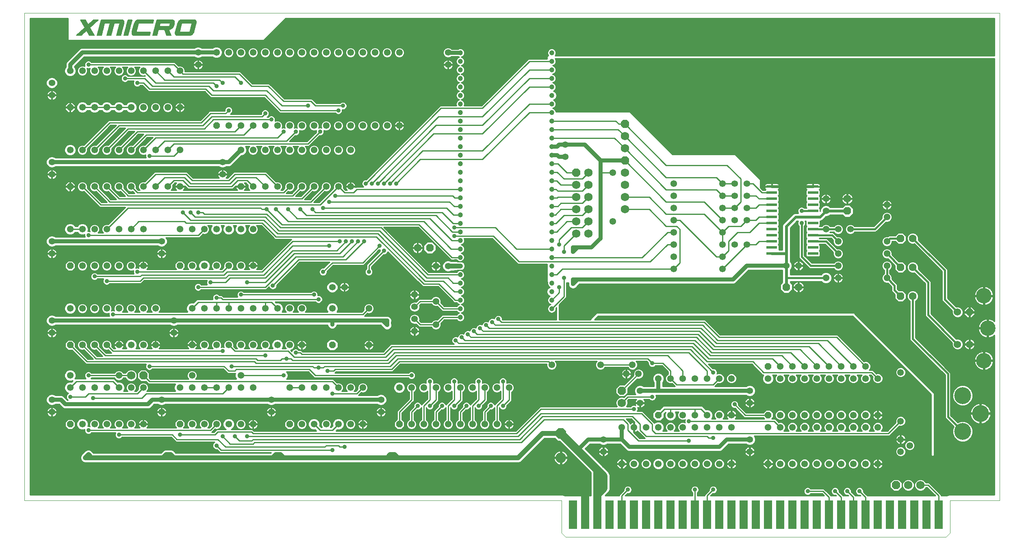
<source format=gtl>
G75*
G70*
%OFA0B0*%
%FSLAX24Y24*%
%IPPOS*%
%LPD*%
%AMOC8*
5,1,8,0,0,1.08239X$1,22.5*
%
%ADD10C,0.0000*%
%ADD11R,0.0650X0.2350*%
%ADD12OC8,0.0408*%
%ADD13C,0.0408*%
%ADD14R,0.0866X0.0236*%
%ADD15C,0.0535*%
%ADD16C,0.0630*%
%ADD17OC8,0.0630*%
%ADD18C,0.0544*%
%ADD19OC8,0.0544*%
%ADD20OC8,0.0680*%
%ADD21C,0.0680*%
%ADD22C,0.1266*%
%ADD23C,0.0602*%
%ADD24OC8,0.0602*%
%ADD25C,0.1384*%
%ADD26OC8,0.0860*%
%ADD27C,0.0860*%
%ADD28C,0.2500*%
%ADD29C,0.0475*%
%ADD30C,0.0650*%
%ADD31C,0.0357*%
%ADD32C,0.0100*%
%ADD33C,0.0240*%
%ADD34C,0.0520*%
%ADD35C,0.0090*%
%ADD36C,0.0060*%
%ADD37C,0.0320*%
%ADD38C,0.0160*%
%ADD39C,0.0400*%
D10*
X000180Y003100D02*
X000180Y043100D01*
X080180Y043100D01*
X080180Y003100D01*
X076180Y003100D01*
X076110Y003100D01*
X076110Y000420D01*
X075790Y000100D01*
X044570Y000100D01*
X044250Y000420D01*
X044250Y003100D01*
X044180Y003100D01*
X000180Y003100D01*
D11*
X045180Y001915D03*
X046180Y001915D03*
X047180Y001915D03*
X048180Y001915D03*
X049180Y001915D03*
X050180Y001915D03*
X051180Y001915D03*
X052180Y001915D03*
X053180Y001915D03*
X054180Y001915D03*
X055180Y001915D03*
X056180Y001915D03*
X057180Y001915D03*
X058180Y001915D03*
X059180Y001915D03*
X060180Y001915D03*
X061180Y001915D03*
X062180Y001915D03*
X063180Y001915D03*
X064180Y001915D03*
X065180Y001915D03*
X066180Y001915D03*
X067180Y001915D03*
X068180Y001915D03*
X069180Y001915D03*
X070180Y001915D03*
X071180Y001915D03*
X072180Y001915D03*
X073180Y001915D03*
X074180Y001915D03*
X075180Y001915D03*
D12*
X043430Y018125D03*
D13*
X043430Y018825D03*
X043430Y019525D03*
X043430Y020225D03*
X043430Y020925D03*
X043430Y021625D03*
X043430Y022325D03*
X043430Y023025D03*
X043430Y023725D03*
X043430Y024425D03*
X043430Y025125D03*
X043430Y025825D03*
X043430Y026525D03*
X043430Y027225D03*
X043430Y027925D03*
X043430Y028625D03*
X043430Y029325D03*
X043430Y030025D03*
X043430Y030725D03*
X043430Y031425D03*
X043430Y032125D03*
X043430Y032825D03*
X043430Y033525D03*
X043430Y034225D03*
X043430Y034925D03*
X043430Y035625D03*
X043430Y036325D03*
X043430Y037025D03*
X043430Y037725D03*
X043430Y038425D03*
X043430Y039125D03*
X043430Y039825D03*
X035930Y039825D03*
X035930Y039125D03*
X035930Y038425D03*
X035930Y037725D03*
X035930Y037025D03*
X035930Y036325D03*
X035930Y035625D03*
X035930Y034925D03*
X035930Y034225D03*
X035930Y033525D03*
X035930Y032825D03*
X035930Y032125D03*
X035930Y031425D03*
X035930Y030725D03*
X035930Y030025D03*
X035930Y029325D03*
X035930Y028625D03*
X035930Y027925D03*
X035930Y027225D03*
X035930Y026525D03*
X035930Y025825D03*
X035930Y025125D03*
X035930Y024425D03*
X035930Y023725D03*
X035930Y023025D03*
X035930Y022325D03*
X035930Y021625D03*
X035930Y020925D03*
X035930Y020225D03*
X035930Y019525D03*
X035930Y018825D03*
X035930Y018125D03*
D14*
X061494Y023350D03*
X061494Y023850D03*
X061494Y024350D03*
X061494Y024850D03*
X061494Y025350D03*
X061494Y025850D03*
X061494Y026350D03*
X061494Y026850D03*
X061494Y027350D03*
X061494Y027850D03*
X061494Y028350D03*
X061494Y028850D03*
X064866Y028850D03*
X064866Y028350D03*
X064866Y027850D03*
X064866Y027350D03*
X064866Y026850D03*
X064866Y026350D03*
X064866Y025850D03*
X064866Y025350D03*
X064866Y024850D03*
X064866Y024350D03*
X064866Y023850D03*
X064866Y023350D03*
D15*
X063680Y022350D03*
X062680Y022350D03*
X059430Y024100D03*
X058430Y024100D03*
X058430Y026100D03*
X059430Y026100D03*
X059430Y027100D03*
X058430Y027100D03*
X058430Y028100D03*
X059430Y028100D03*
X059430Y029100D03*
X058430Y029100D03*
X065930Y027850D03*
X065930Y026850D03*
X066930Y025350D03*
X067930Y025350D03*
X044555Y031275D03*
X044555Y032275D03*
X034930Y038850D03*
X034930Y039850D03*
X016430Y030850D03*
X016430Y029850D03*
X011430Y024350D03*
X011430Y023350D03*
X002430Y023350D03*
X002430Y024350D03*
X002430Y029850D03*
X002430Y030850D03*
X002430Y036350D03*
X002430Y037350D03*
X014430Y038850D03*
X014430Y039850D03*
X033930Y022325D03*
X034930Y022325D03*
X032180Y019975D03*
X032180Y018975D03*
X032180Y017975D03*
X032180Y016975D03*
X026430Y020600D03*
X025430Y020600D03*
X012430Y017850D03*
X012430Y016850D03*
X011430Y011350D03*
X011430Y010350D03*
X002430Y010350D03*
X002430Y011350D03*
X002430Y016850D03*
X002430Y017850D03*
X020430Y011350D03*
X020430Y010350D03*
X029430Y010350D03*
X029430Y011350D03*
X047680Y008100D03*
X047680Y007100D03*
X050680Y011100D03*
X050680Y012100D03*
X059680Y012100D03*
X059680Y011100D03*
X059680Y008100D03*
X059680Y007100D03*
D16*
X073055Y019850D03*
X073055Y022225D03*
X073055Y024600D03*
X067680Y027850D03*
X063680Y020600D03*
X032430Y023825D03*
D17*
X033430Y023825D03*
X062680Y020600D03*
X072055Y019850D03*
X072055Y022225D03*
X072055Y024600D03*
X067680Y026850D03*
D18*
X065930Y025350D03*
X066930Y024350D03*
X066930Y023350D03*
X066930Y022350D03*
X066930Y021350D03*
X065930Y021350D03*
X070930Y021350D03*
X070930Y022350D03*
X070930Y023350D03*
X070930Y024350D03*
X070930Y026350D03*
X070930Y027350D03*
X057430Y027100D03*
X057430Y026100D03*
X057430Y025100D03*
X057430Y024100D03*
X057430Y023100D03*
X057430Y022100D03*
X053430Y022100D03*
X053430Y023100D03*
X053430Y024100D03*
X053430Y025100D03*
X053430Y026100D03*
X053430Y027100D03*
X053430Y028100D03*
X053430Y029100D03*
X057430Y029100D03*
X057430Y028100D03*
X048430Y029975D03*
X048430Y025975D03*
X033930Y019436D03*
X033930Y017514D03*
X028430Y018850D03*
X025430Y018850D03*
X022930Y018850D03*
X021930Y018850D03*
X020930Y018850D03*
X019930Y018850D03*
X018930Y018850D03*
X017930Y018850D03*
X016930Y018850D03*
X015930Y018850D03*
X014930Y018850D03*
X013930Y018850D03*
X010930Y018850D03*
X009930Y018850D03*
X008930Y018850D03*
X007930Y018850D03*
X006930Y018850D03*
X005930Y018850D03*
X004930Y018850D03*
X003930Y018850D03*
X004930Y015850D03*
X005930Y015850D03*
X006930Y015850D03*
X007930Y015850D03*
X008930Y015850D03*
X009930Y015850D03*
X010930Y015850D03*
X014930Y015850D03*
X015930Y015850D03*
X016930Y015850D03*
X017930Y015850D03*
X018930Y015850D03*
X019930Y015850D03*
X020930Y015850D03*
X021930Y015850D03*
X022930Y015850D03*
X017930Y013350D03*
X017930Y012350D03*
X016930Y012350D03*
X015930Y012350D03*
X014930Y012350D03*
X013930Y012350D03*
X012930Y012350D03*
X013930Y013350D03*
X009930Y012350D03*
X008930Y012350D03*
X007930Y012350D03*
X006930Y012350D03*
X005930Y012350D03*
X004930Y012350D03*
X003930Y012350D03*
X003930Y013350D03*
X007930Y013350D03*
X007930Y009350D03*
X006930Y009350D03*
X005930Y009350D03*
X004930Y009350D03*
X008930Y009350D03*
X009930Y009350D03*
X013930Y009350D03*
X014930Y009350D03*
X015930Y009350D03*
X016930Y009350D03*
X017930Y009350D03*
X018930Y009350D03*
X022930Y009350D03*
X023930Y009350D03*
X024930Y009350D03*
X025930Y009350D03*
X026930Y009350D03*
X027930Y009350D03*
X031930Y009350D03*
X032930Y009350D03*
X033930Y009350D03*
X034930Y009350D03*
X035930Y009350D03*
X036930Y009350D03*
X037930Y009350D03*
X038930Y009350D03*
X039930Y009350D03*
X039930Y012350D03*
X038930Y012350D03*
X037930Y012350D03*
X036930Y012350D03*
X035930Y012350D03*
X034930Y012350D03*
X033930Y012350D03*
X032930Y012350D03*
X031930Y012350D03*
X030930Y012350D03*
X027930Y012350D03*
X026930Y012350D03*
X025930Y012350D03*
X024930Y012350D03*
X023930Y012350D03*
X022930Y012350D03*
X021930Y012350D03*
X018930Y012350D03*
X028430Y015850D03*
X018930Y022350D03*
X017930Y022350D03*
X016930Y022350D03*
X015930Y022350D03*
X014930Y022350D03*
X013930Y022350D03*
X009930Y022350D03*
X008930Y022350D03*
X007930Y022350D03*
X006930Y022350D03*
X005930Y022350D03*
X004930Y022350D03*
X004930Y025350D03*
X003930Y025350D03*
X005930Y025350D03*
X006930Y025350D03*
X007930Y025350D03*
X008930Y025350D03*
X009930Y025350D03*
X012930Y025350D03*
X013930Y025350D03*
X014930Y025350D03*
X015930Y025350D03*
X016930Y025350D03*
X017930Y025350D03*
X018930Y025350D03*
X018930Y028850D03*
X019930Y028850D03*
X020930Y028850D03*
X021930Y028850D03*
X022930Y028850D03*
X023930Y028850D03*
X024930Y028850D03*
X025930Y028850D03*
X026930Y028850D03*
X026930Y031850D03*
X025930Y031850D03*
X024930Y031850D03*
X023930Y031850D03*
X022930Y031850D03*
X021930Y031850D03*
X020930Y031850D03*
X019930Y031850D03*
X018930Y031850D03*
X017930Y031850D03*
X017930Y033850D03*
X016930Y033850D03*
X018930Y033850D03*
X019930Y033850D03*
X020930Y033850D03*
X021930Y033850D03*
X022930Y033850D03*
X023930Y033850D03*
X024930Y033850D03*
X025930Y033850D03*
X026930Y033850D03*
X027930Y033850D03*
X028930Y033850D03*
X029930Y033850D03*
X030930Y033850D03*
X030930Y039850D03*
X029930Y039850D03*
X028930Y039850D03*
X027930Y039850D03*
X026930Y039850D03*
X025930Y039850D03*
X024930Y039850D03*
X023930Y039850D03*
X022930Y039850D03*
X021930Y039850D03*
X020930Y039850D03*
X019930Y039850D03*
X018930Y039850D03*
X017930Y039850D03*
X016930Y039850D03*
X015930Y039850D03*
X012930Y038350D03*
X011930Y038350D03*
X010930Y038350D03*
X009930Y038350D03*
X008930Y038350D03*
X007930Y038350D03*
X006930Y038350D03*
X005930Y038350D03*
X004930Y038350D03*
X003930Y038350D03*
X004930Y035350D03*
X005930Y035350D03*
X006930Y035350D03*
X007930Y035350D03*
X008930Y035350D03*
X009930Y035350D03*
X010930Y035350D03*
X011930Y035350D03*
X012930Y035350D03*
X012930Y031850D03*
X011930Y031850D03*
X010930Y031850D03*
X009930Y031850D03*
X008930Y031850D03*
X007930Y031850D03*
X006930Y031850D03*
X005930Y031850D03*
X004930Y031850D03*
X003930Y031850D03*
X004930Y028850D03*
X005930Y028850D03*
X006930Y028850D03*
X007930Y028850D03*
X008930Y028850D03*
X009930Y028850D03*
X010930Y028850D03*
X011930Y028850D03*
X012930Y028850D03*
X043430Y014225D03*
X047430Y014225D03*
X049555Y013475D03*
X050055Y014225D03*
X050555Y013475D03*
X052180Y013100D03*
X053180Y013100D03*
X054180Y013100D03*
X055180Y013100D03*
X056180Y013100D03*
X057180Y013100D03*
X058180Y013100D03*
X061180Y013100D03*
X062180Y013100D03*
X063180Y013100D03*
X064180Y013100D03*
X065180Y013100D03*
X066180Y013100D03*
X066180Y014100D03*
X065180Y014100D03*
X064180Y014100D03*
X063180Y014100D03*
X062180Y014100D03*
X067180Y014100D03*
X068180Y014100D03*
X069180Y014100D03*
X069180Y013100D03*
X068180Y013100D03*
X067180Y013100D03*
X070180Y013100D03*
X072055Y013600D03*
X070180Y010100D03*
X069180Y010100D03*
X068180Y010100D03*
X067180Y010100D03*
X066180Y010100D03*
X065180Y010100D03*
X064180Y010100D03*
X063180Y010100D03*
X062180Y010100D03*
X062180Y009100D03*
X061180Y009100D03*
X063180Y009100D03*
X064180Y009100D03*
X065180Y009100D03*
X066180Y009100D03*
X067180Y009100D03*
X068180Y009100D03*
X069180Y009100D03*
X070180Y009100D03*
X072055Y009600D03*
X072055Y008100D03*
X072805Y007600D03*
X072055Y007100D03*
X070180Y006100D03*
X069180Y006100D03*
X068180Y006100D03*
X067180Y006100D03*
X066180Y006100D03*
X065180Y006100D03*
X064180Y006100D03*
X063180Y006100D03*
X062180Y006100D03*
X058180Y006100D03*
X057180Y006100D03*
X056180Y006100D03*
X055180Y006100D03*
X054180Y006100D03*
X053180Y006100D03*
X052180Y006100D03*
X051180Y006100D03*
X050180Y006100D03*
X050180Y009100D03*
X049180Y009100D03*
X051180Y009100D03*
X052180Y009100D03*
X053180Y009100D03*
X054180Y009100D03*
X055180Y009100D03*
X056180Y009100D03*
X057180Y009100D03*
X058180Y009100D03*
X058180Y010100D03*
X057180Y010100D03*
X056180Y010100D03*
X055180Y010100D03*
X054180Y010100D03*
X053180Y010100D03*
D19*
X052180Y010100D03*
X049180Y006100D03*
X061180Y006100D03*
X061180Y010100D03*
X061180Y014100D03*
X030930Y009350D03*
X021930Y009350D03*
X012930Y009350D03*
X003930Y009350D03*
X003930Y015850D03*
X013930Y015850D03*
X025430Y015850D03*
X012930Y022350D03*
X003930Y022350D03*
X003930Y028850D03*
X015930Y033850D03*
X017930Y028850D03*
X003930Y035350D03*
D20*
X045430Y029975D03*
X049430Y030975D03*
X049430Y033975D03*
X009930Y013350D03*
X049180Y012100D03*
X071680Y004350D03*
D21*
X072680Y004350D03*
X073680Y004350D03*
X049180Y011100D03*
X046430Y024975D03*
X045430Y024975D03*
X045430Y025975D03*
X046430Y025975D03*
X046430Y026975D03*
X045430Y026975D03*
X045430Y027975D03*
X046430Y027975D03*
X046430Y028975D03*
X045430Y028975D03*
X046430Y029975D03*
X049430Y029975D03*
X049430Y028975D03*
X049430Y027975D03*
X049430Y026975D03*
X049430Y031975D03*
X049430Y032975D03*
X008930Y013350D03*
D22*
X078886Y014564D03*
X079205Y017225D03*
X078886Y019886D03*
D23*
X076724Y018544D03*
X076724Y015906D03*
X077705Y015906D03*
D24*
X077705Y018544D03*
D25*
X077149Y011701D03*
X078605Y010225D03*
X077149Y008749D03*
D26*
X044180Y008600D03*
D27*
X044180Y006600D03*
D28*
X078180Y005100D03*
X073430Y030100D03*
X078180Y041100D03*
X002180Y041100D03*
X002180Y005100D03*
D29*
X046180Y005100D03*
X046180Y004600D03*
X046180Y004100D03*
X047680Y004100D03*
X047680Y004600D03*
X047680Y005100D03*
X075180Y005100D03*
X075180Y004600D03*
X075180Y004100D03*
D30*
X047680Y004100D02*
X047180Y003600D01*
X047180Y005600D01*
X045555Y007225D01*
X044180Y008600D01*
X047180Y005600D02*
X047680Y005100D01*
X047680Y004600D01*
X047680Y004100D01*
X047180Y003600D02*
X047180Y001915D01*
X046180Y001915D02*
X046180Y004100D01*
X046180Y004600D01*
X046180Y005100D01*
D31*
X048055Y005975D03*
X048430Y005600D03*
X049680Y003975D03*
X055180Y003975D03*
X056680Y003975D03*
X064430Y003850D03*
X066680Y003850D03*
X067680Y003850D03*
X068680Y003850D03*
X056680Y008225D03*
X054680Y007975D03*
X054680Y009600D03*
X051680Y011600D03*
X050180Y010600D03*
X056680Y013600D03*
X058430Y010975D03*
X051680Y014350D03*
X055930Y018100D03*
X059180Y018725D03*
X062430Y016850D03*
X069180Y018725D03*
X074180Y016225D03*
X074180Y013725D03*
X063930Y025850D03*
X063930Y026850D03*
X063930Y028600D03*
X062430Y028600D03*
X059180Y031225D03*
X051680Y033725D03*
X049180Y038725D03*
X049180Y040600D03*
X039180Y040600D03*
X038930Y037225D03*
X038430Y036725D03*
X026680Y040600D03*
X017930Y037350D03*
X016430Y037350D03*
X015930Y037100D03*
X016930Y035100D03*
X019930Y034850D03*
X020430Y034350D03*
X021430Y033350D03*
X022430Y033350D03*
X024430Y033350D03*
X025930Y035100D03*
X026305Y035475D03*
X023430Y035475D03*
X029180Y030600D03*
X029180Y029100D03*
X029680Y029100D03*
X030180Y029100D03*
X030680Y029100D03*
X028680Y029100D03*
X028180Y029100D03*
X025680Y028100D03*
X025180Y027600D03*
X024680Y027100D03*
X023805Y026975D03*
X022805Y026975D03*
X021805Y026975D03*
X020805Y026975D03*
X020055Y026975D03*
X014430Y026725D03*
X013805Y026725D03*
X013180Y026725D03*
X012930Y030225D03*
X011930Y030225D03*
X010430Y031350D03*
X009430Y037350D03*
X008430Y037725D03*
X005430Y038850D03*
X006680Y040600D03*
X016680Y040600D03*
X030055Y025350D03*
X029305Y023975D03*
X029680Y023600D03*
X028055Y024350D03*
X027555Y024350D03*
X027055Y024350D03*
X026555Y024350D03*
X026055Y024350D03*
X025180Y023975D03*
X024680Y021850D03*
X023680Y021225D03*
X022930Y021225D03*
X020555Y020725D03*
X018430Y020975D03*
X017930Y019975D03*
X015930Y019725D03*
X014430Y020600D03*
X015430Y020975D03*
X009430Y021850D03*
X006930Y021100D03*
X005930Y021475D03*
X007430Y018350D03*
X010430Y014100D03*
X005430Y013350D03*
X005805Y011475D03*
X003930Y011600D03*
X005430Y008850D03*
X007930Y008475D03*
X005430Y006850D03*
X005180Y006600D03*
X005180Y005975D03*
X011805Y006850D03*
X012180Y006850D03*
X011930Y005975D03*
X015430Y007225D03*
X015930Y007600D03*
X016430Y008350D03*
X017430Y008350D03*
X018430Y008350D03*
X020805Y006850D03*
X021180Y006850D03*
X020930Y005975D03*
X025430Y007225D03*
X026430Y007475D03*
X030180Y006850D03*
X030555Y006850D03*
X030430Y005975D03*
X032430Y010850D03*
X033430Y010850D03*
X034430Y010850D03*
X035430Y010850D03*
X036430Y010850D03*
X037430Y010850D03*
X038430Y010850D03*
X039430Y010850D03*
X039430Y012850D03*
X040305Y013850D03*
X041305Y013850D03*
X037430Y012850D03*
X035430Y012850D03*
X033430Y012850D03*
X031930Y013350D03*
X035555Y016225D03*
X036055Y016475D03*
X036555Y016725D03*
X037055Y016975D03*
X037555Y017225D03*
X038055Y017475D03*
X038555Y017725D03*
X039055Y017975D03*
X038555Y019725D03*
X038555Y021975D03*
X042805Y022100D03*
X044430Y021350D03*
X045180Y021225D03*
X045180Y020850D03*
X044055Y020600D03*
X042805Y018475D03*
X044805Y018100D03*
X045555Y018100D03*
X046305Y018100D03*
X047305Y018100D03*
X049180Y018725D03*
X045180Y023475D03*
X045180Y023850D03*
X044430Y023475D03*
X044055Y024100D03*
X035430Y024775D03*
X035455Y025475D03*
X030430Y022225D03*
X030930Y021725D03*
X028430Y021850D03*
X024305Y019600D03*
X023930Y019975D03*
X025430Y017538D03*
X022430Y015225D03*
X021680Y014725D03*
X019930Y014975D03*
X017180Y014100D03*
X016430Y015350D03*
X021430Y013350D03*
X024305Y013975D03*
X025055Y013725D03*
X025430Y011850D03*
X029930Y017475D03*
X029930Y017850D03*
X012930Y008475D03*
X005430Y024850D03*
X059180Y038725D03*
X059180Y040600D03*
X069180Y040600D03*
X069180Y038725D03*
X079180Y038725D03*
X079180Y028725D03*
D32*
X079730Y028710D02*
X065449Y028710D01*
X065449Y028712D02*
X065449Y028841D01*
X064875Y028841D01*
X064875Y028859D01*
X064857Y028859D01*
X064857Y028841D01*
X064283Y028841D01*
X064283Y028712D01*
X064293Y028674D01*
X064313Y028640D01*
X064341Y028612D01*
X064356Y028603D01*
X064283Y028530D01*
X064283Y028170D01*
X064353Y028100D01*
X064283Y028030D01*
X064283Y027670D01*
X064353Y027600D01*
X064283Y027530D01*
X064283Y027170D01*
X064353Y027100D01*
X064333Y027080D01*
X064164Y027080D01*
X064116Y027128D01*
X063995Y027178D01*
X063865Y027178D01*
X063744Y027128D01*
X063652Y027036D01*
X063602Y026915D01*
X063602Y026785D01*
X063649Y026670D01*
X063366Y026670D01*
X063249Y026621D01*
X063159Y026531D01*
X062409Y025781D01*
X062360Y025664D01*
X062360Y023670D01*
X062077Y023670D01*
X062077Y024030D01*
X062007Y024100D01*
X062077Y024170D01*
X062077Y024530D01*
X062007Y024600D01*
X062077Y024670D01*
X062077Y025030D01*
X062007Y025100D01*
X062077Y025170D01*
X062077Y025530D01*
X062007Y025600D01*
X062077Y025670D01*
X062077Y026030D01*
X062007Y026100D01*
X062077Y026170D01*
X062077Y026530D01*
X062007Y026600D01*
X062077Y026670D01*
X062077Y027030D01*
X062007Y027100D01*
X062077Y027170D01*
X062077Y027530D01*
X062007Y027600D01*
X062077Y027670D01*
X062077Y028030D01*
X062007Y028100D01*
X062077Y028170D01*
X062077Y028530D01*
X062004Y028603D01*
X062019Y028612D01*
X062047Y028640D01*
X062067Y028674D01*
X062077Y028712D01*
X062077Y028841D01*
X061503Y028841D01*
X061503Y028859D01*
X062077Y028859D01*
X062077Y028988D01*
X062067Y029026D01*
X062047Y029060D01*
X062019Y029088D01*
X061985Y029108D01*
X061947Y029118D01*
X061503Y029118D01*
X061503Y028859D01*
X061485Y028859D01*
X061485Y029118D01*
X061041Y029118D01*
X061003Y029108D01*
X060969Y029088D01*
X060941Y029060D01*
X060921Y029026D01*
X060911Y028988D01*
X060911Y028859D01*
X061485Y028859D01*
X061485Y028841D01*
X060911Y028841D01*
X060911Y028712D01*
X060921Y028674D01*
X060941Y028640D01*
X060969Y028612D01*
X060984Y028603D01*
X060931Y028550D01*
X060763Y028550D01*
X060560Y028753D01*
X060560Y029404D01*
X060484Y029480D01*
X058484Y031480D01*
X053359Y031480D01*
X049859Y034980D01*
X043784Y034980D01*
X043784Y034995D01*
X043730Y035126D01*
X043631Y035225D01*
X043510Y035275D01*
X043631Y035325D01*
X043730Y035424D01*
X043784Y035555D01*
X043784Y035695D01*
X043730Y035826D01*
X043631Y035925D01*
X043575Y035948D01*
X043659Y035983D01*
X043772Y036096D01*
X043834Y036245D01*
X043834Y036405D01*
X043772Y036554D01*
X043659Y036667D01*
X043575Y036702D01*
X043631Y036725D01*
X043730Y036824D01*
X043784Y036955D01*
X043784Y037095D01*
X043730Y037226D01*
X043631Y037325D01*
X043510Y037375D01*
X043631Y037425D01*
X043730Y037524D01*
X043784Y037655D01*
X043784Y037795D01*
X043730Y037926D01*
X043631Y038025D01*
X043510Y038075D01*
X043631Y038125D01*
X043730Y038224D01*
X043784Y038355D01*
X043784Y038495D01*
X043730Y038626D01*
X043631Y038725D01*
X043510Y038775D01*
X043631Y038825D01*
X043730Y038924D01*
X043784Y039055D01*
X043784Y039195D01*
X043730Y039326D01*
X043711Y039345D01*
X079730Y039345D01*
X079730Y017807D01*
X079722Y017815D01*
X079641Y017877D01*
X079552Y017929D01*
X079457Y017968D01*
X079358Y017995D01*
X079256Y018008D01*
X079255Y018008D01*
X079255Y017275D01*
X079155Y017275D01*
X079155Y018008D01*
X079153Y018008D01*
X079052Y017995D01*
X078952Y017968D01*
X078858Y017929D01*
X078769Y017877D01*
X078687Y017815D01*
X078615Y017742D01*
X078552Y017661D01*
X078501Y017572D01*
X078462Y017477D01*
X078435Y017378D01*
X078422Y017276D01*
X078422Y017275D01*
X079155Y017275D01*
X079155Y017175D01*
X079255Y017175D01*
X079255Y016442D01*
X079256Y016442D01*
X079358Y016455D01*
X079457Y016482D01*
X079552Y016521D01*
X079641Y016573D01*
X079722Y016635D01*
X079730Y016643D01*
X079730Y003550D01*
X076020Y003550D01*
X075855Y003481D01*
X075849Y003475D01*
X075380Y003475D01*
X075380Y003558D01*
X074505Y004433D01*
X074388Y004550D01*
X074128Y004550D01*
X074095Y004628D01*
X073958Y004765D01*
X073777Y004840D01*
X073583Y004840D01*
X073402Y004765D01*
X073265Y004628D01*
X073190Y004447D01*
X073190Y004253D01*
X073265Y004072D01*
X073402Y003935D01*
X073583Y003860D01*
X073777Y003860D01*
X073958Y003935D01*
X074095Y004072D01*
X074128Y004150D01*
X074222Y004150D01*
X074897Y003475D01*
X069338Y003475D01*
X069263Y003550D01*
X069008Y003804D01*
X069008Y003915D01*
X068958Y004036D01*
X068866Y004128D01*
X068745Y004178D01*
X068615Y004178D01*
X068494Y004128D01*
X068402Y004036D01*
X068352Y003915D01*
X068352Y003785D01*
X068402Y003664D01*
X068494Y003572D01*
X068615Y003522D01*
X068726Y003522D01*
X068772Y003475D01*
X068338Y003475D01*
X068008Y003804D01*
X068008Y003915D01*
X067958Y004036D01*
X067866Y004128D01*
X067745Y004178D01*
X067615Y004178D01*
X067494Y004128D01*
X067402Y004036D01*
X067352Y003915D01*
X067352Y003785D01*
X067402Y003664D01*
X067494Y003572D01*
X067615Y003522D01*
X067726Y003522D01*
X067772Y003475D01*
X067338Y003475D01*
X067008Y003804D01*
X067008Y003915D01*
X066958Y004036D01*
X066866Y004128D01*
X066745Y004178D01*
X066615Y004178D01*
X066494Y004128D01*
X066402Y004036D01*
X066352Y003915D01*
X066352Y003785D01*
X066402Y003664D01*
X066494Y003572D01*
X066615Y003522D01*
X066726Y003522D01*
X066772Y003475D01*
X066338Y003475D01*
X065880Y003933D01*
X065763Y004050D01*
X064694Y004050D01*
X064616Y004128D01*
X064495Y004178D01*
X064365Y004178D01*
X064244Y004128D01*
X064152Y004036D01*
X064102Y003915D01*
X064102Y003785D01*
X064152Y003664D01*
X064244Y003572D01*
X064365Y003522D01*
X064495Y003522D01*
X064616Y003572D01*
X064694Y003650D01*
X065597Y003650D01*
X065772Y003475D01*
X056463Y003475D01*
X056634Y003647D01*
X056745Y003647D01*
X056866Y003697D01*
X056958Y003789D01*
X057008Y003910D01*
X057008Y004040D01*
X056958Y004161D01*
X056866Y004253D01*
X056745Y004303D01*
X056615Y004303D01*
X056494Y004253D01*
X056402Y004161D01*
X056352Y004040D01*
X056352Y003929D01*
X056097Y003675D01*
X055980Y003558D01*
X055980Y003475D01*
X055380Y003475D01*
X055380Y003711D01*
X055458Y003789D01*
X055508Y003910D01*
X055508Y004040D01*
X055458Y004161D01*
X055366Y004253D01*
X055245Y004303D01*
X055115Y004303D01*
X054994Y004253D01*
X054902Y004161D01*
X054852Y004040D01*
X054852Y003910D01*
X054902Y003789D01*
X054980Y003711D01*
X054980Y003475D01*
X049463Y003475D01*
X049634Y003647D01*
X049745Y003647D01*
X049866Y003697D01*
X049958Y003789D01*
X050008Y003910D01*
X050008Y004040D01*
X049958Y004161D01*
X049866Y004253D01*
X049745Y004303D01*
X049615Y004303D01*
X049494Y004253D01*
X049402Y004161D01*
X049352Y004040D01*
X049352Y003929D01*
X048980Y003558D01*
X048980Y003475D01*
X047797Y003475D01*
X047977Y003655D01*
X048125Y003803D01*
X048205Y003996D01*
X048205Y005204D01*
X048125Y005397D01*
X047977Y005545D01*
X047625Y005897D01*
X047625Y005897D01*
X047477Y006045D01*
X046181Y007342D01*
X046579Y007740D01*
X047379Y007740D01*
X047415Y007703D01*
X047587Y007632D01*
X047773Y007632D01*
X047945Y007703D01*
X047981Y007740D01*
X049031Y007740D01*
X049500Y007271D01*
X049601Y007170D01*
X049733Y007115D01*
X057252Y007115D01*
X057384Y007170D01*
X057954Y007740D01*
X059379Y007740D01*
X059415Y007703D01*
X059587Y007632D01*
X059773Y007632D01*
X059945Y007703D01*
X060077Y007835D01*
X060148Y008007D01*
X060148Y008193D01*
X060077Y008365D01*
X060041Y008400D01*
X071138Y008400D01*
X071932Y009194D01*
X071971Y009178D01*
X072139Y009178D01*
X072294Y009242D01*
X072413Y009361D01*
X072477Y009516D01*
X072477Y009684D01*
X072413Y009839D01*
X072294Y009958D01*
X072139Y010022D01*
X071971Y010022D01*
X071816Y009958D01*
X071697Y009839D01*
X071633Y009684D01*
X071633Y009516D01*
X071649Y009477D01*
X070972Y008800D01*
X070477Y008800D01*
X070538Y008861D01*
X070602Y009016D01*
X070602Y009184D01*
X070538Y009339D01*
X070419Y009458D01*
X070264Y009522D01*
X070096Y009522D01*
X069941Y009458D01*
X069822Y009339D01*
X069758Y009184D01*
X069758Y009016D01*
X069822Y008861D01*
X069883Y008800D01*
X069477Y008800D01*
X069538Y008861D01*
X069602Y009016D01*
X069602Y009184D01*
X069538Y009339D01*
X069419Y009458D01*
X069264Y009522D01*
X069096Y009522D01*
X068941Y009458D01*
X068822Y009339D01*
X068758Y009184D01*
X068758Y009016D01*
X068822Y008861D01*
X068883Y008800D01*
X068477Y008800D01*
X068538Y008861D01*
X068602Y009016D01*
X068602Y009184D01*
X068538Y009339D01*
X068419Y009458D01*
X068264Y009522D01*
X068096Y009522D01*
X067941Y009458D01*
X067822Y009339D01*
X067758Y009184D01*
X067758Y009016D01*
X067822Y008861D01*
X067883Y008800D01*
X067477Y008800D01*
X067538Y008861D01*
X067602Y009016D01*
X067602Y009184D01*
X067538Y009339D01*
X067419Y009458D01*
X067264Y009522D01*
X067096Y009522D01*
X066941Y009458D01*
X066822Y009339D01*
X066758Y009184D01*
X066758Y009016D01*
X066822Y008861D01*
X066883Y008800D01*
X066477Y008800D01*
X066538Y008861D01*
X066602Y009016D01*
X066602Y009184D01*
X066538Y009339D01*
X066419Y009458D01*
X066264Y009522D01*
X066096Y009522D01*
X065941Y009458D01*
X065822Y009339D01*
X065758Y009184D01*
X065758Y009016D01*
X065822Y008861D01*
X065883Y008800D01*
X065477Y008800D01*
X065538Y008861D01*
X065602Y009016D01*
X065602Y009184D01*
X065538Y009339D01*
X065419Y009458D01*
X065264Y009522D01*
X065096Y009522D01*
X064941Y009458D01*
X064822Y009339D01*
X064758Y009184D01*
X064758Y009016D01*
X064822Y008861D01*
X064883Y008800D01*
X064477Y008800D01*
X064538Y008861D01*
X064602Y009016D01*
X064602Y009184D01*
X064538Y009339D01*
X064419Y009458D01*
X064264Y009522D01*
X064096Y009522D01*
X063941Y009458D01*
X063822Y009339D01*
X063758Y009184D01*
X063758Y009016D01*
X063822Y008861D01*
X063883Y008800D01*
X063477Y008800D01*
X063538Y008861D01*
X063602Y009016D01*
X063602Y009184D01*
X063538Y009339D01*
X063419Y009458D01*
X063264Y009522D01*
X063096Y009522D01*
X062941Y009458D01*
X062822Y009339D01*
X062758Y009184D01*
X062758Y009016D01*
X062822Y008861D01*
X062883Y008800D01*
X062477Y008800D01*
X062538Y008861D01*
X062602Y009016D01*
X062602Y009184D01*
X062538Y009339D01*
X062419Y009458D01*
X062264Y009522D01*
X062096Y009522D01*
X062057Y009506D01*
X061880Y009683D01*
X061763Y009800D01*
X061477Y009800D01*
X061602Y009925D01*
X061602Y010275D01*
X061355Y010522D01*
X061005Y010522D01*
X060783Y010300D01*
X059388Y010300D01*
X058758Y010929D01*
X058758Y011040D01*
X058708Y011161D01*
X058616Y011253D01*
X058495Y011303D01*
X058365Y011303D01*
X058244Y011253D01*
X058152Y011161D01*
X058102Y011040D01*
X058102Y010910D01*
X058152Y010789D01*
X058244Y010697D01*
X058365Y010647D01*
X058476Y010647D01*
X059222Y009900D01*
X060783Y009900D01*
X060883Y009800D01*
X058477Y009800D01*
X058502Y009825D01*
X058541Y009879D01*
X058571Y009938D01*
X058592Y010001D01*
X058602Y010067D01*
X058602Y010070D01*
X058210Y010070D01*
X058210Y010130D01*
X058150Y010130D01*
X058150Y010522D01*
X058147Y010522D01*
X058081Y010512D01*
X058018Y010491D01*
X057959Y010461D01*
X057905Y010422D01*
X057858Y010375D01*
X057819Y010321D01*
X057789Y010262D01*
X057768Y010199D01*
X057758Y010133D01*
X057758Y010130D01*
X058150Y010130D01*
X058150Y010070D01*
X057758Y010070D01*
X057758Y010067D01*
X057768Y010001D01*
X057789Y009938D01*
X057819Y009879D01*
X057858Y009825D01*
X057883Y009800D01*
X057477Y009800D01*
X057538Y009861D01*
X057602Y010016D01*
X057602Y010184D01*
X057538Y010339D01*
X057419Y010458D01*
X057264Y010522D01*
X057096Y010522D01*
X056941Y010458D01*
X056822Y010339D01*
X056758Y010184D01*
X056758Y010016D01*
X056822Y009861D01*
X056883Y009800D01*
X056548Y009800D01*
X056580Y009833D01*
X056652Y010006D01*
X056652Y010194D01*
X056580Y010367D01*
X056447Y010500D01*
X056274Y010572D01*
X056086Y010572D01*
X056069Y010565D01*
X055822Y010812D01*
X055730Y010850D01*
X052630Y010850D01*
X052538Y010812D01*
X052298Y010572D01*
X051984Y010572D01*
X051708Y010296D01*
X051708Y009904D01*
X051984Y009628D01*
X052376Y009628D01*
X052652Y009904D01*
X052652Y010218D01*
X052765Y010331D01*
X052708Y010194D01*
X052708Y010006D01*
X052780Y009833D01*
X052913Y009700D01*
X053086Y009628D01*
X053274Y009628D01*
X053447Y009700D01*
X053580Y009833D01*
X053652Y010006D01*
X053652Y010194D01*
X053587Y010350D01*
X053833Y010350D01*
X053822Y010339D01*
X053758Y010184D01*
X053758Y010016D01*
X053822Y009861D01*
X053941Y009742D01*
X054096Y009678D01*
X054264Y009678D01*
X054376Y009724D01*
X054352Y009665D01*
X054352Y009535D01*
X054376Y009476D01*
X054264Y009522D01*
X054096Y009522D01*
X053941Y009458D01*
X053822Y009339D01*
X053758Y009184D01*
X053758Y009016D01*
X053822Y008861D01*
X053883Y008800D01*
X053477Y008800D01*
X053538Y008861D01*
X053602Y009016D01*
X053602Y009184D01*
X053538Y009339D01*
X053419Y009458D01*
X053264Y009522D01*
X053096Y009522D01*
X052941Y009458D01*
X052822Y009339D01*
X052758Y009184D01*
X052758Y009016D01*
X052822Y008861D01*
X052883Y008800D01*
X052548Y008800D01*
X052580Y008833D01*
X052652Y009006D01*
X052652Y009194D01*
X052580Y009367D01*
X052447Y009500D01*
X052274Y009572D01*
X052086Y009572D01*
X051913Y009500D01*
X051863Y009450D01*
X051005Y010308D01*
X050888Y010425D01*
X050463Y010425D01*
X050508Y010535D01*
X050508Y010665D01*
X050480Y010733D01*
X050520Y010713D01*
X050582Y010693D01*
X050647Y010682D01*
X050651Y010682D01*
X050651Y011071D01*
X050709Y011071D01*
X050709Y011129D01*
X051098Y011129D01*
X051098Y011133D01*
X051087Y011198D01*
X051067Y011260D01*
X051037Y011319D01*
X050999Y011372D01*
X050971Y011400D01*
X051416Y011400D01*
X051494Y011322D01*
X051615Y011272D01*
X051745Y011272D01*
X051866Y011322D01*
X051958Y011414D01*
X052008Y011535D01*
X052008Y011665D01*
X051977Y011740D01*
X059379Y011740D01*
X059415Y011703D01*
X059587Y011632D01*
X059773Y011632D01*
X059945Y011703D01*
X060077Y011835D01*
X060148Y012007D01*
X060148Y012193D01*
X060077Y012365D01*
X059945Y012497D01*
X059773Y012568D01*
X059587Y012568D01*
X059415Y012497D01*
X059379Y012460D01*
X056823Y012460D01*
X056880Y012517D01*
X057057Y012694D01*
X057096Y012678D01*
X057264Y012678D01*
X057419Y012742D01*
X057538Y012861D01*
X057602Y013016D01*
X057602Y013184D01*
X057538Y013339D01*
X057419Y013458D01*
X057264Y013522D01*
X057096Y013522D01*
X056984Y013476D01*
X057008Y013535D01*
X057008Y013665D01*
X056958Y013786D01*
X056866Y013878D01*
X056745Y013928D01*
X056634Y013928D01*
X056288Y014275D01*
X059847Y014275D01*
X060722Y013400D01*
X060812Y013400D01*
X060780Y013367D01*
X060708Y013194D01*
X060708Y013006D01*
X060780Y012833D01*
X060913Y012700D01*
X061086Y012628D01*
X061274Y012628D01*
X061447Y012700D01*
X061580Y012833D01*
X061652Y013006D01*
X061652Y013194D01*
X061580Y013367D01*
X061548Y013400D01*
X061883Y013400D01*
X061822Y013339D01*
X061758Y013184D01*
X061758Y013016D01*
X061822Y012861D01*
X061941Y012742D01*
X062096Y012678D01*
X062264Y012678D01*
X062419Y012742D01*
X062538Y012861D01*
X062602Y013016D01*
X062602Y013184D01*
X062538Y013339D01*
X062477Y013400D01*
X062883Y013400D01*
X062822Y013339D01*
X062758Y013184D01*
X062758Y013016D01*
X062822Y012861D01*
X062941Y012742D01*
X063096Y012678D01*
X063264Y012678D01*
X063419Y012742D01*
X063538Y012861D01*
X063602Y013016D01*
X063602Y013184D01*
X063538Y013339D01*
X063477Y013400D01*
X063883Y013400D01*
X063822Y013339D01*
X063758Y013184D01*
X063758Y013016D01*
X063822Y012861D01*
X063941Y012742D01*
X064096Y012678D01*
X064264Y012678D01*
X064419Y012742D01*
X064538Y012861D01*
X064602Y013016D01*
X064602Y013184D01*
X064538Y013339D01*
X064477Y013400D01*
X064883Y013400D01*
X064822Y013339D01*
X064758Y013184D01*
X064758Y013016D01*
X064822Y012861D01*
X064941Y012742D01*
X065096Y012678D01*
X065264Y012678D01*
X065419Y012742D01*
X065538Y012861D01*
X065602Y013016D01*
X065602Y013184D01*
X065538Y013339D01*
X065477Y013400D01*
X065883Y013400D01*
X065822Y013339D01*
X065758Y013184D01*
X065758Y013016D01*
X065822Y012861D01*
X065941Y012742D01*
X066096Y012678D01*
X066264Y012678D01*
X066419Y012742D01*
X066538Y012861D01*
X066602Y013016D01*
X066602Y013184D01*
X066538Y013339D01*
X066477Y013400D01*
X066883Y013400D01*
X066822Y013339D01*
X066758Y013184D01*
X066758Y013016D01*
X066822Y012861D01*
X066941Y012742D01*
X067096Y012678D01*
X067264Y012678D01*
X067419Y012742D01*
X067538Y012861D01*
X067602Y013016D01*
X067602Y013184D01*
X067538Y013339D01*
X067477Y013400D01*
X067883Y013400D01*
X067822Y013339D01*
X067758Y013184D01*
X067758Y013016D01*
X067822Y012861D01*
X067941Y012742D01*
X068096Y012678D01*
X068264Y012678D01*
X068419Y012742D01*
X068538Y012861D01*
X068602Y013016D01*
X068602Y013184D01*
X068538Y013339D01*
X068477Y013400D01*
X068883Y013400D01*
X068822Y013339D01*
X068758Y013184D01*
X068758Y013016D01*
X068822Y012861D01*
X068941Y012742D01*
X069096Y012678D01*
X069264Y012678D01*
X069419Y012742D01*
X069538Y012861D01*
X069602Y013016D01*
X069602Y013184D01*
X069538Y013339D01*
X069477Y013400D01*
X069597Y013400D01*
X069774Y013223D01*
X069758Y013184D01*
X069758Y013016D01*
X069822Y012861D01*
X069941Y012742D01*
X070096Y012678D01*
X070264Y012678D01*
X070419Y012742D01*
X070538Y012861D01*
X070602Y013016D01*
X070602Y013184D01*
X070538Y013339D01*
X070419Y013458D01*
X070264Y013522D01*
X070096Y013522D01*
X070057Y013506D01*
X069880Y013683D01*
X069763Y013800D01*
X069477Y013800D01*
X069538Y013861D01*
X069602Y014016D01*
X069602Y014184D01*
X069538Y014339D01*
X069419Y014458D01*
X069264Y014522D01*
X069096Y014522D01*
X069057Y014506D01*
X067005Y016558D01*
X066888Y016675D01*
X057263Y016675D01*
X056130Y017808D01*
X056013Y017925D01*
X046939Y017925D01*
X047234Y018220D01*
X068126Y018220D01*
X074550Y011796D01*
X074550Y006796D01*
X074626Y006720D01*
X074734Y006720D01*
X074810Y006796D01*
X074810Y011904D01*
X068310Y018404D01*
X068234Y018480D01*
X047126Y018480D01*
X046571Y017925D01*
X044060Y017925D01*
X044060Y019172D01*
X044630Y019742D01*
X044630Y020970D01*
X044820Y020970D01*
X044820Y020970D01*
X044802Y020925D01*
X044802Y020775D01*
X044859Y020636D01*
X044966Y020529D01*
X045105Y020472D01*
X045255Y020472D01*
X045394Y020529D01*
X045501Y020636D01*
X045519Y020680D01*
X045704Y020865D01*
X058377Y020865D01*
X058509Y020920D01*
X059579Y021990D01*
X062360Y021990D01*
X062360Y021008D01*
X062165Y020813D01*
X062165Y020387D01*
X062467Y020085D01*
X062893Y020085D01*
X063195Y020387D01*
X063195Y020813D01*
X063000Y021008D01*
X063000Y021070D01*
X065542Y021070D01*
X065663Y020950D01*
X065836Y020878D01*
X066024Y020878D01*
X066197Y020950D01*
X066330Y021083D01*
X066402Y021256D01*
X066402Y021444D01*
X066330Y021617D01*
X066197Y021750D01*
X066024Y021822D01*
X065836Y021822D01*
X065663Y021750D01*
X065542Y021630D01*
X063000Y021630D01*
X063000Y022009D01*
X063077Y022085D01*
X063148Y022257D01*
X063148Y022443D01*
X063077Y022615D01*
X063000Y022691D01*
X063000Y025467D01*
X063563Y026030D01*
X063649Y026030D01*
X063602Y025915D01*
X063602Y025785D01*
X063652Y025664D01*
X063700Y025616D01*
X063700Y023005D01*
X064450Y022255D01*
X064585Y022120D01*
X066569Y022120D01*
X066572Y022111D01*
X066691Y021992D01*
X066846Y021928D01*
X067014Y021928D01*
X067169Y021992D01*
X067288Y022111D01*
X067352Y022266D01*
X067352Y022434D01*
X067288Y022589D01*
X067169Y022708D01*
X067014Y022772D01*
X066846Y022772D01*
X066691Y022708D01*
X066572Y022589D01*
X066569Y022580D01*
X064775Y022580D01*
X064160Y023195D01*
X064160Y025616D01*
X064208Y025664D01*
X064258Y025785D01*
X064258Y025915D01*
X064211Y026030D01*
X064283Y026030D01*
X064283Y025670D01*
X064353Y025600D01*
X064283Y025530D01*
X064283Y025170D01*
X064353Y025100D01*
X064283Y025030D01*
X064283Y024670D01*
X064353Y024600D01*
X064283Y024530D01*
X064283Y024170D01*
X064353Y024100D01*
X064283Y024030D01*
X064283Y023670D01*
X064353Y023600D01*
X064283Y023530D01*
X064283Y023170D01*
X064371Y023082D01*
X065361Y023082D01*
X065449Y023170D01*
X065449Y023530D01*
X065379Y023600D01*
X065449Y023670D01*
X065449Y024030D01*
X065379Y024100D01*
X065399Y024120D01*
X065835Y024120D01*
X066512Y023443D01*
X066508Y023434D01*
X066508Y023266D01*
X066572Y023111D01*
X066691Y022992D01*
X066846Y022928D01*
X067014Y022928D01*
X067169Y022992D01*
X067288Y023111D01*
X067352Y023266D01*
X067352Y023434D01*
X067288Y023589D01*
X067169Y023708D01*
X067014Y023772D01*
X066846Y023772D01*
X066837Y023768D01*
X066025Y024580D01*
X065399Y024580D01*
X065379Y024600D01*
X065399Y024620D01*
X066335Y024620D01*
X066512Y024443D01*
X066508Y024434D01*
X066508Y024266D01*
X066572Y024111D01*
X066691Y023992D01*
X066846Y023928D01*
X067014Y023928D01*
X067169Y023992D01*
X067288Y024111D01*
X067352Y024266D01*
X067352Y024434D01*
X067288Y024589D01*
X067169Y024708D01*
X067014Y024772D01*
X066846Y024772D01*
X066837Y024768D01*
X066525Y025080D01*
X066257Y025080D01*
X066288Y025111D01*
X066291Y025120D01*
X066573Y025120D01*
X066576Y025113D01*
X066693Y024996D01*
X066847Y024932D01*
X067013Y024932D01*
X067167Y024996D01*
X067284Y025113D01*
X067348Y025267D01*
X067348Y025433D01*
X067284Y025587D01*
X067167Y025704D01*
X067013Y025768D01*
X066847Y025768D01*
X066693Y025704D01*
X066576Y025587D01*
X066573Y025580D01*
X066291Y025580D01*
X066288Y025589D01*
X066169Y025708D01*
X066014Y025772D01*
X065846Y025772D01*
X065691Y025708D01*
X065572Y025589D01*
X065569Y025580D01*
X065399Y025580D01*
X065379Y025600D01*
X065449Y025670D01*
X065449Y026030D01*
X065494Y026030D01*
X065611Y026079D01*
X065701Y026169D01*
X065915Y026382D01*
X066023Y026382D01*
X066195Y026453D01*
X066271Y026530D01*
X067272Y026530D01*
X067467Y026335D01*
X067893Y026335D01*
X068195Y026637D01*
X068195Y027063D01*
X067893Y027365D01*
X067467Y027365D01*
X067272Y027170D01*
X066271Y027170D01*
X066195Y027247D01*
X066023Y027318D01*
X065837Y027318D01*
X065665Y027247D01*
X065533Y027115D01*
X065462Y026943D01*
X065462Y026835D01*
X065449Y026822D01*
X065449Y027030D01*
X065379Y027100D01*
X065449Y027170D01*
X065449Y027530D01*
X065379Y027600D01*
X065449Y027670D01*
X065449Y028030D01*
X065379Y028100D01*
X065449Y028170D01*
X065449Y028530D01*
X065376Y028603D01*
X065391Y028612D01*
X065419Y028640D01*
X065439Y028674D01*
X065449Y028712D01*
X065449Y028809D02*
X079730Y028809D01*
X079730Y028907D02*
X065449Y028907D01*
X065449Y028859D02*
X065449Y028988D01*
X065439Y029026D01*
X065419Y029060D01*
X065391Y029088D01*
X065357Y029108D01*
X065319Y029118D01*
X064875Y029118D01*
X064875Y028859D01*
X065449Y028859D01*
X065444Y029006D02*
X079730Y029006D01*
X079730Y029104D02*
X065364Y029104D01*
X064875Y029104D02*
X064857Y029104D01*
X064857Y029118D02*
X064413Y029118D01*
X064375Y029108D01*
X064341Y029088D01*
X064313Y029060D01*
X064293Y029026D01*
X064283Y028988D01*
X064283Y028859D01*
X064857Y028859D01*
X064857Y029118D01*
X064857Y029006D02*
X064875Y029006D01*
X064875Y028907D02*
X064857Y028907D01*
X064368Y029104D02*
X061992Y029104D01*
X062072Y029006D02*
X064288Y029006D01*
X064283Y028907D02*
X062077Y028907D01*
X062077Y028809D02*
X064283Y028809D01*
X064284Y028710D02*
X062076Y028710D01*
X062019Y028612D02*
X064341Y028612D01*
X064283Y028513D02*
X062077Y028513D01*
X062077Y028415D02*
X064283Y028415D01*
X064283Y028316D02*
X062077Y028316D01*
X062077Y028218D02*
X064283Y028218D01*
X064334Y028119D02*
X062026Y028119D01*
X062077Y028021D02*
X064283Y028021D01*
X064283Y027922D02*
X062077Y027922D01*
X062077Y027824D02*
X064283Y027824D01*
X064283Y027725D02*
X062077Y027725D01*
X062034Y027627D02*
X064326Y027627D01*
X064283Y027528D02*
X062077Y027528D01*
X062077Y027430D02*
X064283Y027430D01*
X064283Y027331D02*
X062077Y027331D01*
X062077Y027233D02*
X064283Y027233D01*
X064319Y027134D02*
X064102Y027134D01*
X063758Y027134D02*
X062041Y027134D01*
X062072Y027036D02*
X063651Y027036D01*
X063611Y026937D02*
X062077Y026937D01*
X062077Y026839D02*
X063602Y026839D01*
X063620Y026740D02*
X062077Y026740D01*
X062049Y026642D02*
X063298Y026642D01*
X063171Y026543D02*
X062064Y026543D01*
X062077Y026445D02*
X063072Y026445D01*
X062974Y026346D02*
X062077Y026346D01*
X062077Y026248D02*
X062875Y026248D01*
X062777Y026149D02*
X062056Y026149D01*
X062057Y026051D02*
X062678Y026051D01*
X062580Y025952D02*
X062077Y025952D01*
X062077Y025854D02*
X062481Y025854D01*
X062398Y025755D02*
X062077Y025755D01*
X062064Y025657D02*
X062360Y025657D01*
X062360Y025558D02*
X062049Y025558D01*
X062077Y025460D02*
X062360Y025460D01*
X062360Y025361D02*
X062077Y025361D01*
X062077Y025263D02*
X062360Y025263D01*
X062360Y025164D02*
X062071Y025164D01*
X062042Y025066D02*
X062360Y025066D01*
X062360Y024967D02*
X062077Y024967D01*
X062077Y024869D02*
X062360Y024869D01*
X062360Y024770D02*
X062077Y024770D01*
X062077Y024672D02*
X062360Y024672D01*
X062360Y024573D02*
X062034Y024573D01*
X062077Y024475D02*
X062360Y024475D01*
X062360Y024376D02*
X062077Y024376D01*
X062077Y024278D02*
X062360Y024278D01*
X062360Y024179D02*
X062077Y024179D01*
X062027Y024081D02*
X062360Y024081D01*
X062360Y023982D02*
X062077Y023982D01*
X062077Y023884D02*
X062360Y023884D01*
X062360Y023785D02*
X062077Y023785D01*
X062077Y023687D02*
X062360Y023687D01*
X063000Y023687D02*
X063700Y023687D01*
X063700Y023785D02*
X063000Y023785D01*
X063000Y023884D02*
X063700Y023884D01*
X063700Y023982D02*
X063000Y023982D01*
X063000Y024081D02*
X063700Y024081D01*
X063700Y024179D02*
X063000Y024179D01*
X063000Y024278D02*
X063700Y024278D01*
X063700Y024376D02*
X063000Y024376D01*
X063000Y024475D02*
X063700Y024475D01*
X063700Y024573D02*
X063000Y024573D01*
X063000Y024672D02*
X063700Y024672D01*
X063700Y024770D02*
X063000Y024770D01*
X063000Y024869D02*
X063700Y024869D01*
X063700Y024967D02*
X063000Y024967D01*
X063000Y025066D02*
X063700Y025066D01*
X063700Y025164D02*
X063000Y025164D01*
X063000Y025263D02*
X063700Y025263D01*
X063700Y025361D02*
X063000Y025361D01*
X063000Y025460D02*
X063700Y025460D01*
X063700Y025558D02*
X063091Y025558D01*
X063189Y025657D02*
X063659Y025657D01*
X063614Y025755D02*
X063288Y025755D01*
X063386Y025854D02*
X063602Y025854D01*
X063617Y025952D02*
X063485Y025952D01*
X064243Y025952D02*
X064283Y025952D01*
X064283Y025854D02*
X064258Y025854D01*
X064246Y025755D02*
X064283Y025755D01*
X064296Y025657D02*
X064201Y025657D01*
X064160Y025558D02*
X064311Y025558D01*
X064283Y025460D02*
X064160Y025460D01*
X064160Y025361D02*
X064283Y025361D01*
X064283Y025263D02*
X064160Y025263D01*
X064160Y025164D02*
X064289Y025164D01*
X064318Y025066D02*
X064160Y025066D01*
X064160Y024967D02*
X064283Y024967D01*
X064283Y024869D02*
X064160Y024869D01*
X064160Y024770D02*
X064283Y024770D01*
X064283Y024672D02*
X064160Y024672D01*
X064160Y024573D02*
X064326Y024573D01*
X064283Y024475D02*
X064160Y024475D01*
X064160Y024376D02*
X064283Y024376D01*
X064283Y024278D02*
X064160Y024278D01*
X064160Y024179D02*
X064283Y024179D01*
X064333Y024081D02*
X064160Y024081D01*
X064160Y023982D02*
X064283Y023982D01*
X064283Y023884D02*
X064160Y023884D01*
X064160Y023785D02*
X064283Y023785D01*
X064283Y023687D02*
X064160Y023687D01*
X064160Y023588D02*
X064341Y023588D01*
X064283Y023490D02*
X064160Y023490D01*
X064160Y023391D02*
X064283Y023391D01*
X064283Y023293D02*
X064160Y023293D01*
X064161Y023194D02*
X064283Y023194D01*
X064260Y023096D02*
X064357Y023096D01*
X064358Y022997D02*
X066686Y022997D01*
X066588Y023096D02*
X065375Y023096D01*
X065449Y023194D02*
X066538Y023194D01*
X066508Y023293D02*
X065449Y023293D01*
X065449Y023391D02*
X066508Y023391D01*
X066465Y023490D02*
X065449Y023490D01*
X065391Y023588D02*
X066367Y023588D01*
X066268Y023687D02*
X065449Y023687D01*
X065449Y023785D02*
X066170Y023785D01*
X066071Y023884D02*
X065449Y023884D01*
X065449Y023982D02*
X065973Y023982D01*
X065874Y024081D02*
X065399Y024081D01*
X066032Y024573D02*
X066382Y024573D01*
X066480Y024475D02*
X066131Y024475D01*
X066229Y024376D02*
X066508Y024376D01*
X066508Y024278D02*
X066328Y024278D01*
X066426Y024179D02*
X066544Y024179D01*
X066525Y024081D02*
X066603Y024081D01*
X066623Y023982D02*
X066716Y023982D01*
X066722Y023884D02*
X073446Y023884D01*
X073348Y023982D02*
X071144Y023982D01*
X071169Y023992D02*
X071288Y024111D01*
X071352Y024266D01*
X071352Y024370D01*
X071627Y024370D01*
X071862Y024135D01*
X072248Y024135D01*
X072520Y024407D01*
X072520Y024793D01*
X072248Y025065D01*
X071862Y025065D01*
X071627Y024830D01*
X071085Y024830D01*
X071023Y024768D01*
X071014Y024772D01*
X070846Y024772D01*
X070691Y024708D01*
X070572Y024589D01*
X070508Y024434D01*
X070508Y024266D01*
X070572Y024111D01*
X070691Y023992D01*
X070846Y023928D01*
X071014Y023928D01*
X071169Y023992D01*
X071257Y024081D02*
X073249Y024081D01*
X073181Y024149D02*
X075450Y021880D01*
X075450Y019493D01*
X076284Y018659D01*
X076273Y018634D01*
X076273Y018454D01*
X076342Y018288D01*
X076469Y018161D01*
X076635Y018093D01*
X076814Y018093D01*
X076980Y018161D01*
X077107Y018288D01*
X077175Y018454D01*
X077175Y018634D01*
X077107Y018799D01*
X076980Y018926D01*
X076814Y018995D01*
X076635Y018995D01*
X076609Y018984D01*
X075910Y019683D01*
X075910Y022070D01*
X075775Y022205D01*
X073506Y024474D01*
X073520Y024508D01*
X073520Y024692D01*
X073449Y024863D01*
X073318Y024994D01*
X073147Y025065D01*
X072963Y025065D01*
X072792Y024994D01*
X072661Y024863D01*
X072590Y024692D01*
X072590Y024508D01*
X072661Y024337D01*
X072792Y024206D01*
X072963Y024135D01*
X073147Y024135D01*
X073181Y024149D01*
X072856Y024179D02*
X072292Y024179D01*
X072390Y024278D02*
X072720Y024278D01*
X072644Y024376D02*
X072489Y024376D01*
X072520Y024475D02*
X072604Y024475D01*
X072590Y024573D02*
X072520Y024573D01*
X072520Y024672D02*
X072590Y024672D01*
X072622Y024770D02*
X072520Y024770D01*
X072444Y024869D02*
X072666Y024869D01*
X072764Y024967D02*
X072346Y024967D01*
X071764Y024967D02*
X068097Y024967D01*
X068167Y024996D02*
X068284Y025113D01*
X068287Y025120D01*
X070025Y025120D01*
X070837Y025932D01*
X070846Y025928D01*
X071014Y025928D01*
X071169Y025992D01*
X071288Y026111D01*
X071352Y026266D01*
X071352Y026434D01*
X071288Y026589D01*
X071169Y026708D01*
X071014Y026772D01*
X070846Y026772D01*
X070691Y026708D01*
X070572Y026589D01*
X070508Y026434D01*
X070508Y026266D01*
X070512Y026257D01*
X069835Y025580D01*
X068287Y025580D01*
X068284Y025587D01*
X068167Y025704D01*
X068013Y025768D01*
X067847Y025768D01*
X067693Y025704D01*
X067576Y025587D01*
X067512Y025433D01*
X067512Y025267D01*
X067576Y025113D01*
X067693Y024996D01*
X067847Y024932D01*
X068013Y024932D01*
X068167Y024996D01*
X068236Y025066D02*
X079730Y025066D01*
X079730Y025164D02*
X070069Y025164D01*
X070168Y025263D02*
X079730Y025263D01*
X079730Y025361D02*
X070266Y025361D01*
X070365Y025460D02*
X079730Y025460D01*
X079730Y025558D02*
X070463Y025558D01*
X070562Y025657D02*
X079730Y025657D01*
X079730Y025755D02*
X070660Y025755D01*
X070759Y025854D02*
X079730Y025854D01*
X079730Y025952D02*
X071072Y025952D01*
X071227Y026051D02*
X079730Y026051D01*
X079730Y026149D02*
X071304Y026149D01*
X071344Y026248D02*
X079730Y026248D01*
X079730Y026346D02*
X071352Y026346D01*
X071348Y026445D02*
X079730Y026445D01*
X079730Y026543D02*
X071307Y026543D01*
X071235Y026642D02*
X079730Y026642D01*
X079730Y026740D02*
X071091Y026740D01*
X071029Y026938D02*
X070963Y026928D01*
X070960Y026928D01*
X070960Y027320D01*
X070960Y027380D01*
X070900Y027380D01*
X070900Y027772D01*
X070897Y027772D01*
X070831Y027762D01*
X070768Y027741D01*
X070709Y027711D01*
X070655Y027672D01*
X070608Y027625D01*
X070569Y027571D01*
X070539Y027512D01*
X070518Y027449D01*
X070508Y027383D01*
X070508Y027380D01*
X070900Y027380D01*
X070900Y027320D01*
X070508Y027320D01*
X070508Y027317D01*
X070518Y027251D01*
X070539Y027188D01*
X070569Y027129D01*
X070608Y027075D01*
X070655Y027028D01*
X070709Y026989D01*
X070768Y026959D01*
X070831Y026938D01*
X070897Y026928D01*
X070900Y026928D01*
X070900Y027320D01*
X070960Y027320D01*
X071352Y027320D01*
X071352Y027317D01*
X071342Y027251D01*
X071321Y027188D01*
X071291Y027129D01*
X071252Y027075D01*
X071205Y027028D01*
X071151Y026989D01*
X071092Y026959D01*
X071029Y026938D01*
X071020Y026937D02*
X079730Y026937D01*
X079730Y026839D02*
X068195Y026839D01*
X068195Y026937D02*
X070840Y026937D01*
X070900Y026937D02*
X070960Y026937D01*
X070960Y027036D02*
X070900Y027036D01*
X070900Y027134D02*
X070960Y027134D01*
X070960Y027233D02*
X070900Y027233D01*
X070900Y027331D02*
X067927Y027331D01*
X067879Y027430D02*
X070515Y027430D01*
X070547Y027528D02*
X068016Y027528D01*
X068035Y027547D02*
X068078Y027606D01*
X068111Y027672D01*
X068134Y027741D01*
X068145Y027813D01*
X068145Y027820D01*
X067710Y027820D01*
X067710Y027880D01*
X067650Y027880D01*
X067650Y028315D01*
X067643Y028315D01*
X067571Y028304D01*
X067502Y028281D01*
X067436Y028248D01*
X067377Y028205D01*
X067325Y028153D01*
X067282Y028094D01*
X067249Y028028D01*
X067226Y027959D01*
X067215Y027887D01*
X067215Y027880D01*
X067650Y027880D01*
X067650Y027820D01*
X067215Y027820D01*
X067215Y027813D01*
X067226Y027741D01*
X067249Y027672D01*
X067282Y027606D01*
X067325Y027547D01*
X067377Y027495D01*
X067436Y027452D01*
X067502Y027419D01*
X067571Y027396D01*
X067643Y027385D01*
X067650Y027385D01*
X067650Y027820D01*
X067710Y027820D01*
X067710Y027385D01*
X067717Y027385D01*
X067789Y027396D01*
X067858Y027419D01*
X067924Y027452D01*
X067983Y027495D01*
X068035Y027547D01*
X068088Y027627D02*
X070610Y027627D01*
X070737Y027725D02*
X068128Y027725D01*
X068145Y027880D02*
X067710Y027880D01*
X067710Y028315D01*
X067717Y028315D01*
X067789Y028304D01*
X067858Y028281D01*
X067924Y028248D01*
X067983Y028205D01*
X068035Y028153D01*
X068078Y028094D01*
X068111Y028028D01*
X068134Y027959D01*
X068145Y027887D01*
X068145Y027880D01*
X068139Y027922D02*
X079730Y027922D01*
X079730Y027824D02*
X067710Y027824D01*
X067650Y027824D02*
X065959Y027824D01*
X065959Y027821D02*
X065959Y027879D01*
X066348Y027879D01*
X066348Y027883D01*
X066337Y027948D01*
X066317Y028010D01*
X066287Y028069D01*
X066249Y028122D01*
X066202Y028169D01*
X066149Y028207D01*
X066090Y028237D01*
X066028Y028257D01*
X065963Y028268D01*
X065959Y028268D01*
X065959Y027879D01*
X065901Y027879D01*
X065901Y028268D01*
X065897Y028268D01*
X065832Y028257D01*
X065770Y028237D01*
X065711Y028207D01*
X065658Y028169D01*
X065611Y028122D01*
X065573Y028069D01*
X065543Y028010D01*
X065523Y027948D01*
X065512Y027883D01*
X065512Y027879D01*
X065901Y027879D01*
X065901Y027821D01*
X065959Y027821D01*
X066348Y027821D01*
X066348Y027817D01*
X066337Y027752D01*
X066317Y027690D01*
X066287Y027631D01*
X066249Y027578D01*
X066202Y027531D01*
X066149Y027493D01*
X066090Y027463D01*
X066028Y027443D01*
X065963Y027432D01*
X065959Y027432D01*
X065959Y027821D01*
X065901Y027821D02*
X065901Y027432D01*
X065897Y027432D01*
X065832Y027443D01*
X065770Y027463D01*
X065711Y027493D01*
X065658Y027531D01*
X065611Y027578D01*
X065573Y027631D01*
X065543Y027690D01*
X065523Y027752D01*
X065512Y027817D01*
X065512Y027821D01*
X065901Y027821D01*
X065901Y027824D02*
X065449Y027824D01*
X065449Y027922D02*
X065518Y027922D01*
X065548Y028021D02*
X065449Y028021D01*
X065398Y028119D02*
X065609Y028119D01*
X065731Y028218D02*
X065449Y028218D01*
X065449Y028316D02*
X079730Y028316D01*
X079730Y028218D02*
X067965Y028218D01*
X068059Y028119D02*
X079730Y028119D01*
X079730Y028021D02*
X068114Y028021D01*
X067710Y028021D02*
X067650Y028021D01*
X067650Y028119D02*
X067710Y028119D01*
X067710Y028218D02*
X067650Y028218D01*
X067395Y028218D02*
X066129Y028218D01*
X066251Y028119D02*
X067301Y028119D01*
X067246Y028021D02*
X066312Y028021D01*
X066342Y027922D02*
X067221Y027922D01*
X067232Y027725D02*
X066329Y027725D01*
X066284Y027627D02*
X067272Y027627D01*
X067344Y027528D02*
X066198Y027528D01*
X065959Y027528D02*
X065901Y027528D01*
X065901Y027627D02*
X065959Y027627D01*
X065959Y027725D02*
X065901Y027725D01*
X065901Y027922D02*
X065959Y027922D01*
X065959Y028021D02*
X065901Y028021D01*
X065901Y028119D02*
X065959Y028119D01*
X065959Y028218D02*
X065901Y028218D01*
X065449Y028415D02*
X079730Y028415D01*
X079730Y028513D02*
X065449Y028513D01*
X065391Y028612D02*
X079730Y028612D01*
X079730Y029203D02*
X060560Y029203D01*
X060560Y029301D02*
X079730Y029301D01*
X079730Y029400D02*
X060560Y029400D01*
X060466Y029498D02*
X079730Y029498D01*
X079730Y029597D02*
X060367Y029597D01*
X060269Y029695D02*
X079730Y029695D01*
X079730Y029794D02*
X060170Y029794D01*
X060072Y029892D02*
X079730Y029892D01*
X079730Y029991D02*
X059973Y029991D01*
X059875Y030089D02*
X079730Y030089D01*
X079730Y030188D02*
X059776Y030188D01*
X059678Y030286D02*
X079730Y030286D01*
X079730Y030385D02*
X059579Y030385D01*
X059481Y030483D02*
X079730Y030483D01*
X079730Y030582D02*
X059382Y030582D01*
X059284Y030680D02*
X079730Y030680D01*
X079730Y030779D02*
X059185Y030779D01*
X059087Y030877D02*
X079730Y030877D01*
X079730Y030976D02*
X058988Y030976D01*
X058890Y031074D02*
X079730Y031074D01*
X079730Y031173D02*
X058791Y031173D01*
X058693Y031271D02*
X079730Y031271D01*
X079730Y031370D02*
X058594Y031370D01*
X058496Y031468D02*
X079730Y031468D01*
X079730Y031567D02*
X053272Y031567D01*
X053174Y031665D02*
X079730Y031665D01*
X079730Y031764D02*
X053075Y031764D01*
X052977Y031862D02*
X079730Y031862D01*
X079730Y031961D02*
X052878Y031961D01*
X052780Y032059D02*
X079730Y032059D01*
X079730Y032158D02*
X052681Y032158D01*
X052583Y032256D02*
X079730Y032256D01*
X079730Y032355D02*
X052484Y032355D01*
X052386Y032453D02*
X079730Y032453D01*
X079730Y032552D02*
X052287Y032552D01*
X052189Y032650D02*
X079730Y032650D01*
X079730Y032749D02*
X052090Y032749D01*
X051992Y032847D02*
X079730Y032847D01*
X079730Y032946D02*
X051893Y032946D01*
X051795Y033044D02*
X079730Y033044D01*
X079730Y033143D02*
X051696Y033143D01*
X051598Y033241D02*
X079730Y033241D01*
X079730Y033340D02*
X051499Y033340D01*
X051401Y033438D02*
X079730Y033438D01*
X079730Y033537D02*
X051302Y033537D01*
X051204Y033635D02*
X079730Y033635D01*
X079730Y033734D02*
X051105Y033734D01*
X051007Y033832D02*
X079730Y033832D01*
X079730Y033931D02*
X050908Y033931D01*
X050810Y034029D02*
X079730Y034029D01*
X079730Y034128D02*
X050711Y034128D01*
X050613Y034226D02*
X079730Y034226D01*
X079730Y034325D02*
X050514Y034325D01*
X050416Y034423D02*
X079730Y034423D01*
X079730Y034522D02*
X050317Y034522D01*
X050219Y034620D02*
X079730Y034620D01*
X079730Y034719D02*
X050120Y034719D01*
X050022Y034817D02*
X079730Y034817D01*
X079730Y034916D02*
X049923Y034916D01*
X049430Y033975D02*
X048930Y033975D01*
X048680Y034225D01*
X043430Y034225D01*
X043430Y033525D02*
X048880Y033525D01*
X049430Y032975D01*
X052805Y029600D01*
X056930Y029600D01*
X057430Y029100D01*
X058430Y029100D01*
X058930Y029475D02*
X058930Y027600D01*
X058430Y027100D01*
X057430Y027100D01*
X057430Y026100D02*
X055930Y027600D01*
X052805Y027600D01*
X049430Y030975D01*
X049430Y031975D02*
X052805Y028600D01*
X056930Y028600D01*
X057430Y028100D01*
X058430Y028100D01*
X059430Y028100D02*
X060180Y028100D01*
X060430Y027850D01*
X061494Y027850D01*
X061494Y028350D02*
X060680Y028350D01*
X059930Y029100D01*
X059430Y029100D01*
X058930Y029475D02*
X057805Y030600D01*
X052805Y030600D01*
X049430Y033975D01*
X048580Y032825D02*
X049430Y031975D01*
X048580Y032825D02*
X043430Y032825D01*
X043430Y034925D02*
X041605Y034925D01*
X037755Y031075D01*
X032655Y031075D01*
X030680Y029100D01*
X030180Y029100D02*
X032855Y031775D01*
X037755Y031775D01*
X041605Y035625D01*
X043430Y035625D01*
X043764Y035507D02*
X079730Y035507D01*
X079730Y035605D02*
X043784Y035605D01*
X043781Y035704D02*
X079730Y035704D01*
X079730Y035802D02*
X043740Y035802D01*
X043655Y035901D02*
X079730Y035901D01*
X079730Y035999D02*
X043675Y035999D01*
X043773Y036098D02*
X079730Y036098D01*
X079730Y036196D02*
X043814Y036196D01*
X043834Y036295D02*
X079730Y036295D01*
X079730Y036393D02*
X043834Y036393D01*
X043798Y036492D02*
X079730Y036492D01*
X079730Y036590D02*
X043736Y036590D01*
X043608Y036689D02*
X079730Y036689D01*
X079730Y036787D02*
X043693Y036787D01*
X043755Y036886D02*
X079730Y036886D01*
X079730Y036984D02*
X043784Y036984D01*
X043784Y037083D02*
X079730Y037083D01*
X079730Y037181D02*
X043749Y037181D01*
X043676Y037280D02*
X079730Y037280D01*
X079730Y037378D02*
X043518Y037378D01*
X043682Y037477D02*
X079730Y037477D01*
X079730Y037575D02*
X043751Y037575D01*
X043784Y037674D02*
X079730Y037674D01*
X079730Y037772D02*
X043784Y037772D01*
X043753Y037871D02*
X079730Y037871D01*
X079730Y037969D02*
X043687Y037969D01*
X043528Y038068D02*
X079730Y038068D01*
X079730Y038166D02*
X043672Y038166D01*
X043747Y038265D02*
X079730Y038265D01*
X079730Y038363D02*
X043784Y038363D01*
X043784Y038462D02*
X079730Y038462D01*
X079730Y038560D02*
X043757Y038560D01*
X043697Y038659D02*
X079730Y038659D01*
X079730Y038757D02*
X043553Y038757D01*
X043661Y038856D02*
X079730Y038856D01*
X079730Y038954D02*
X043742Y038954D01*
X043783Y039053D02*
X079730Y039053D01*
X079730Y039151D02*
X043784Y039151D01*
X043762Y039250D02*
X079730Y039250D01*
X079730Y039605D02*
X043711Y039605D01*
X043730Y039624D01*
X043784Y039755D01*
X043784Y039895D01*
X043730Y040026D01*
X043631Y040125D01*
X043500Y040179D01*
X043360Y040179D01*
X043229Y040125D01*
X043130Y040026D01*
X043076Y039895D01*
X043076Y039755D01*
X043130Y039624D01*
X043149Y039605D01*
X043126Y039605D01*
X043050Y039529D01*
X043050Y039325D01*
X041522Y039325D01*
X037672Y035475D01*
X036251Y035475D01*
X036284Y035555D01*
X036284Y035695D01*
X036230Y035826D01*
X036131Y035925D01*
X036010Y035975D01*
X036131Y036025D01*
X036230Y036124D01*
X036284Y036255D01*
X036284Y036395D01*
X036230Y036526D01*
X036131Y036625D01*
X036010Y036675D01*
X036131Y036725D01*
X036230Y036824D01*
X036284Y036955D01*
X036284Y037095D01*
X036230Y037226D01*
X036131Y037325D01*
X036010Y037375D01*
X036131Y037425D01*
X036230Y037524D01*
X036284Y037655D01*
X036284Y037795D01*
X036230Y037926D01*
X036131Y038025D01*
X036010Y038075D01*
X036131Y038125D01*
X036230Y038224D01*
X036284Y038355D01*
X036284Y038495D01*
X036230Y038626D01*
X036131Y038725D01*
X036010Y038775D01*
X036131Y038825D01*
X036230Y038924D01*
X036284Y039055D01*
X036284Y039195D01*
X036230Y039326D01*
X036131Y039425D01*
X036010Y039475D01*
X036131Y039525D01*
X036230Y039624D01*
X036284Y039755D01*
X036284Y039895D01*
X036230Y040026D01*
X036131Y040125D01*
X036000Y040179D01*
X035860Y040179D01*
X035753Y040135D01*
X035236Y040135D01*
X035167Y040204D01*
X035013Y040268D01*
X034847Y040268D01*
X034693Y040204D01*
X034576Y040087D01*
X034512Y039933D01*
X034512Y039767D01*
X034576Y039613D01*
X034693Y039496D01*
X034847Y039432D01*
X035013Y039432D01*
X035167Y039496D01*
X035186Y039515D01*
X035753Y039515D01*
X035850Y039475D01*
X035729Y039425D01*
X035630Y039326D01*
X035576Y039195D01*
X035576Y039055D01*
X035630Y038924D01*
X035729Y038825D01*
X035850Y038775D01*
X035729Y038725D01*
X035630Y038626D01*
X035576Y038495D01*
X035576Y038355D01*
X035630Y038224D01*
X035729Y038125D01*
X035850Y038075D01*
X035729Y038025D01*
X035630Y037926D01*
X035576Y037795D01*
X035576Y037655D01*
X035630Y037524D01*
X035729Y037425D01*
X035850Y037375D01*
X035729Y037325D01*
X035630Y037226D01*
X035576Y037095D01*
X035576Y036955D01*
X035630Y036824D01*
X035729Y036725D01*
X035850Y036675D01*
X035729Y036625D01*
X035630Y036526D01*
X035576Y036395D01*
X035576Y036255D01*
X035630Y036124D01*
X035729Y036025D01*
X035850Y035975D01*
X035729Y035925D01*
X035630Y035826D01*
X035576Y035695D01*
X035576Y035555D01*
X035609Y035475D01*
X034272Y035475D01*
X034155Y035358D01*
X028226Y029428D01*
X028115Y029428D01*
X027994Y029378D01*
X027902Y029286D01*
X027852Y029165D01*
X027852Y029035D01*
X027902Y028914D01*
X027991Y028825D01*
X027372Y028825D01*
X027350Y028803D01*
X027352Y028817D01*
X027352Y028820D01*
X026960Y028820D01*
X026960Y028880D01*
X026900Y028880D01*
X026900Y029272D01*
X026897Y029272D01*
X026831Y029262D01*
X026768Y029241D01*
X026709Y029211D01*
X026655Y029172D01*
X026608Y029125D01*
X026569Y029071D01*
X026539Y029012D01*
X026518Y028949D01*
X026508Y028883D01*
X026508Y028880D01*
X026900Y028880D01*
X026900Y028820D01*
X026508Y028820D01*
X026508Y028817D01*
X026518Y028751D01*
X026539Y028688D01*
X026569Y028629D01*
X026608Y028575D01*
X026633Y028550D01*
X026513Y028550D01*
X026336Y028727D01*
X026352Y028766D01*
X026352Y028934D01*
X026288Y029089D01*
X026169Y029208D01*
X026014Y029272D01*
X025846Y029272D01*
X025691Y029208D01*
X025572Y029089D01*
X025508Y028934D01*
X025508Y028766D01*
X025524Y028727D01*
X024347Y027550D01*
X023913Y027550D01*
X024807Y028444D01*
X024846Y028428D01*
X025014Y028428D01*
X025169Y028492D01*
X025288Y028611D01*
X025352Y028766D01*
X025352Y028934D01*
X025288Y029089D01*
X025169Y029208D01*
X025014Y029272D01*
X024846Y029272D01*
X024691Y029208D01*
X024572Y029089D01*
X024508Y028934D01*
X024508Y028766D01*
X024524Y028727D01*
X023597Y027800D01*
X023163Y027800D01*
X023807Y028444D01*
X023846Y028428D01*
X024014Y028428D01*
X024169Y028492D01*
X024288Y028611D01*
X024352Y028766D01*
X024352Y028934D01*
X024288Y029089D01*
X024169Y029208D01*
X024014Y029272D01*
X023846Y029272D01*
X023691Y029208D01*
X023572Y029089D01*
X023508Y028934D01*
X023508Y028766D01*
X023524Y028727D01*
X022847Y028050D01*
X022413Y028050D01*
X022807Y028444D01*
X022846Y028428D01*
X023014Y028428D01*
X023169Y028492D01*
X023288Y028611D01*
X023352Y028766D01*
X023352Y028934D01*
X023288Y029089D01*
X023169Y029208D01*
X023014Y029272D01*
X022846Y029272D01*
X022691Y029208D01*
X022572Y029089D01*
X022508Y028934D01*
X022508Y028766D01*
X022524Y028727D01*
X022097Y028300D01*
X021663Y028300D01*
X021807Y028444D01*
X021846Y028428D01*
X022014Y028428D01*
X022169Y028492D01*
X022288Y028611D01*
X022352Y028766D01*
X022352Y028934D01*
X022288Y029089D01*
X022169Y029208D01*
X022014Y029272D01*
X021846Y029272D01*
X021691Y029208D01*
X021572Y029089D01*
X021508Y028934D01*
X021508Y028766D01*
X021524Y028727D01*
X021347Y028550D01*
X021227Y028550D01*
X021288Y028611D01*
X021352Y028766D01*
X021352Y028934D01*
X021288Y029089D01*
X021169Y029208D01*
X021014Y029272D01*
X020846Y029272D01*
X020807Y029256D01*
X020130Y029933D01*
X020013Y030050D01*
X017347Y030050D01*
X016847Y029550D01*
X016721Y029550D01*
X016749Y029578D01*
X016787Y029631D01*
X016817Y029690D01*
X016837Y029752D01*
X016848Y029817D01*
X016848Y029821D01*
X016459Y029821D01*
X016459Y029879D01*
X016401Y029879D01*
X016401Y030268D01*
X016397Y030268D01*
X016332Y030257D01*
X016270Y030237D01*
X016211Y030207D01*
X016158Y030169D01*
X016111Y030122D01*
X016073Y030069D01*
X016043Y030010D01*
X016023Y029948D01*
X016012Y029883D01*
X016012Y029879D01*
X016401Y029879D01*
X016401Y029821D01*
X016012Y029821D01*
X016012Y029817D01*
X016023Y029752D01*
X016043Y029690D01*
X016073Y029631D01*
X016111Y029578D01*
X016139Y029550D01*
X014013Y029550D01*
X013630Y029933D01*
X013513Y030050D01*
X010847Y030050D01*
X010053Y029256D01*
X010014Y029272D01*
X009846Y029272D01*
X009691Y029208D01*
X009572Y029089D01*
X009508Y028934D01*
X009508Y028766D01*
X009572Y028611D01*
X009633Y028550D01*
X009513Y028550D01*
X009336Y028727D01*
X009352Y028766D01*
X009352Y028934D01*
X009288Y029089D01*
X009169Y029208D01*
X009014Y029272D01*
X008846Y029272D01*
X008691Y029208D01*
X008572Y029089D01*
X008508Y028934D01*
X008508Y028766D01*
X008572Y028611D01*
X008691Y028492D01*
X008846Y028428D01*
X009014Y028428D01*
X009053Y028444D01*
X009197Y028300D01*
X008763Y028300D01*
X008336Y028727D01*
X008352Y028766D01*
X008352Y028934D01*
X008288Y029089D01*
X008169Y029208D01*
X008014Y029272D01*
X007846Y029272D01*
X007691Y029208D01*
X007572Y029089D01*
X007508Y028934D01*
X007508Y028766D01*
X007572Y028611D01*
X007691Y028492D01*
X007846Y028428D01*
X008014Y028428D01*
X008053Y028444D01*
X008447Y028050D01*
X008013Y028050D01*
X007336Y028727D01*
X007352Y028766D01*
X007352Y028934D01*
X007288Y029089D01*
X007169Y029208D01*
X007014Y029272D01*
X006846Y029272D01*
X006691Y029208D01*
X006572Y029089D01*
X006508Y028934D01*
X006508Y028766D01*
X006572Y028611D01*
X006691Y028492D01*
X006846Y028428D01*
X007014Y028428D01*
X007053Y028444D01*
X007697Y027800D01*
X007263Y027800D01*
X006336Y028727D01*
X006352Y028766D01*
X006352Y028934D01*
X006288Y029089D01*
X006169Y029208D01*
X006014Y029272D01*
X005846Y029272D01*
X005691Y029208D01*
X005572Y029089D01*
X005508Y028934D01*
X005508Y028766D01*
X005572Y028611D01*
X005691Y028492D01*
X005846Y028428D01*
X006014Y028428D01*
X006053Y028444D01*
X006947Y027550D01*
X006513Y027550D01*
X005336Y028727D01*
X005352Y028766D01*
X005352Y028934D01*
X005288Y029089D01*
X005169Y029208D01*
X005014Y029272D01*
X004846Y029272D01*
X004691Y029208D01*
X004572Y029089D01*
X004508Y028934D01*
X004508Y028766D01*
X004572Y028611D01*
X004691Y028492D01*
X004846Y028428D01*
X005014Y028428D01*
X005053Y028444D01*
X006347Y027150D01*
X008447Y027150D01*
X007053Y025756D01*
X007014Y025772D01*
X006846Y025772D01*
X006691Y025708D01*
X006572Y025589D01*
X006508Y025434D01*
X006508Y025266D01*
X006572Y025111D01*
X006633Y025050D01*
X006227Y025050D01*
X006288Y025111D01*
X006352Y025266D01*
X006352Y025434D01*
X006288Y025589D01*
X006169Y025708D01*
X006014Y025772D01*
X005846Y025772D01*
X005691Y025708D01*
X005572Y025589D01*
X005508Y025434D01*
X005508Y025266D01*
X005554Y025154D01*
X005495Y025178D01*
X005370Y025178D01*
X005402Y025256D01*
X005402Y025444D01*
X005330Y025617D01*
X005197Y025750D01*
X005024Y025822D01*
X004836Y025822D01*
X004663Y025750D01*
X004530Y025617D01*
X004523Y025600D01*
X004337Y025600D01*
X004330Y025617D01*
X004197Y025750D01*
X004024Y025822D01*
X003836Y025822D01*
X003663Y025750D01*
X003530Y025617D01*
X003458Y025444D01*
X003458Y025256D01*
X003530Y025083D01*
X003663Y024950D01*
X003836Y024878D01*
X004024Y024878D01*
X004197Y024950D01*
X004330Y025083D01*
X004337Y025100D01*
X004523Y025100D01*
X004530Y025083D01*
X004663Y024950D01*
X004836Y024878D01*
X005024Y024878D01*
X005102Y024910D01*
X005102Y024785D01*
X005133Y024710D01*
X002731Y024710D01*
X002695Y024747D01*
X002523Y024818D01*
X002337Y024818D01*
X002165Y024747D01*
X002033Y024615D01*
X001962Y024443D01*
X001962Y024257D01*
X002033Y024085D01*
X002165Y023953D01*
X002337Y023882D01*
X002523Y023882D01*
X002695Y023953D01*
X002731Y023990D01*
X011129Y023990D01*
X011165Y023953D01*
X011337Y023882D01*
X011523Y023882D01*
X011695Y023953D01*
X011827Y024085D01*
X011898Y024257D01*
X011898Y024443D01*
X011827Y024615D01*
X011791Y024650D01*
X014513Y024650D01*
X014630Y024767D01*
X014807Y024944D01*
X014846Y024928D01*
X015014Y024928D01*
X015169Y024992D01*
X015288Y025111D01*
X015352Y025266D01*
X015352Y025434D01*
X015288Y025589D01*
X015227Y025650D01*
X015562Y025650D01*
X015530Y025617D01*
X015458Y025444D01*
X015458Y025256D01*
X015530Y025083D01*
X015663Y024950D01*
X015836Y024878D01*
X016024Y024878D01*
X016197Y024950D01*
X016330Y025083D01*
X016402Y025256D01*
X016402Y025444D01*
X016330Y025617D01*
X016298Y025650D01*
X016562Y025650D01*
X016530Y025617D01*
X016458Y025444D01*
X016458Y025256D01*
X016530Y025083D01*
X016663Y024950D01*
X016836Y024878D01*
X017024Y024878D01*
X017197Y024950D01*
X017330Y025083D01*
X017402Y025256D01*
X017402Y025444D01*
X017330Y025617D01*
X017298Y025650D01*
X017562Y025650D01*
X017530Y025617D01*
X017458Y025444D01*
X017458Y025256D01*
X017530Y025083D01*
X017663Y024950D01*
X017836Y024878D01*
X018024Y024878D01*
X018197Y024950D01*
X018330Y025083D01*
X018402Y025256D01*
X018402Y025444D01*
X018330Y025617D01*
X018298Y025650D01*
X018633Y025650D01*
X018572Y025589D01*
X018508Y025434D01*
X018508Y025266D01*
X018572Y025111D01*
X018691Y024992D01*
X018846Y024928D01*
X019014Y024928D01*
X019169Y024992D01*
X019288Y025111D01*
X019352Y025266D01*
X019352Y025434D01*
X019288Y025589D01*
X019227Y025650D01*
X019597Y025650D01*
X020605Y024642D01*
X020722Y024525D01*
X022072Y024525D01*
X019597Y022050D01*
X019227Y022050D01*
X019252Y022075D01*
X019291Y022129D01*
X019321Y022188D01*
X019342Y022251D01*
X019352Y022317D01*
X019352Y022320D01*
X018960Y022320D01*
X018960Y022380D01*
X018900Y022380D01*
X018900Y022772D01*
X018897Y022772D01*
X018831Y022762D01*
X018768Y022741D01*
X018709Y022711D01*
X018655Y022672D01*
X018608Y022625D01*
X018569Y022571D01*
X018539Y022512D01*
X018518Y022449D01*
X018508Y022383D01*
X018508Y022380D01*
X018900Y022380D01*
X018900Y022320D01*
X018508Y022320D01*
X018508Y022317D01*
X018518Y022251D01*
X018539Y022188D01*
X018569Y022129D01*
X018608Y022075D01*
X018633Y022050D01*
X018227Y022050D01*
X018288Y022111D01*
X018352Y022266D01*
X018352Y022434D01*
X018288Y022589D01*
X018169Y022708D01*
X018014Y022772D01*
X017846Y022772D01*
X017691Y022708D01*
X017572Y022589D01*
X017508Y022434D01*
X017508Y022266D01*
X017572Y022111D01*
X017633Y022050D01*
X017227Y022050D01*
X017288Y022111D01*
X017352Y022266D01*
X017352Y022434D01*
X017288Y022589D01*
X017169Y022708D01*
X017014Y022772D01*
X016846Y022772D01*
X016691Y022708D01*
X016572Y022589D01*
X016508Y022434D01*
X016508Y022266D01*
X016524Y022227D01*
X016347Y022050D01*
X016227Y022050D01*
X016288Y022111D01*
X016352Y022266D01*
X016352Y022434D01*
X016288Y022589D01*
X016169Y022708D01*
X016014Y022772D01*
X015846Y022772D01*
X015691Y022708D01*
X015572Y022589D01*
X015508Y022434D01*
X015508Y022266D01*
X015572Y022111D01*
X015633Y022050D01*
X015298Y022050D01*
X015330Y022083D01*
X015402Y022256D01*
X015402Y022444D01*
X015330Y022617D01*
X015197Y022750D01*
X015024Y022822D01*
X014836Y022822D01*
X014663Y022750D01*
X014530Y022617D01*
X014458Y022444D01*
X014458Y022256D01*
X014530Y022083D01*
X014562Y022050D01*
X014227Y022050D01*
X014288Y022111D01*
X014352Y022266D01*
X014352Y022434D01*
X014288Y022589D01*
X014169Y022708D01*
X014014Y022772D01*
X013846Y022772D01*
X013691Y022708D01*
X013572Y022589D01*
X013508Y022434D01*
X013508Y022266D01*
X013572Y022111D01*
X013633Y022050D01*
X013227Y022050D01*
X013352Y022175D01*
X013352Y022525D01*
X013105Y022772D01*
X012755Y022772D01*
X012508Y022525D01*
X012508Y022175D01*
X012633Y022050D01*
X010227Y022050D01*
X010252Y022075D01*
X010291Y022129D01*
X010321Y022188D01*
X010342Y022251D01*
X010352Y022317D01*
X010352Y022320D01*
X009960Y022320D01*
X009960Y022380D01*
X009900Y022380D01*
X009900Y022772D01*
X009897Y022772D01*
X009831Y022762D01*
X009768Y022741D01*
X009709Y022711D01*
X009655Y022672D01*
X009608Y022625D01*
X009569Y022571D01*
X009539Y022512D01*
X009518Y022449D01*
X009508Y022383D01*
X009508Y022380D01*
X009900Y022380D01*
X009900Y022320D01*
X009508Y022320D01*
X009508Y022317D01*
X009518Y022251D01*
X009539Y022188D01*
X009557Y022153D01*
X009495Y022178D01*
X009365Y022178D01*
X009306Y022154D01*
X009352Y022266D01*
X009352Y022434D01*
X009288Y022589D01*
X009169Y022708D01*
X009014Y022772D01*
X008846Y022772D01*
X008691Y022708D01*
X008572Y022589D01*
X008508Y022434D01*
X008508Y022266D01*
X008572Y022111D01*
X008691Y021992D01*
X008846Y021928D01*
X009014Y021928D01*
X009126Y021974D01*
X009102Y021915D01*
X009102Y021785D01*
X009147Y021675D01*
X006194Y021675D01*
X006116Y021753D01*
X005995Y021803D01*
X005865Y021803D01*
X005744Y021753D01*
X005652Y021661D01*
X005602Y021540D01*
X005602Y021410D01*
X005652Y021289D01*
X005744Y021197D01*
X005865Y021147D01*
X005995Y021147D01*
X006116Y021197D01*
X006194Y021275D01*
X006647Y021275D01*
X006602Y021165D01*
X006602Y021035D01*
X006652Y020914D01*
X006744Y020822D01*
X006865Y020772D01*
X006995Y020772D01*
X007116Y020822D01*
X007194Y020900D01*
X009763Y020900D01*
X009880Y021017D01*
X009880Y021017D01*
X010013Y021150D01*
X015147Y021150D01*
X015102Y021040D01*
X015102Y020910D01*
X015147Y020800D01*
X014694Y020800D01*
X014616Y020878D01*
X014495Y020928D01*
X014365Y020928D01*
X014244Y020878D01*
X014152Y020786D01*
X014102Y020665D01*
X014102Y020535D01*
X014152Y020414D01*
X014244Y020322D01*
X014365Y020272D01*
X014495Y020272D01*
X014616Y020322D01*
X014694Y020400D01*
X020013Y020400D01*
X020240Y020627D01*
X020277Y020539D01*
X020369Y020447D01*
X020490Y020397D01*
X020620Y020397D01*
X020741Y020447D01*
X020833Y020539D01*
X020883Y020660D01*
X020883Y020771D01*
X022763Y022650D01*
X025197Y022650D01*
X024726Y022178D01*
X024615Y022178D01*
X024494Y022128D01*
X024402Y022036D01*
X024352Y021915D01*
X024352Y021785D01*
X024402Y021664D01*
X024494Y021572D01*
X024615Y021522D01*
X024745Y021522D01*
X024866Y021572D01*
X024958Y021664D01*
X025008Y021785D01*
X025008Y021896D01*
X025513Y022400D01*
X028013Y022400D01*
X028130Y022517D01*
X028130Y022517D01*
X029259Y023647D01*
X029352Y023647D01*
X029352Y023554D01*
X028347Y022550D01*
X028230Y022433D01*
X028230Y022114D01*
X028152Y022036D01*
X028102Y021915D01*
X028102Y021785D01*
X028152Y021664D01*
X028244Y021572D01*
X028365Y021522D01*
X028495Y021522D01*
X028616Y021572D01*
X028708Y021664D01*
X028758Y021785D01*
X028758Y021915D01*
X028708Y022036D01*
X028630Y022114D01*
X028630Y022267D01*
X029634Y023272D01*
X029745Y023272D01*
X029866Y023322D01*
X029958Y023414D01*
X029995Y023502D01*
X032730Y020767D01*
X032847Y020650D01*
X034097Y020650D01*
X035305Y019442D01*
X035422Y019325D01*
X035630Y019325D01*
X035630Y019324D01*
X035729Y019225D01*
X035850Y019175D01*
X035729Y019125D01*
X035630Y019026D01*
X035630Y019025D01*
X034623Y019025D01*
X034336Y019313D01*
X034352Y019352D01*
X034352Y019520D01*
X034288Y019675D01*
X034169Y019793D01*
X034014Y019858D01*
X033846Y019858D01*
X033691Y019793D01*
X033572Y019675D01*
X033556Y019636D01*
X032558Y019636D01*
X032300Y019378D01*
X032263Y019393D01*
X032097Y019393D01*
X031943Y019329D01*
X031826Y019212D01*
X031762Y019058D01*
X031762Y018892D01*
X031826Y018738D01*
X031943Y018621D01*
X032097Y018557D01*
X032263Y018557D01*
X032417Y018621D01*
X032534Y018738D01*
X032598Y018892D01*
X032598Y019058D01*
X032583Y019095D01*
X032723Y019236D01*
X033556Y019236D01*
X033572Y019197D01*
X033691Y019078D01*
X033846Y019014D01*
X034014Y019014D01*
X034053Y019030D01*
X034458Y018625D01*
X035630Y018625D01*
X035630Y018624D01*
X035729Y018525D01*
X035850Y018475D01*
X035729Y018425D01*
X035630Y018326D01*
X035630Y018325D01*
X034458Y018325D01*
X034053Y017920D01*
X034014Y017936D01*
X033846Y017936D01*
X033691Y017872D01*
X033572Y017753D01*
X033556Y017714D01*
X032723Y017714D01*
X032583Y017855D01*
X032598Y017892D01*
X032598Y018058D01*
X032534Y018212D01*
X032417Y018329D01*
X032263Y018393D01*
X032097Y018393D01*
X031943Y018329D01*
X031826Y018212D01*
X031762Y018058D01*
X031762Y017892D01*
X031826Y017738D01*
X031943Y017621D01*
X032097Y017557D01*
X032263Y017557D01*
X032300Y017572D01*
X032558Y017314D01*
X033556Y017314D01*
X033572Y017275D01*
X033691Y017157D01*
X033846Y017092D01*
X034014Y017092D01*
X034169Y017157D01*
X034288Y017275D01*
X034352Y017430D01*
X034352Y017598D01*
X034336Y017637D01*
X034623Y017925D01*
X035630Y017925D01*
X035630Y017924D01*
X035729Y017825D01*
X035860Y017771D01*
X036000Y017771D01*
X036131Y017825D01*
X036230Y017924D01*
X036284Y018055D01*
X036284Y018195D01*
X036230Y018326D01*
X036131Y018425D01*
X036010Y018475D01*
X036131Y018525D01*
X036230Y018624D01*
X036284Y018755D01*
X036284Y018895D01*
X036230Y019026D01*
X036131Y019125D01*
X036010Y019175D01*
X036131Y019225D01*
X036230Y019324D01*
X036284Y019455D01*
X036284Y019595D01*
X036230Y019726D01*
X036131Y019825D01*
X036010Y019875D01*
X036131Y019925D01*
X036230Y020024D01*
X036284Y020155D01*
X036284Y020295D01*
X036230Y020426D01*
X036131Y020525D01*
X036010Y020575D01*
X036131Y020625D01*
X036230Y020724D01*
X036284Y020855D01*
X036284Y020995D01*
X036230Y021126D01*
X043050Y021126D01*
X043050Y021046D02*
X043083Y021013D01*
X043076Y020995D01*
X043076Y020855D01*
X043130Y020724D01*
X043229Y020625D01*
X043285Y020602D01*
X043201Y020567D01*
X043088Y020454D01*
X043026Y020305D01*
X043026Y020145D01*
X043088Y019996D01*
X043201Y019883D01*
X043285Y019848D01*
X043229Y019825D01*
X043130Y019726D01*
X043076Y019595D01*
X043076Y019455D01*
X043130Y019324D01*
X043229Y019225D01*
X043350Y019175D01*
X043229Y019125D01*
X043130Y019026D01*
X043076Y018895D01*
X043076Y018755D01*
X043130Y018624D01*
X043229Y018525D01*
X043340Y018479D01*
X043283Y018479D01*
X043076Y018272D01*
X043076Y018135D01*
X043420Y018135D01*
X043420Y018115D01*
X043076Y018115D01*
X043076Y017978D01*
X043129Y017925D01*
X039388Y017925D01*
X039383Y017929D01*
X039383Y018040D01*
X039333Y018161D01*
X039241Y018253D01*
X039120Y018303D01*
X038990Y018303D01*
X038869Y018253D01*
X038777Y018161D01*
X038727Y018040D01*
X038727Y018009D01*
X038620Y018053D01*
X038490Y018053D01*
X038369Y018003D01*
X038277Y017911D01*
X038227Y017790D01*
X038227Y017759D01*
X038120Y017803D01*
X037990Y017803D01*
X037869Y017753D01*
X037777Y017661D01*
X037727Y017540D01*
X037727Y017509D01*
X037620Y017553D01*
X037490Y017553D01*
X037369Y017503D01*
X037277Y017411D01*
X037227Y017290D01*
X037227Y017259D01*
X037120Y017303D01*
X036990Y017303D01*
X036869Y017253D01*
X036777Y017161D01*
X036727Y017040D01*
X036727Y017009D01*
X036620Y017053D01*
X036490Y017053D01*
X036369Y017003D01*
X036277Y016911D01*
X036227Y016790D01*
X036227Y016759D01*
X036120Y016803D01*
X035990Y016803D01*
X035869Y016753D01*
X035777Y016661D01*
X035727Y016540D01*
X035727Y016509D01*
X035620Y016553D01*
X035490Y016553D01*
X035369Y016503D01*
X035277Y016411D01*
X035227Y016290D01*
X035227Y016160D01*
X035277Y016039D01*
X035369Y015947D01*
X035421Y015925D01*
X030222Y015925D01*
X029597Y015300D01*
X023013Y015300D01*
X023005Y015308D01*
X022888Y015425D01*
X022694Y015425D01*
X022616Y015503D01*
X022495Y015553D01*
X022365Y015553D01*
X022244Y015503D01*
X022152Y015411D01*
X022115Y015323D01*
X022010Y015428D01*
X022014Y015428D01*
X022169Y015492D01*
X022288Y015611D01*
X022352Y015766D01*
X022352Y015934D01*
X022288Y016089D01*
X022169Y016208D01*
X022014Y016272D01*
X021846Y016272D01*
X021691Y016208D01*
X021572Y016089D01*
X021508Y015934D01*
X021508Y015766D01*
X021572Y015611D01*
X021633Y015550D01*
X021298Y015550D01*
X021330Y015583D01*
X021402Y015756D01*
X021402Y015944D01*
X021330Y016117D01*
X021197Y016250D01*
X021024Y016322D01*
X020836Y016322D01*
X020663Y016250D01*
X020530Y016117D01*
X020458Y015944D01*
X020458Y015756D01*
X020530Y015583D01*
X020562Y015550D01*
X020227Y015550D01*
X020288Y015611D01*
X020352Y015766D01*
X020352Y015934D01*
X020288Y016089D01*
X020169Y016208D01*
X020014Y016272D01*
X019846Y016272D01*
X019691Y016208D01*
X019572Y016089D01*
X019508Y015934D01*
X019508Y015766D01*
X019572Y015611D01*
X019633Y015550D01*
X019227Y015550D01*
X019288Y015611D01*
X019352Y015766D01*
X019352Y015934D01*
X019288Y016089D01*
X019169Y016208D01*
X019014Y016272D01*
X018846Y016272D01*
X018691Y016208D01*
X018572Y016089D01*
X018508Y015934D01*
X018508Y015766D01*
X018572Y015611D01*
X018633Y015550D01*
X018227Y015550D01*
X018288Y015611D01*
X018352Y015766D01*
X018352Y015934D01*
X018288Y016089D01*
X018169Y016208D01*
X018014Y016272D01*
X017846Y016272D01*
X017691Y016208D01*
X017572Y016089D01*
X017508Y015934D01*
X017508Y015766D01*
X017572Y015611D01*
X017633Y015550D01*
X017513Y015550D01*
X017336Y015727D01*
X017352Y015766D01*
X017352Y015934D01*
X017288Y016089D01*
X017169Y016208D01*
X017014Y016272D01*
X016846Y016272D01*
X016691Y016208D01*
X016572Y016089D01*
X016508Y015934D01*
X016508Y015766D01*
X016554Y015654D01*
X016495Y015678D01*
X016365Y015678D01*
X016306Y015654D01*
X016352Y015766D01*
X016352Y015934D01*
X016288Y016089D01*
X016169Y016208D01*
X016014Y016272D01*
X015846Y016272D01*
X015691Y016208D01*
X015572Y016089D01*
X015508Y015934D01*
X015508Y015766D01*
X015572Y015611D01*
X015633Y015550D01*
X015227Y015550D01*
X015288Y015611D01*
X015352Y015766D01*
X015352Y015934D01*
X015288Y016089D01*
X015169Y016208D01*
X015014Y016272D01*
X014846Y016272D01*
X014691Y016208D01*
X014572Y016089D01*
X014508Y015934D01*
X014508Y015766D01*
X014572Y015611D01*
X014633Y015550D01*
X014227Y015550D01*
X014352Y015675D01*
X014352Y015820D01*
X013960Y015820D01*
X013960Y015880D01*
X013900Y015880D01*
X013900Y016272D01*
X013755Y016272D01*
X013508Y016025D01*
X013508Y015880D01*
X013900Y015880D01*
X013900Y015820D01*
X013508Y015820D01*
X013508Y015675D01*
X013633Y015550D01*
X011227Y015550D01*
X011252Y015575D01*
X011291Y015629D01*
X011321Y015688D01*
X011342Y015751D01*
X011352Y015817D01*
X011352Y015820D01*
X010960Y015820D01*
X010960Y015880D01*
X010900Y015880D01*
X010900Y016272D01*
X010897Y016272D01*
X010831Y016262D01*
X010768Y016241D01*
X010709Y016211D01*
X010655Y016172D01*
X010608Y016125D01*
X010569Y016071D01*
X010539Y016012D01*
X010518Y015949D01*
X010508Y015883D01*
X010508Y015880D01*
X010900Y015880D01*
X010900Y015820D01*
X010508Y015820D01*
X010508Y015817D01*
X010518Y015751D01*
X010539Y015688D01*
X010569Y015629D01*
X010608Y015575D01*
X010633Y015550D01*
X010227Y015550D01*
X010288Y015611D01*
X010352Y015766D01*
X010352Y015934D01*
X010288Y016089D01*
X010169Y016208D01*
X010014Y016272D01*
X009846Y016272D01*
X009691Y016208D01*
X009572Y016089D01*
X009508Y015934D01*
X009508Y015766D01*
X009572Y015611D01*
X009633Y015550D01*
X009298Y015550D01*
X009330Y015583D01*
X009402Y015756D01*
X009402Y015944D01*
X009330Y016117D01*
X009197Y016250D01*
X009024Y016322D01*
X008836Y016322D01*
X008663Y016250D01*
X008530Y016117D01*
X008458Y015944D01*
X008458Y015756D01*
X008530Y015583D01*
X008562Y015550D01*
X008227Y015550D01*
X008252Y015575D01*
X008291Y015629D01*
X008321Y015688D01*
X008342Y015751D01*
X008352Y015817D01*
X008352Y015820D01*
X007960Y015820D01*
X007960Y015880D01*
X007900Y015880D01*
X007900Y016272D01*
X007897Y016272D01*
X007831Y016262D01*
X007768Y016241D01*
X007709Y016211D01*
X007655Y016172D01*
X007608Y016125D01*
X007569Y016071D01*
X007539Y016012D01*
X007518Y015949D01*
X007508Y015883D01*
X007508Y015880D01*
X007900Y015880D01*
X007900Y015820D01*
X007508Y015820D01*
X007508Y015817D01*
X007518Y015751D01*
X007539Y015688D01*
X007569Y015629D01*
X007608Y015575D01*
X007633Y015550D01*
X007513Y015550D01*
X007336Y015727D01*
X007352Y015766D01*
X007352Y015934D01*
X007288Y016089D01*
X007169Y016208D01*
X007014Y016272D01*
X006846Y016272D01*
X006691Y016208D01*
X006572Y016089D01*
X006508Y015934D01*
X006508Y015766D01*
X006572Y015611D01*
X006691Y015492D01*
X006846Y015428D01*
X007014Y015428D01*
X007053Y015444D01*
X007230Y015267D01*
X007322Y015175D01*
X006888Y015175D01*
X006336Y015727D01*
X006352Y015766D01*
X006352Y015934D01*
X006288Y016089D01*
X006169Y016208D01*
X006014Y016272D01*
X005846Y016272D01*
X005691Y016208D01*
X005572Y016089D01*
X005508Y015934D01*
X005508Y015766D01*
X005572Y015611D01*
X005691Y015492D01*
X005846Y015428D01*
X006014Y015428D01*
X006053Y015444D01*
X006572Y014925D01*
X006138Y014925D01*
X005336Y015727D01*
X005352Y015766D01*
X005352Y015934D01*
X005288Y016089D01*
X005169Y016208D01*
X005014Y016272D01*
X004846Y016272D01*
X004691Y016208D01*
X004572Y016089D01*
X004508Y015934D01*
X004508Y015766D01*
X004572Y015611D01*
X004691Y015492D01*
X004846Y015428D01*
X005014Y015428D01*
X005053Y015444D01*
X005822Y014675D01*
X005388Y014675D01*
X004352Y015711D01*
X004352Y016025D01*
X004105Y016272D01*
X003755Y016272D01*
X003508Y016025D01*
X003508Y015675D01*
X003755Y015428D01*
X004069Y015428D01*
X005222Y014275D01*
X010147Y014275D01*
X010102Y014165D01*
X010102Y014035D01*
X010152Y013914D01*
X010244Y013822D01*
X010365Y013772D01*
X010495Y013772D01*
X010616Y013822D01*
X010694Y013900D01*
X016472Y013900D01*
X016847Y013525D01*
X017492Y013525D01*
X017458Y013444D01*
X017458Y013256D01*
X017530Y013083D01*
X017562Y013050D01*
X014227Y013050D01*
X014288Y013111D01*
X014352Y013266D01*
X014352Y013434D01*
X014288Y013589D01*
X014169Y013708D01*
X014014Y013772D01*
X013846Y013772D01*
X013691Y013708D01*
X013572Y013589D01*
X013508Y013434D01*
X013508Y013266D01*
X013572Y013111D01*
X013633Y013050D01*
X010513Y013050D01*
X010418Y013145D01*
X010420Y013147D01*
X013557Y013147D01*
X013517Y013246D02*
X010420Y013246D01*
X010420Y013344D02*
X013508Y013344D01*
X013512Y013443D02*
X010420Y013443D01*
X010420Y013541D02*
X013552Y013541D01*
X013623Y013640D02*
X010333Y013640D01*
X010420Y013553D02*
X010133Y013840D01*
X009727Y013840D01*
X009440Y013553D01*
X009440Y013147D01*
X009376Y013147D01*
X009440Y013147D02*
X009727Y012860D01*
X010133Y012860D01*
X010135Y012862D01*
X010347Y012650D01*
X012562Y012650D01*
X012530Y012617D01*
X012458Y012444D01*
X012458Y012256D01*
X012530Y012083D01*
X012562Y012050D01*
X010227Y012050D01*
X010288Y012111D01*
X010352Y012266D01*
X010352Y012434D01*
X010288Y012589D01*
X010169Y012708D01*
X010014Y012772D01*
X009846Y012772D01*
X009691Y012708D01*
X009572Y012589D01*
X009508Y012434D01*
X009508Y012266D01*
X009524Y012227D01*
X009347Y012050D01*
X009227Y012050D01*
X009288Y012111D01*
X009352Y012266D01*
X009352Y012434D01*
X009288Y012589D01*
X009169Y012708D01*
X009014Y012772D01*
X008846Y012772D01*
X008691Y012708D01*
X008572Y012589D01*
X008508Y012434D01*
X008508Y012266D01*
X008572Y012111D01*
X008633Y012050D01*
X008298Y012050D01*
X008330Y012083D01*
X008402Y012256D01*
X008402Y012444D01*
X008330Y012617D01*
X008197Y012750D01*
X008024Y012822D01*
X007836Y012822D01*
X007819Y012815D01*
X007572Y013062D01*
X007480Y013100D01*
X005644Y013100D01*
X005694Y013150D01*
X007556Y013150D01*
X007572Y013111D01*
X007691Y012992D01*
X007846Y012928D01*
X008014Y012928D01*
X008169Y012992D01*
X008288Y013111D01*
X008304Y013150D01*
X008482Y013150D01*
X008515Y013072D01*
X008652Y012935D01*
X008833Y012860D01*
X009027Y012860D01*
X009208Y012935D01*
X009345Y013072D01*
X009420Y013253D01*
X009420Y013447D01*
X009345Y013628D01*
X009208Y013765D01*
X009027Y013840D01*
X008833Y013840D01*
X008652Y013765D01*
X008515Y013628D01*
X008482Y013550D01*
X008304Y013550D01*
X008288Y013589D01*
X008169Y013708D01*
X008014Y013772D01*
X007846Y013772D01*
X007691Y013708D01*
X007572Y013589D01*
X007556Y013550D01*
X005694Y013550D01*
X005616Y013628D01*
X005495Y013678D01*
X005365Y013678D01*
X005244Y013628D01*
X005152Y013536D01*
X005102Y013415D01*
X005102Y013285D01*
X005152Y013164D01*
X005216Y013100D01*
X004380Y013100D01*
X004324Y013077D01*
X004330Y013083D01*
X004402Y013256D01*
X004402Y013444D01*
X004330Y013617D01*
X004197Y013750D01*
X004024Y013822D01*
X003836Y013822D01*
X003663Y013750D01*
X003530Y013617D01*
X003458Y013444D01*
X003458Y013256D01*
X003530Y013083D01*
X003663Y012950D01*
X003836Y012878D01*
X004024Y012878D01*
X004161Y012935D01*
X004041Y012815D01*
X004024Y012822D01*
X003836Y012822D01*
X003663Y012750D01*
X003530Y012617D01*
X003458Y012444D01*
X003458Y012256D01*
X003530Y012083D01*
X003663Y011950D01*
X003790Y011897D01*
X003744Y011878D01*
X003652Y011786D01*
X003602Y011665D01*
X003602Y011535D01*
X003652Y011414D01*
X003731Y011335D01*
X003704Y011335D01*
X003384Y011655D01*
X003252Y011710D01*
X002731Y011710D01*
X002695Y011747D01*
X002523Y011818D01*
X002337Y011818D01*
X002165Y011747D01*
X002033Y011615D01*
X001962Y011443D01*
X001962Y011257D01*
X002033Y011085D01*
X002165Y010953D01*
X002337Y010882D01*
X002523Y010882D01*
X002695Y010953D01*
X002731Y010990D01*
X003031Y010990D01*
X003250Y010771D01*
X003351Y010670D01*
X003483Y010615D01*
X010377Y010615D01*
X010509Y010670D01*
X010829Y010990D01*
X011129Y010990D01*
X011165Y010953D01*
X011337Y010882D01*
X011523Y010882D01*
X011695Y010953D01*
X011731Y010990D01*
X020129Y010990D01*
X020165Y010953D01*
X020337Y010882D01*
X020523Y010882D01*
X020695Y010953D01*
X020731Y010990D01*
X029129Y010990D01*
X029165Y010953D01*
X029337Y010882D01*
X029523Y010882D01*
X029695Y010953D01*
X029827Y011085D01*
X029898Y011257D01*
X029898Y011443D01*
X029827Y011615D01*
X029695Y011747D01*
X029523Y011818D01*
X029337Y011818D01*
X029165Y011747D01*
X029129Y011710D01*
X027573Y011710D01*
X027807Y011944D01*
X027846Y011928D01*
X028014Y011928D01*
X028169Y011992D01*
X028288Y012111D01*
X028352Y012266D01*
X028352Y012434D01*
X028288Y012589D01*
X028169Y012708D01*
X028014Y012772D01*
X027846Y012772D01*
X027691Y012708D01*
X027572Y012589D01*
X027508Y012434D01*
X027508Y012266D01*
X027524Y012227D01*
X027347Y012050D01*
X027227Y012050D01*
X027288Y012111D01*
X027352Y012266D01*
X027352Y012434D01*
X027288Y012589D01*
X027169Y012708D01*
X027014Y012772D01*
X026846Y012772D01*
X026691Y012708D01*
X026572Y012589D01*
X026508Y012434D01*
X026508Y012266D01*
X026572Y012111D01*
X026633Y012050D01*
X026227Y012050D01*
X026288Y012111D01*
X026352Y012266D01*
X026352Y012434D01*
X026288Y012589D01*
X026169Y012708D01*
X026014Y012772D01*
X025846Y012772D01*
X025807Y012756D01*
X025630Y012933D01*
X025513Y013050D01*
X021665Y013050D01*
X021751Y013136D01*
X021808Y013275D01*
X021808Y013425D01*
X021751Y013564D01*
X021665Y013650D01*
X023472Y013650D01*
X023855Y013267D01*
X023972Y013150D01*
X031666Y013150D01*
X031744Y013072D01*
X031865Y013022D01*
X031995Y013022D01*
X032116Y013072D01*
X032208Y013164D01*
X032258Y013285D01*
X032258Y013415D01*
X032208Y013536D01*
X032116Y013628D01*
X031995Y013678D01*
X031865Y013678D01*
X031744Y013628D01*
X031666Y013550D01*
X025663Y013550D01*
X025763Y013650D01*
X030388Y013650D01*
X031013Y014275D01*
X043008Y014275D01*
X043008Y014141D01*
X043072Y013986D01*
X043191Y013867D01*
X043346Y013803D01*
X043514Y013803D01*
X043669Y013867D01*
X043788Y013986D01*
X043852Y014141D01*
X043852Y014309D01*
X043788Y014464D01*
X043727Y014525D01*
X047133Y014525D01*
X047072Y014464D01*
X047008Y014309D01*
X047008Y014141D01*
X047072Y013986D01*
X047191Y013867D01*
X047346Y013803D01*
X047514Y013803D01*
X047669Y013867D01*
X047788Y013986D01*
X047804Y014025D01*
X049681Y014025D01*
X049697Y013986D01*
X049816Y013867D01*
X049971Y013803D01*
X050139Y013803D01*
X050294Y013867D01*
X050413Y013986D01*
X050477Y014141D01*
X050477Y014309D01*
X050413Y014464D01*
X050352Y014525D01*
X051222Y014525D01*
X051352Y014396D01*
X051352Y014285D01*
X051402Y014164D01*
X051494Y014072D01*
X051615Y014022D01*
X051745Y014022D01*
X051866Y014072D01*
X051944Y014150D01*
X052472Y014150D01*
X052980Y013642D01*
X052980Y013474D01*
X052941Y013458D01*
X052822Y013339D01*
X052758Y013184D01*
X052758Y013016D01*
X052822Y012861D01*
X052941Y012742D01*
X053096Y012678D01*
X053264Y012678D01*
X053303Y012694D01*
X053537Y012460D01*
X052540Y012460D01*
X052540Y012792D01*
X052580Y012833D01*
X052652Y013006D01*
X052652Y013194D01*
X052580Y013367D01*
X052447Y013500D01*
X052274Y013572D01*
X052086Y013572D01*
X051913Y013500D01*
X051780Y013367D01*
X051708Y013194D01*
X051708Y013006D01*
X051780Y012833D01*
X051820Y012792D01*
X051820Y012460D01*
X050981Y012460D01*
X050945Y012497D01*
X050773Y012568D01*
X050587Y012568D01*
X050415Y012497D01*
X050283Y012365D01*
X050212Y012193D01*
X050212Y012007D01*
X050283Y011835D01*
X050319Y011800D01*
X049597Y011800D01*
X049355Y011558D01*
X049277Y011590D01*
X049083Y011590D01*
X048902Y011515D01*
X048765Y011378D01*
X048690Y011197D01*
X048690Y011003D01*
X048765Y010822D01*
X048787Y010800D01*
X042472Y010800D01*
X040472Y008800D01*
X025734Y008800D01*
X025819Y008885D01*
X025836Y008878D01*
X026024Y008878D01*
X026197Y008950D01*
X026330Y009083D01*
X026402Y009256D01*
X026402Y009444D01*
X026330Y009617D01*
X026197Y009750D01*
X026024Y009822D01*
X025836Y009822D01*
X025663Y009750D01*
X025530Y009617D01*
X025458Y009444D01*
X025458Y009256D01*
X025465Y009239D01*
X025326Y009100D01*
X025277Y009100D01*
X025288Y009111D01*
X025352Y009266D01*
X025352Y009434D01*
X025288Y009589D01*
X025169Y009708D01*
X025014Y009772D01*
X024846Y009772D01*
X024691Y009708D01*
X024572Y009589D01*
X024508Y009434D01*
X024508Y009266D01*
X024572Y009111D01*
X024583Y009100D01*
X024534Y009100D01*
X024395Y009239D01*
X024402Y009256D01*
X024402Y009444D01*
X024330Y009617D01*
X024197Y009750D01*
X024024Y009822D01*
X023836Y009822D01*
X023663Y009750D01*
X023530Y009617D01*
X023458Y009444D01*
X023458Y009256D01*
X023530Y009083D01*
X023663Y008950D01*
X023836Y008878D01*
X024024Y008878D01*
X024041Y008885D01*
X024126Y008800D01*
X019013Y008800D01*
X019005Y008808D01*
X018888Y008925D01*
X017137Y008925D01*
X017197Y008950D01*
X017330Y009083D01*
X017402Y009256D01*
X017402Y009444D01*
X017330Y009617D01*
X017197Y009750D01*
X017024Y009822D01*
X016836Y009822D01*
X016663Y009750D01*
X016530Y009617D01*
X016458Y009444D01*
X016458Y009256D01*
X016530Y009083D01*
X016663Y008950D01*
X016723Y008925D01*
X015972Y008925D01*
X015722Y008675D01*
X015538Y008675D01*
X015807Y008944D01*
X015846Y008928D01*
X016014Y008928D01*
X016169Y008992D01*
X016288Y009111D01*
X016352Y009266D01*
X016352Y009434D01*
X016288Y009589D01*
X016169Y009708D01*
X016014Y009772D01*
X015846Y009772D01*
X015691Y009708D01*
X015572Y009589D01*
X015508Y009434D01*
X015508Y009266D01*
X015524Y009227D01*
X015347Y009050D01*
X015227Y009050D01*
X015288Y009111D01*
X015352Y009266D01*
X015352Y009434D01*
X015288Y009589D01*
X015169Y009708D01*
X015014Y009772D01*
X014846Y009772D01*
X014691Y009708D01*
X014572Y009589D01*
X014508Y009434D01*
X014508Y009266D01*
X014572Y009111D01*
X014633Y009050D01*
X014227Y009050D01*
X014288Y009111D01*
X014352Y009266D01*
X014352Y009434D01*
X014288Y009589D01*
X014169Y009708D01*
X014014Y009772D01*
X013846Y009772D01*
X013691Y009708D01*
X013572Y009589D01*
X013508Y009434D01*
X013508Y009266D01*
X013572Y009111D01*
X013633Y009050D01*
X013227Y009050D01*
X013352Y009175D01*
X013352Y009525D01*
X013105Y009772D01*
X012755Y009772D01*
X012508Y009525D01*
X012508Y009175D01*
X012633Y009050D01*
X010227Y009050D01*
X010252Y009075D01*
X010291Y009129D01*
X010321Y009188D01*
X010342Y009251D01*
X010352Y009317D01*
X010352Y009320D01*
X009960Y009320D01*
X009960Y009380D01*
X009900Y009380D01*
X009900Y009772D01*
X009897Y009772D01*
X009831Y009762D01*
X009768Y009741D01*
X009709Y009711D01*
X009655Y009672D01*
X009608Y009625D01*
X009569Y009571D01*
X009539Y009512D01*
X009518Y009449D01*
X009508Y009383D01*
X009508Y009380D01*
X009900Y009380D01*
X009900Y009320D01*
X009508Y009320D01*
X009508Y009317D01*
X009518Y009251D01*
X009539Y009188D01*
X009569Y009129D01*
X009608Y009075D01*
X009633Y009050D01*
X009227Y009050D01*
X009288Y009111D01*
X009352Y009266D01*
X009352Y009434D01*
X009288Y009589D01*
X009169Y009708D01*
X009014Y009772D01*
X008846Y009772D01*
X008691Y009708D01*
X008572Y009589D01*
X008508Y009434D01*
X008508Y009266D01*
X008572Y009111D01*
X008633Y009050D01*
X008227Y009050D01*
X008288Y009111D01*
X008352Y009266D01*
X008352Y009434D01*
X008288Y009589D01*
X008169Y009708D01*
X008014Y009772D01*
X007846Y009772D01*
X007691Y009708D01*
X007572Y009589D01*
X007508Y009434D01*
X007508Y009266D01*
X007572Y009111D01*
X007633Y009050D01*
X007227Y009050D01*
X007288Y009111D01*
X007352Y009266D01*
X007352Y009434D01*
X007288Y009589D01*
X007169Y009708D01*
X007014Y009772D01*
X006846Y009772D01*
X006691Y009708D01*
X006572Y009589D01*
X006508Y009434D01*
X006508Y009266D01*
X006572Y009111D01*
X006633Y009050D01*
X006227Y009050D01*
X006288Y009111D01*
X006352Y009266D01*
X006352Y009434D01*
X006288Y009589D01*
X006169Y009708D01*
X006014Y009772D01*
X005846Y009772D01*
X005691Y009708D01*
X005572Y009589D01*
X005508Y009434D01*
X005508Y009266D01*
X005554Y009154D01*
X005495Y009178D01*
X005370Y009178D01*
X005402Y009256D01*
X005402Y009444D01*
X005330Y009617D01*
X005197Y009750D01*
X005024Y009822D01*
X004836Y009822D01*
X004663Y009750D01*
X004530Y009617D01*
X004458Y009444D01*
X004458Y009256D01*
X004530Y009083D01*
X004663Y008950D01*
X004836Y008878D01*
X005024Y008878D01*
X005102Y008910D01*
X005102Y008785D01*
X005152Y008664D01*
X005244Y008572D01*
X005365Y008522D01*
X005495Y008522D01*
X005616Y008572D01*
X005694Y008650D01*
X007647Y008650D01*
X007602Y008540D01*
X007602Y008410D01*
X007652Y008289D01*
X007744Y008197D01*
X007865Y008147D01*
X007995Y008147D01*
X008116Y008197D01*
X008194Y008275D01*
X012222Y008275D01*
X012597Y007900D01*
X015796Y007900D01*
X015744Y007878D01*
X015652Y007786D01*
X015602Y007665D01*
X015602Y007535D01*
X015652Y007414D01*
X015744Y007322D01*
X015865Y007272D01*
X015976Y007272D01*
X016222Y007025D01*
X020414Y007025D01*
X020389Y007000D01*
X012596Y007000D01*
X012407Y007189D01*
X012260Y007250D01*
X011725Y007250D01*
X011578Y007189D01*
X011466Y007077D01*
X011389Y007000D01*
X005846Y007000D01*
X005657Y007189D01*
X005510Y007250D01*
X005350Y007250D01*
X005203Y007189D01*
X005091Y007077D01*
X004841Y006827D01*
X004780Y006680D01*
X004780Y006520D01*
X004841Y006373D01*
X004953Y006261D01*
X005100Y006200D01*
X040760Y006200D01*
X040907Y006261D01*
X042846Y008200D01*
X043689Y008200D01*
X043919Y007970D01*
X044068Y007970D01*
X045258Y006780D01*
X046655Y005383D01*
X046655Y003475D01*
X044511Y003475D01*
X044505Y003481D01*
X044340Y003550D01*
X000630Y003550D01*
X000630Y042650D01*
X003730Y042650D01*
X003730Y040850D01*
X019805Y040850D01*
X021605Y042650D01*
X079730Y042650D01*
X079730Y039605D01*
X079730Y039644D02*
X043738Y039644D01*
X043779Y039742D02*
X079730Y039742D01*
X079730Y039841D02*
X043784Y039841D01*
X043766Y039939D02*
X079730Y039939D01*
X079730Y040038D02*
X043718Y040038D01*
X043604Y040136D02*
X079730Y040136D01*
X079730Y040235D02*
X035093Y040235D01*
X035235Y040136D02*
X035756Y040136D01*
X036104Y040136D02*
X043256Y040136D01*
X043142Y040038D02*
X036218Y040038D01*
X036266Y039939D02*
X043094Y039939D01*
X043076Y039841D02*
X036284Y039841D01*
X036279Y039742D02*
X043081Y039742D01*
X043122Y039644D02*
X036238Y039644D01*
X036151Y039545D02*
X043066Y039545D01*
X043050Y039447D02*
X036079Y039447D01*
X036208Y039348D02*
X043050Y039348D01*
X043430Y039125D02*
X041605Y039125D01*
X037755Y035275D01*
X034355Y035275D01*
X028180Y029100D01*
X027852Y029104D02*
X027267Y029104D01*
X027252Y029125D02*
X027205Y029172D01*
X027151Y029211D01*
X027092Y029241D01*
X027029Y029262D01*
X026963Y029272D01*
X026960Y029272D01*
X026960Y028880D01*
X027352Y028880D01*
X027352Y028883D01*
X027342Y028949D01*
X027321Y029012D01*
X027291Y029071D01*
X027252Y029125D01*
X027163Y029203D02*
X027867Y029203D01*
X027917Y029301D02*
X020762Y029301D01*
X020663Y029400D02*
X028045Y029400D01*
X028295Y029498D02*
X020565Y029498D01*
X020466Y029597D02*
X028394Y029597D01*
X028492Y029695D02*
X020368Y029695D01*
X020269Y029794D02*
X028591Y029794D01*
X028689Y029892D02*
X020171Y029892D01*
X020072Y029991D02*
X028788Y029991D01*
X028886Y030089D02*
X016773Y030089D01*
X016787Y030069D02*
X016749Y030122D01*
X016702Y030169D01*
X016649Y030207D01*
X016590Y030237D01*
X016528Y030257D01*
X016463Y030268D01*
X016459Y030268D01*
X016459Y029879D01*
X016848Y029879D01*
X016848Y029883D01*
X016837Y029948D01*
X016817Y030010D01*
X016787Y030069D01*
X016824Y029991D02*
X017288Y029991D01*
X017189Y029892D02*
X016846Y029892D01*
X016844Y029794D02*
X017091Y029794D01*
X016992Y029695D02*
X016819Y029695D01*
X016762Y029597D02*
X016894Y029597D01*
X016930Y029350D02*
X017430Y029850D01*
X019930Y029850D01*
X020930Y028850D01*
X021322Y029006D02*
X021538Y029006D01*
X021508Y028907D02*
X021352Y028907D01*
X021352Y028809D02*
X021508Y028809D01*
X021507Y028710D02*
X021329Y028710D01*
X021288Y028612D02*
X021409Y028612D01*
X021430Y028350D02*
X009430Y028350D01*
X008930Y028850D01*
X009322Y029006D02*
X009538Y029006D01*
X009508Y028907D02*
X009352Y028907D01*
X009352Y028809D02*
X009508Y028809D01*
X009531Y028710D02*
X009353Y028710D01*
X009451Y028612D02*
X009572Y028612D01*
X009930Y028850D02*
X010930Y029850D01*
X013430Y029850D01*
X013930Y029350D01*
X016930Y029350D01*
X017055Y029100D02*
X013805Y029100D01*
X013305Y029600D01*
X011680Y029600D01*
X010930Y028850D01*
X010295Y029498D02*
X002656Y029498D01*
X002649Y029493D02*
X002702Y029531D01*
X002749Y029578D01*
X002787Y029631D01*
X002817Y029690D01*
X002837Y029752D01*
X002848Y029817D01*
X002848Y029821D01*
X002459Y029821D01*
X002459Y029879D01*
X002848Y029879D01*
X002848Y029883D01*
X002837Y029948D01*
X002817Y030010D01*
X002787Y030069D01*
X002749Y030122D01*
X002702Y030169D01*
X002649Y030207D01*
X002590Y030237D01*
X002528Y030257D01*
X002463Y030268D01*
X002459Y030268D01*
X002459Y029879D01*
X002401Y029879D01*
X002401Y030268D01*
X002397Y030268D01*
X002332Y030257D01*
X002270Y030237D01*
X002211Y030207D01*
X002158Y030169D01*
X002111Y030122D01*
X002073Y030069D01*
X002043Y030010D01*
X002023Y029948D01*
X002012Y029883D01*
X002012Y029879D01*
X002401Y029879D01*
X002401Y029821D01*
X002459Y029821D01*
X002459Y029432D01*
X002463Y029432D01*
X002528Y029443D01*
X002590Y029463D01*
X002649Y029493D01*
X002762Y029597D02*
X010394Y029597D01*
X010492Y029695D02*
X002819Y029695D01*
X002844Y029794D02*
X010591Y029794D01*
X010689Y029892D02*
X002846Y029892D01*
X002824Y029991D02*
X010788Y029991D01*
X010197Y029400D02*
X000630Y029400D01*
X000630Y029498D02*
X002204Y029498D01*
X002211Y029493D02*
X002270Y029463D01*
X002332Y029443D01*
X002397Y029432D01*
X002401Y029432D01*
X002401Y029821D01*
X002012Y029821D01*
X002012Y029817D01*
X002023Y029752D01*
X002043Y029690D01*
X002073Y029631D01*
X002111Y029578D01*
X002158Y029531D01*
X002211Y029493D01*
X002098Y029597D02*
X000630Y029597D01*
X000630Y029695D02*
X002041Y029695D01*
X002016Y029794D02*
X000630Y029794D01*
X000630Y029892D02*
X002014Y029892D01*
X002036Y029991D02*
X000630Y029991D01*
X000630Y030089D02*
X002087Y030089D01*
X002184Y030188D02*
X000630Y030188D01*
X000630Y030286D02*
X029083Y030286D01*
X028985Y030188D02*
X016676Y030188D01*
X016459Y030188D02*
X016401Y030188D01*
X016401Y030089D02*
X016459Y030089D01*
X016459Y029991D02*
X016401Y029991D01*
X016401Y029892D02*
X016459Y029892D01*
X016184Y030188D02*
X002676Y030188D01*
X002773Y030089D02*
X016087Y030089D01*
X016036Y029991D02*
X013572Y029991D01*
X013671Y029892D02*
X016014Y029892D01*
X016016Y029794D02*
X013769Y029794D01*
X013868Y029695D02*
X016041Y029695D01*
X016098Y029597D02*
X013966Y029597D01*
X013680Y028850D02*
X013180Y029350D01*
X012430Y029350D01*
X011930Y028850D01*
X012227Y028550D02*
X012288Y028611D01*
X012352Y028766D01*
X012352Y028934D01*
X012336Y028973D01*
X012513Y029150D01*
X012633Y029150D01*
X012608Y029125D01*
X012569Y029071D01*
X012539Y029012D01*
X012518Y028949D01*
X012508Y028883D01*
X012508Y028880D01*
X012900Y028880D01*
X012900Y028820D01*
X012508Y028820D01*
X012508Y028817D01*
X012518Y028751D01*
X012539Y028688D01*
X012569Y028629D01*
X012608Y028575D01*
X012633Y028550D01*
X012227Y028550D01*
X012288Y028612D02*
X012582Y028612D01*
X012532Y028710D02*
X012329Y028710D01*
X012352Y028809D02*
X012509Y028809D01*
X012512Y028907D02*
X012352Y028907D01*
X012368Y029006D02*
X012537Y029006D01*
X012593Y029104D02*
X012467Y029104D01*
X012960Y028880D02*
X013352Y028880D01*
X013352Y028883D01*
X013350Y028897D01*
X013480Y028767D01*
X013597Y028650D01*
X017263Y028650D01*
X017508Y028895D01*
X017508Y028880D01*
X017900Y028880D01*
X017900Y028820D01*
X017508Y028820D01*
X017508Y028675D01*
X017633Y028550D01*
X013227Y028550D01*
X013252Y028575D01*
X013291Y028629D01*
X013321Y028688D01*
X013342Y028751D01*
X013352Y028817D01*
X013352Y028820D01*
X012960Y028820D01*
X012960Y028880D01*
X013351Y028809D02*
X013439Y028809D01*
X013537Y028710D02*
X013328Y028710D01*
X013278Y028612D02*
X017572Y028612D01*
X017508Y028710D02*
X017323Y028710D01*
X017421Y028809D02*
X017508Y028809D01*
X017180Y028850D02*
X017680Y029350D01*
X018430Y029350D01*
X018930Y028850D01*
X018633Y028550D02*
X018227Y028550D01*
X018352Y028675D01*
X018352Y028820D01*
X017960Y028820D01*
X017960Y028880D01*
X018352Y028880D01*
X018352Y029025D01*
X018227Y029150D01*
X018347Y029150D01*
X018524Y028973D01*
X018508Y028934D01*
X018508Y028766D01*
X018572Y028611D01*
X018633Y028550D01*
X018572Y028612D02*
X018288Y028612D01*
X018352Y028710D02*
X018531Y028710D01*
X018508Y028809D02*
X018352Y028809D01*
X018352Y028907D02*
X018508Y028907D01*
X018492Y029006D02*
X018352Y029006D01*
X018393Y029104D02*
X018273Y029104D01*
X017555Y029600D02*
X017055Y029100D01*
X017180Y028850D02*
X013680Y028850D01*
X016165Y030453D02*
X016337Y030382D01*
X016523Y030382D01*
X016695Y030453D01*
X016731Y030490D01*
X017002Y030490D01*
X017134Y030545D01*
X017967Y031378D01*
X018024Y031378D01*
X018197Y031450D01*
X018330Y031583D01*
X018402Y031756D01*
X018402Y031944D01*
X018330Y032117D01*
X018298Y032150D01*
X018633Y032150D01*
X018572Y032089D01*
X018508Y031934D01*
X018508Y031766D01*
X018572Y031611D01*
X018691Y031492D01*
X018846Y031428D01*
X019014Y031428D01*
X019169Y031492D01*
X019288Y031611D01*
X019352Y031766D01*
X019352Y031934D01*
X019288Y032089D01*
X019227Y032150D01*
X019633Y032150D01*
X019572Y032089D01*
X019508Y031934D01*
X019508Y031766D01*
X019572Y031611D01*
X019691Y031492D01*
X019846Y031428D01*
X020014Y031428D01*
X020169Y031492D01*
X020288Y031611D01*
X020352Y031766D01*
X020352Y031934D01*
X020288Y032089D01*
X020227Y032150D01*
X020633Y032150D01*
X020572Y032089D01*
X020508Y031934D01*
X020508Y031766D01*
X020572Y031611D01*
X020691Y031492D01*
X020846Y031428D01*
X021014Y031428D01*
X021169Y031492D01*
X021288Y031611D01*
X021352Y031766D01*
X021352Y031934D01*
X021288Y032089D01*
X021227Y032150D01*
X021633Y032150D01*
X021572Y032089D01*
X021508Y031934D01*
X021508Y031766D01*
X021572Y031611D01*
X021691Y031492D01*
X021846Y031428D01*
X022014Y031428D01*
X022169Y031492D01*
X022288Y031611D01*
X022352Y031766D01*
X022352Y031934D01*
X022288Y032089D01*
X022227Y032150D01*
X022633Y032150D01*
X022572Y032089D01*
X022508Y031934D01*
X022508Y031766D01*
X022572Y031611D01*
X022691Y031492D01*
X022846Y031428D01*
X023014Y031428D01*
X023169Y031492D01*
X023288Y031611D01*
X023352Y031766D01*
X023352Y031934D01*
X023288Y032089D01*
X023227Y032150D01*
X023513Y032150D01*
X024384Y033022D01*
X024495Y033022D01*
X024616Y033072D01*
X024708Y033164D01*
X024758Y033285D01*
X024758Y033415D01*
X024734Y033474D01*
X024846Y033428D01*
X025014Y033428D01*
X025169Y033492D01*
X025288Y033611D01*
X025352Y033766D01*
X025352Y033934D01*
X025288Y034089D01*
X025169Y034208D01*
X025014Y034272D01*
X024846Y034272D01*
X024691Y034208D01*
X024572Y034089D01*
X024508Y033934D01*
X024508Y033766D01*
X024554Y033654D01*
X024495Y033678D01*
X024365Y033678D01*
X024306Y033654D01*
X024352Y033766D01*
X024352Y033934D01*
X024288Y034089D01*
X024169Y034208D01*
X024014Y034272D01*
X023846Y034272D01*
X023691Y034208D01*
X023572Y034089D01*
X023508Y033934D01*
X023508Y033766D01*
X023572Y033611D01*
X023691Y033492D01*
X023846Y033428D01*
X024014Y033428D01*
X024126Y033474D01*
X024102Y033415D01*
X024102Y033304D01*
X023347Y032550D01*
X021913Y032550D01*
X022384Y033022D01*
X022495Y033022D01*
X022616Y033072D01*
X022708Y033164D01*
X022758Y033285D01*
X022758Y033415D01*
X022734Y033474D01*
X022846Y033428D01*
X023014Y033428D01*
X023169Y033492D01*
X023288Y033611D01*
X023352Y033766D01*
X023352Y033934D01*
X023288Y034089D01*
X023169Y034208D01*
X023014Y034272D01*
X022846Y034272D01*
X022691Y034208D01*
X022572Y034089D01*
X022508Y033934D01*
X022508Y033766D01*
X022554Y033654D01*
X022495Y033678D01*
X022365Y033678D01*
X022306Y033654D01*
X022352Y033766D01*
X022352Y033934D01*
X022288Y034089D01*
X022169Y034208D01*
X022014Y034272D01*
X021846Y034272D01*
X021691Y034208D01*
X021572Y034089D01*
X021508Y033934D01*
X021508Y033766D01*
X021554Y033654D01*
X021495Y033678D01*
X021365Y033678D01*
X021306Y033654D01*
X021352Y033766D01*
X021352Y033934D01*
X021288Y034089D01*
X021169Y034208D01*
X021014Y034272D01*
X020846Y034272D01*
X020734Y034226D01*
X020735Y034226D01*
X020734Y034226D02*
X020758Y034285D01*
X020758Y034415D01*
X020708Y034536D01*
X020616Y034628D01*
X020495Y034678D01*
X020365Y034678D01*
X020244Y034628D01*
X020166Y034550D01*
X020064Y034550D01*
X020116Y034572D01*
X020208Y034664D01*
X020258Y034785D01*
X020258Y034915D01*
X020208Y035036D01*
X020116Y035128D01*
X019995Y035178D01*
X019865Y035178D01*
X019744Y035128D01*
X019652Y035036D01*
X019602Y034915D01*
X019602Y034804D01*
X019597Y034800D01*
X017064Y034800D01*
X017116Y034822D01*
X017208Y034914D01*
X017258Y035035D01*
X017258Y035165D01*
X017208Y035286D01*
X017116Y035378D01*
X016995Y035428D01*
X016865Y035428D01*
X016744Y035378D01*
X016652Y035286D01*
X016602Y035165D01*
X016602Y035054D01*
X016597Y035050D01*
X015347Y035050D01*
X015230Y034933D01*
X014597Y034300D01*
X007097Y034300D01*
X006980Y034183D01*
X005053Y032256D01*
X005014Y032272D01*
X004846Y032272D01*
X004691Y032208D01*
X004572Y032089D01*
X004508Y031934D01*
X004508Y031766D01*
X004572Y031611D01*
X004691Y031492D01*
X004846Y031428D01*
X005014Y031428D01*
X005169Y031492D01*
X005288Y031611D01*
X005352Y031766D01*
X005352Y031934D01*
X005336Y031973D01*
X007263Y033900D01*
X007697Y033900D01*
X006053Y032256D01*
X006014Y032272D01*
X005846Y032272D01*
X005691Y032208D01*
X005572Y032089D01*
X005508Y031934D01*
X005508Y031766D01*
X005572Y031611D01*
X005691Y031492D01*
X005846Y031428D01*
X006014Y031428D01*
X006169Y031492D01*
X006288Y031611D01*
X006352Y031766D01*
X006352Y031934D01*
X006336Y031973D01*
X008013Y033650D01*
X008447Y033650D01*
X007053Y032256D01*
X007014Y032272D01*
X006846Y032272D01*
X006691Y032208D01*
X006572Y032089D01*
X006508Y031934D01*
X006508Y031766D01*
X006572Y031611D01*
X006691Y031492D01*
X006846Y031428D01*
X007014Y031428D01*
X007169Y031492D01*
X007288Y031611D01*
X007352Y031766D01*
X007352Y031934D01*
X007336Y031973D01*
X008763Y033400D01*
X009197Y033400D01*
X008053Y032256D01*
X008014Y032272D01*
X007846Y032272D01*
X007691Y032208D01*
X007572Y032089D01*
X007508Y031934D01*
X007508Y031766D01*
X007572Y031611D01*
X007691Y031492D01*
X007846Y031428D01*
X008014Y031428D01*
X008169Y031492D01*
X008288Y031611D01*
X008352Y031766D01*
X008352Y031934D01*
X008336Y031973D01*
X009513Y033150D01*
X009947Y033150D01*
X009053Y032256D01*
X009014Y032272D01*
X008846Y032272D01*
X008691Y032208D01*
X008572Y032089D01*
X008508Y031934D01*
X008508Y031766D01*
X008572Y031611D01*
X008691Y031492D01*
X008846Y031428D01*
X009014Y031428D01*
X009169Y031492D01*
X009288Y031611D01*
X009352Y031766D01*
X009352Y031934D01*
X009336Y031973D01*
X010263Y032900D01*
X010697Y032900D01*
X010053Y032256D01*
X010014Y032272D01*
X009846Y032272D01*
X009691Y032208D01*
X009572Y032089D01*
X009508Y031934D01*
X009508Y031766D01*
X009572Y031611D01*
X009691Y031492D01*
X009846Y031428D01*
X010014Y031428D01*
X010126Y031474D01*
X010102Y031415D01*
X010102Y031285D01*
X010133Y031210D01*
X002731Y031210D01*
X002695Y031247D01*
X002523Y031318D01*
X002337Y031318D01*
X002165Y031247D01*
X002033Y031115D01*
X001962Y030943D01*
X001962Y030757D01*
X002033Y030585D01*
X002165Y030453D01*
X002337Y030382D01*
X002523Y030382D01*
X002695Y030453D01*
X002731Y030490D01*
X016129Y030490D01*
X016165Y030453D01*
X016135Y030483D02*
X002725Y030483D01*
X002529Y030385D02*
X016331Y030385D01*
X016529Y030385D02*
X029182Y030385D01*
X029280Y030483D02*
X016725Y030483D01*
X017171Y030582D02*
X029379Y030582D01*
X029477Y030680D02*
X017269Y030680D01*
X017368Y030779D02*
X029576Y030779D01*
X029674Y030877D02*
X017466Y030877D01*
X017565Y030976D02*
X029773Y030976D01*
X029871Y031074D02*
X017663Y031074D01*
X017762Y031173D02*
X029970Y031173D01*
X030068Y031271D02*
X017860Y031271D01*
X017959Y031370D02*
X030167Y031370D01*
X030265Y031468D02*
X027111Y031468D01*
X027169Y031492D02*
X027288Y031611D01*
X027352Y031766D01*
X027352Y031934D01*
X027288Y032089D01*
X027169Y032208D01*
X027014Y032272D01*
X026846Y032272D01*
X026691Y032208D01*
X026572Y032089D01*
X026508Y031934D01*
X026508Y031766D01*
X026572Y031611D01*
X026691Y031492D01*
X026846Y031428D01*
X027014Y031428D01*
X027169Y031492D01*
X027243Y031567D02*
X030364Y031567D01*
X030462Y031665D02*
X027310Y031665D01*
X027351Y031764D02*
X030561Y031764D01*
X030659Y031862D02*
X027352Y031862D01*
X027341Y031961D02*
X030758Y031961D01*
X030856Y032059D02*
X027300Y032059D01*
X027219Y032158D02*
X030955Y032158D01*
X031053Y032256D02*
X027052Y032256D01*
X026808Y032256D02*
X026052Y032256D01*
X026014Y032272D02*
X025846Y032272D01*
X025691Y032208D01*
X025572Y032089D01*
X025508Y031934D01*
X025508Y031766D01*
X025572Y031611D01*
X025691Y031492D01*
X025846Y031428D01*
X026014Y031428D01*
X026169Y031492D01*
X026288Y031611D01*
X026352Y031766D01*
X026352Y031934D01*
X026288Y032089D01*
X026169Y032208D01*
X026014Y032272D01*
X025808Y032256D02*
X025052Y032256D01*
X025014Y032272D02*
X024846Y032272D01*
X024691Y032208D01*
X024572Y032089D01*
X024508Y031934D01*
X024508Y031766D01*
X024572Y031611D01*
X024691Y031492D01*
X024846Y031428D01*
X025014Y031428D01*
X025169Y031492D01*
X025288Y031611D01*
X025352Y031766D01*
X025352Y031934D01*
X025288Y032089D01*
X025169Y032208D01*
X025014Y032272D01*
X024808Y032256D02*
X024052Y032256D01*
X024014Y032272D02*
X023846Y032272D01*
X023691Y032208D01*
X023572Y032089D01*
X023508Y031934D01*
X023508Y031766D01*
X023572Y031611D01*
X023691Y031492D01*
X023846Y031428D01*
X024014Y031428D01*
X024169Y031492D01*
X024288Y031611D01*
X024352Y031766D01*
X024352Y031934D01*
X024288Y032089D01*
X024169Y032208D01*
X024014Y032272D01*
X023808Y032256D02*
X023619Y032256D01*
X023641Y032158D02*
X023520Y032158D01*
X023560Y032059D02*
X023300Y032059D01*
X023341Y031961D02*
X023519Y031961D01*
X023508Y031862D02*
X023352Y031862D01*
X023351Y031764D02*
X023509Y031764D01*
X023550Y031665D02*
X023310Y031665D01*
X023243Y031567D02*
X023617Y031567D01*
X023749Y031468D02*
X023111Y031468D01*
X022749Y031468D02*
X022111Y031468D01*
X022243Y031567D02*
X022617Y031567D01*
X022550Y031665D02*
X022310Y031665D01*
X022351Y031764D02*
X022509Y031764D01*
X022508Y031862D02*
X022352Y031862D01*
X022341Y031961D02*
X022519Y031961D01*
X022560Y032059D02*
X022300Y032059D01*
X021914Y032552D02*
X023349Y032552D01*
X023447Y032650D02*
X022013Y032650D01*
X022111Y032749D02*
X023546Y032749D01*
X023644Y032847D02*
X022210Y032847D01*
X022308Y032946D02*
X023743Y032946D01*
X023841Y033044D02*
X022550Y033044D01*
X022687Y033143D02*
X023940Y033143D01*
X024038Y033241D02*
X022740Y033241D01*
X022758Y033340D02*
X024102Y033340D01*
X024111Y033438D02*
X024038Y033438D01*
X023822Y033438D02*
X023038Y033438D01*
X023213Y033537D02*
X023647Y033537D01*
X023562Y033635D02*
X023298Y033635D01*
X023339Y033734D02*
X023521Y033734D01*
X023508Y033832D02*
X023352Y033832D01*
X023352Y033931D02*
X023508Y033931D01*
X023547Y034029D02*
X023313Y034029D01*
X023249Y034128D02*
X023611Y034128D01*
X023735Y034226D02*
X023125Y034226D01*
X022735Y034226D02*
X022125Y034226D01*
X022249Y034128D02*
X022611Y034128D01*
X022547Y034029D02*
X022313Y034029D01*
X022352Y033931D02*
X022508Y033931D01*
X022508Y033832D02*
X022352Y033832D01*
X022339Y033734D02*
X022521Y033734D01*
X022749Y033438D02*
X022822Y033438D01*
X022430Y033350D02*
X021680Y032600D01*
X011680Y032600D01*
X010930Y031850D01*
X010430Y031350D02*
X012430Y031350D01*
X012930Y031850D01*
X012430Y032350D02*
X023430Y032350D01*
X024430Y033350D01*
X024550Y033044D02*
X031841Y033044D01*
X031743Y032946D02*
X024308Y032946D01*
X024210Y032847D02*
X031644Y032847D01*
X031546Y032749D02*
X024111Y032749D01*
X024013Y032650D02*
X031447Y032650D01*
X031349Y032552D02*
X023914Y032552D01*
X023816Y032453D02*
X031250Y032453D01*
X031152Y032355D02*
X023717Y032355D01*
X024219Y032158D02*
X024641Y032158D01*
X024560Y032059D02*
X024300Y032059D01*
X024341Y031961D02*
X024519Y031961D01*
X024508Y031862D02*
X024352Y031862D01*
X024351Y031764D02*
X024509Y031764D01*
X024550Y031665D02*
X024310Y031665D01*
X024243Y031567D02*
X024617Y031567D01*
X024749Y031468D02*
X024111Y031468D01*
X025111Y031468D02*
X025749Y031468D01*
X025617Y031567D02*
X025243Y031567D01*
X025310Y031665D02*
X025550Y031665D01*
X025509Y031764D02*
X025351Y031764D01*
X025352Y031862D02*
X025508Y031862D01*
X025519Y031961D02*
X025341Y031961D01*
X025300Y032059D02*
X025560Y032059D01*
X025641Y032158D02*
X025219Y032158D01*
X026219Y032158D02*
X026641Y032158D01*
X026560Y032059D02*
X026300Y032059D01*
X026341Y031961D02*
X026519Y031961D01*
X026508Y031862D02*
X026352Y031862D01*
X026351Y031764D02*
X026509Y031764D01*
X026550Y031665D02*
X026310Y031665D01*
X026243Y031567D02*
X026617Y031567D01*
X026749Y031468D02*
X026111Y031468D01*
X026014Y033428D02*
X026169Y033492D01*
X026288Y033611D01*
X026352Y033766D01*
X026352Y033934D01*
X026288Y034089D01*
X026169Y034208D01*
X026014Y034272D01*
X025846Y034272D01*
X025691Y034208D01*
X025572Y034089D01*
X025508Y033934D01*
X025508Y033766D01*
X025572Y033611D01*
X025691Y033492D01*
X025846Y033428D01*
X026014Y033428D01*
X026038Y033438D02*
X026822Y033438D01*
X026846Y033428D02*
X027014Y033428D01*
X027169Y033492D01*
X027288Y033611D01*
X027352Y033766D01*
X027352Y033934D01*
X027288Y034089D01*
X027169Y034208D01*
X027014Y034272D01*
X026846Y034272D01*
X026691Y034208D01*
X026572Y034089D01*
X026508Y033934D01*
X026508Y033766D01*
X026572Y033611D01*
X026691Y033492D01*
X026846Y033428D01*
X027038Y033438D02*
X027822Y033438D01*
X027846Y033428D02*
X028014Y033428D01*
X028169Y033492D01*
X028288Y033611D01*
X028352Y033766D01*
X028352Y033934D01*
X028288Y034089D01*
X028169Y034208D01*
X028014Y034272D01*
X027846Y034272D01*
X027691Y034208D01*
X027572Y034089D01*
X027508Y033934D01*
X027508Y033766D01*
X027572Y033611D01*
X027691Y033492D01*
X027846Y033428D01*
X028038Y033438D02*
X028822Y033438D01*
X028846Y033428D02*
X029014Y033428D01*
X029169Y033492D01*
X029288Y033611D01*
X029352Y033766D01*
X029352Y033934D01*
X029288Y034089D01*
X029169Y034208D01*
X029014Y034272D01*
X028846Y034272D01*
X028691Y034208D01*
X028572Y034089D01*
X028508Y033934D01*
X028508Y033766D01*
X028572Y033611D01*
X028691Y033492D01*
X028846Y033428D01*
X029038Y033438D02*
X029822Y033438D01*
X029846Y033428D02*
X030014Y033428D01*
X030169Y033492D01*
X030288Y033611D01*
X030352Y033766D01*
X030352Y033934D01*
X030288Y034089D01*
X030169Y034208D01*
X030014Y034272D01*
X029846Y034272D01*
X029691Y034208D01*
X029572Y034089D01*
X029508Y033934D01*
X029508Y033766D01*
X029572Y033611D01*
X029691Y033492D01*
X029846Y033428D01*
X030038Y033438D02*
X030833Y033438D01*
X030831Y033438D02*
X030897Y033428D01*
X030900Y033428D01*
X030900Y033820D01*
X030508Y033820D01*
X030508Y033817D01*
X030518Y033751D01*
X030539Y033688D01*
X030569Y033629D01*
X030608Y033575D01*
X030655Y033528D01*
X030709Y033489D01*
X030768Y033459D01*
X030831Y033438D01*
X030900Y033438D02*
X030960Y033438D01*
X030960Y033428D02*
X030963Y033428D01*
X031029Y033438D01*
X031092Y033459D01*
X031151Y033489D01*
X031205Y033528D01*
X031252Y033575D01*
X031291Y033629D01*
X031321Y033688D01*
X031342Y033751D01*
X031352Y033817D01*
X031352Y033820D01*
X030960Y033820D01*
X030960Y033880D01*
X030900Y033880D01*
X030900Y034272D01*
X030897Y034272D01*
X030831Y034262D01*
X030768Y034241D01*
X030709Y034211D01*
X030655Y034172D01*
X030608Y034125D01*
X030569Y034071D01*
X030539Y034012D01*
X030518Y033949D01*
X030508Y033883D01*
X030508Y033880D01*
X030900Y033880D01*
X030900Y033820D01*
X030960Y033820D01*
X030960Y033428D01*
X031027Y033438D02*
X032235Y033438D01*
X032137Y033340D02*
X024758Y033340D01*
X024749Y033438D02*
X024822Y033438D01*
X024740Y033241D02*
X032038Y033241D01*
X031940Y033143D02*
X024687Y033143D01*
X025038Y033438D02*
X025822Y033438D01*
X025647Y033537D02*
X025213Y033537D01*
X025298Y033635D02*
X025562Y033635D01*
X025521Y033734D02*
X025339Y033734D01*
X025352Y033832D02*
X025508Y033832D01*
X025508Y033931D02*
X025352Y033931D01*
X025313Y034029D02*
X025547Y034029D01*
X025611Y034128D02*
X025249Y034128D01*
X025125Y034226D02*
X025735Y034226D01*
X026125Y034226D02*
X026735Y034226D01*
X026611Y034128D02*
X026249Y034128D01*
X026313Y034029D02*
X026547Y034029D01*
X026508Y033931D02*
X026352Y033931D01*
X026352Y033832D02*
X026508Y033832D01*
X026521Y033734D02*
X026339Y033734D01*
X026298Y033635D02*
X026562Y033635D01*
X026647Y033537D02*
X026213Y033537D01*
X027213Y033537D02*
X027647Y033537D01*
X027562Y033635D02*
X027298Y033635D01*
X027339Y033734D02*
X027521Y033734D01*
X027508Y033832D02*
X027352Y033832D01*
X027352Y033931D02*
X027508Y033931D01*
X027547Y034029D02*
X027313Y034029D01*
X027249Y034128D02*
X027611Y034128D01*
X027735Y034226D02*
X027125Y034226D01*
X028125Y034226D02*
X028735Y034226D01*
X028611Y034128D02*
X028249Y034128D01*
X028313Y034029D02*
X028547Y034029D01*
X028508Y033931D02*
X028352Y033931D01*
X028352Y033832D02*
X028508Y033832D01*
X028521Y033734D02*
X028339Y033734D01*
X028298Y033635D02*
X028562Y033635D01*
X028647Y033537D02*
X028213Y033537D01*
X029125Y034226D02*
X029735Y034226D01*
X029611Y034128D02*
X029249Y034128D01*
X029313Y034029D02*
X029547Y034029D01*
X029508Y033931D02*
X029352Y033931D01*
X029352Y033832D02*
X029508Y033832D01*
X029521Y033734D02*
X029339Y033734D01*
X029298Y033635D02*
X029562Y033635D01*
X029647Y033537D02*
X029213Y033537D01*
X030213Y033537D02*
X030647Y033537D01*
X030566Y033635D02*
X030298Y033635D01*
X030339Y033734D02*
X030524Y033734D01*
X030516Y033931D02*
X030352Y033931D01*
X030352Y033832D02*
X030900Y033832D01*
X030960Y033832D02*
X032629Y033832D01*
X032531Y033734D02*
X031336Y033734D01*
X031294Y033635D02*
X032432Y033635D01*
X032334Y033537D02*
X031213Y033537D01*
X030960Y033537D02*
X030900Y033537D01*
X030900Y033635D02*
X030960Y033635D01*
X030960Y033734D02*
X030900Y033734D01*
X030960Y033880D02*
X031352Y033880D01*
X031352Y033883D01*
X031342Y033949D01*
X031321Y034012D01*
X031291Y034071D01*
X031252Y034125D01*
X031205Y034172D01*
X031151Y034211D01*
X031092Y034241D01*
X031029Y034262D01*
X030963Y034272D01*
X030960Y034272D01*
X030960Y033880D01*
X030960Y033931D02*
X030900Y033931D01*
X030900Y034029D02*
X030960Y034029D01*
X030960Y034128D02*
X030900Y034128D01*
X030900Y034226D02*
X030960Y034226D01*
X031121Y034226D02*
X033023Y034226D01*
X032925Y034128D02*
X031249Y034128D01*
X031312Y034029D02*
X032826Y034029D01*
X032728Y033931D02*
X031344Y033931D01*
X030739Y034226D02*
X030125Y034226D01*
X030249Y034128D02*
X030611Y034128D01*
X030548Y034029D02*
X030313Y034029D01*
X033122Y034325D02*
X020758Y034325D01*
X020755Y034423D02*
X033220Y034423D01*
X033319Y034522D02*
X020714Y034522D01*
X020624Y034620D02*
X033417Y034620D01*
X033516Y034719D02*
X020231Y034719D01*
X020236Y034620D02*
X020165Y034620D01*
X020258Y034817D02*
X025755Y034817D01*
X025744Y034822D02*
X025865Y034772D01*
X025995Y034772D01*
X026116Y034822D01*
X026208Y034914D01*
X026258Y035035D01*
X026258Y035147D01*
X026370Y035147D01*
X026491Y035197D01*
X026583Y035289D01*
X026633Y035410D01*
X026633Y035540D01*
X026583Y035661D01*
X026491Y035753D01*
X026370Y035803D01*
X026240Y035803D01*
X026119Y035753D01*
X026041Y035675D01*
X024138Y035675D01*
X023763Y036050D01*
X021513Y036050D01*
X020263Y037300D01*
X018888Y037300D01*
X017888Y038300D01*
X013352Y038300D01*
X013352Y038434D01*
X013288Y038589D01*
X013169Y038708D01*
X013014Y038772D01*
X012846Y038772D01*
X012807Y038756D01*
X012513Y039050D01*
X005694Y039050D01*
X005616Y039128D01*
X005495Y039178D01*
X005365Y039178D01*
X005244Y039128D01*
X005152Y039036D01*
X005102Y038915D01*
X005102Y038785D01*
X005126Y038726D01*
X005014Y038772D01*
X004846Y038772D01*
X004691Y038708D01*
X004572Y038589D01*
X004508Y038434D01*
X004508Y038266D01*
X004572Y038111D01*
X004691Y037992D01*
X004846Y037928D01*
X005014Y037928D01*
X005169Y037992D01*
X005288Y038111D01*
X005352Y038266D01*
X005352Y038434D01*
X005306Y038546D01*
X005365Y038522D01*
X005495Y038522D01*
X005554Y038546D01*
X005508Y038434D01*
X005508Y038266D01*
X005572Y038111D01*
X005691Y037992D01*
X005846Y037928D01*
X006014Y037928D01*
X006169Y037992D01*
X006288Y038111D01*
X006352Y038266D01*
X006352Y038434D01*
X006288Y038589D01*
X006227Y038650D01*
X006633Y038650D01*
X006572Y038589D01*
X006508Y038434D01*
X006508Y038266D01*
X006572Y038111D01*
X006691Y037992D01*
X006846Y037928D01*
X007014Y037928D01*
X007169Y037992D01*
X007288Y038111D01*
X007352Y038266D01*
X007352Y038434D01*
X007288Y038589D01*
X007227Y038650D01*
X007633Y038650D01*
X007572Y038589D01*
X007508Y038434D01*
X007508Y038266D01*
X007572Y038111D01*
X007691Y037992D01*
X007846Y037928D01*
X008014Y037928D01*
X008169Y037992D01*
X008288Y038111D01*
X008352Y038266D01*
X008352Y038434D01*
X008288Y038589D01*
X008227Y038650D01*
X008633Y038650D01*
X008572Y038589D01*
X008508Y038434D01*
X008508Y038266D01*
X008572Y038111D01*
X008691Y037992D01*
X008846Y037928D01*
X009014Y037928D01*
X009169Y037992D01*
X009288Y038111D01*
X009352Y038266D01*
X009352Y038434D01*
X009288Y038589D01*
X009227Y038650D01*
X009633Y038650D01*
X009572Y038589D01*
X009508Y038434D01*
X009508Y038266D01*
X009572Y038111D01*
X009691Y037992D01*
X009846Y037928D01*
X010014Y037928D01*
X010053Y037944D01*
X010072Y037925D01*
X008694Y037925D01*
X008616Y038003D01*
X008495Y038053D01*
X008365Y038053D01*
X008244Y038003D01*
X008152Y037911D01*
X008102Y037790D01*
X008102Y037660D01*
X008152Y037539D01*
X008244Y037447D01*
X008365Y037397D01*
X008495Y037397D01*
X008616Y037447D01*
X008694Y037525D01*
X009147Y037525D01*
X009102Y037415D01*
X009102Y037285D01*
X009152Y037164D01*
X009244Y037072D01*
X009365Y037022D01*
X009495Y037022D01*
X009616Y037072D01*
X009694Y037150D01*
X009847Y037150D01*
X010230Y036767D01*
X010347Y036650D01*
X014972Y036650D01*
X015355Y036267D01*
X015472Y036150D01*
X019847Y036150D01*
X020980Y035017D01*
X021097Y034900D01*
X025666Y034900D01*
X025744Y034822D01*
X025930Y035100D02*
X021180Y035100D01*
X019930Y036350D01*
X015555Y036350D01*
X015055Y036850D01*
X010430Y036850D01*
X009930Y037350D01*
X009430Y037350D01*
X009127Y037477D02*
X008646Y037477D01*
X008430Y037725D02*
X010055Y037725D01*
X010680Y037100D01*
X015305Y037100D01*
X015680Y036725D01*
X020055Y036725D01*
X021305Y035475D01*
X023430Y035475D01*
X023680Y035850D02*
X024055Y035475D01*
X026305Y035475D01*
X026607Y035605D02*
X035576Y035605D01*
X035579Y035704D02*
X026541Y035704D01*
X026374Y035802D02*
X035620Y035802D01*
X035705Y035901D02*
X023912Y035901D01*
X023814Y035999D02*
X035792Y035999D01*
X035657Y036098D02*
X021465Y036098D01*
X021367Y036196D02*
X035600Y036196D01*
X035576Y036295D02*
X021268Y036295D01*
X021170Y036393D02*
X035576Y036393D01*
X035616Y036492D02*
X021071Y036492D01*
X020973Y036590D02*
X035694Y036590D01*
X035817Y036689D02*
X020874Y036689D01*
X020776Y036787D02*
X035667Y036787D01*
X035605Y036886D02*
X020677Y036886D01*
X020579Y036984D02*
X035576Y036984D01*
X035576Y037083D02*
X020480Y037083D01*
X020382Y037181D02*
X035611Y037181D01*
X035684Y037280D02*
X020283Y037280D01*
X020180Y037100D02*
X021430Y035850D01*
X023680Y035850D01*
X024011Y035802D02*
X026236Y035802D01*
X026069Y035704D02*
X024109Y035704D01*
X026105Y034817D02*
X033614Y034817D01*
X033713Y034916D02*
X026209Y034916D01*
X026250Y035014D02*
X033811Y035014D01*
X033910Y035113D02*
X026258Y035113D01*
X026506Y035211D02*
X034008Y035211D01*
X034107Y035310D02*
X026592Y035310D01*
X026633Y035408D02*
X034205Y035408D01*
X034155Y034575D02*
X037755Y034575D01*
X041605Y038425D01*
X043430Y038425D01*
X043430Y037725D02*
X041605Y037725D01*
X037755Y033875D01*
X033955Y033875D01*
X029180Y029100D01*
X029680Y029100D02*
X033755Y033175D01*
X037755Y033175D01*
X041605Y037025D01*
X043430Y037025D01*
X040757Y038560D02*
X036257Y038560D01*
X036284Y038462D02*
X040659Y038462D01*
X040560Y038363D02*
X036284Y038363D01*
X036247Y038265D02*
X040462Y038265D01*
X040363Y038166D02*
X036172Y038166D01*
X036028Y038068D02*
X040265Y038068D01*
X040166Y037969D02*
X036187Y037969D01*
X036253Y037871D02*
X040068Y037871D01*
X039969Y037772D02*
X036284Y037772D01*
X036284Y037674D02*
X039871Y037674D01*
X039772Y037575D02*
X036251Y037575D01*
X036182Y037477D02*
X039674Y037477D01*
X039575Y037378D02*
X036018Y037378D01*
X035842Y037378D02*
X018810Y037378D01*
X018711Y037477D02*
X035678Y037477D01*
X035609Y037575D02*
X018613Y037575D01*
X018514Y037674D02*
X035576Y037674D01*
X035576Y037772D02*
X018416Y037772D01*
X018317Y037871D02*
X035607Y037871D01*
X035673Y037969D02*
X018219Y037969D01*
X018120Y038068D02*
X035832Y038068D01*
X035688Y038166D02*
X018022Y038166D01*
X017923Y038265D02*
X035613Y038265D01*
X035576Y038363D02*
X013352Y038363D01*
X013341Y038462D02*
X014274Y038462D01*
X014270Y038463D02*
X014332Y038443D01*
X014397Y038432D01*
X014401Y038432D01*
X014401Y038821D01*
X014459Y038821D01*
X014459Y038879D01*
X014848Y038879D01*
X014848Y038883D01*
X014837Y038948D01*
X014817Y039010D01*
X014787Y039069D01*
X014749Y039122D01*
X014702Y039169D01*
X014649Y039207D01*
X014590Y039237D01*
X014528Y039257D01*
X014463Y039268D01*
X014459Y039268D01*
X014459Y038879D01*
X014401Y038879D01*
X014401Y039268D01*
X014397Y039268D01*
X014332Y039257D01*
X014270Y039237D01*
X014211Y039207D01*
X014158Y039169D01*
X014111Y039122D01*
X014073Y039069D01*
X014043Y039010D01*
X014023Y038948D01*
X014012Y038883D01*
X014012Y038879D01*
X014401Y038879D01*
X014401Y038821D01*
X014012Y038821D01*
X014012Y038817D01*
X014023Y038752D01*
X014043Y038690D01*
X014073Y038631D01*
X014111Y038578D01*
X014158Y038531D01*
X014211Y038493D01*
X014270Y038463D01*
X014401Y038462D02*
X014459Y038462D01*
X014459Y038432D02*
X014463Y038432D01*
X014528Y038443D01*
X014590Y038463D01*
X014649Y038493D01*
X014702Y038531D01*
X014749Y038578D01*
X014787Y038631D01*
X014817Y038690D01*
X014837Y038752D01*
X014848Y038817D01*
X014848Y038821D01*
X014459Y038821D01*
X014459Y038432D01*
X014459Y038560D02*
X014401Y038560D01*
X014401Y038659D02*
X014459Y038659D01*
X014459Y038757D02*
X014401Y038757D01*
X014401Y038856D02*
X012707Y038856D01*
X012609Y038954D02*
X014025Y038954D01*
X014064Y039053D02*
X005692Y039053D01*
X005561Y039151D02*
X014140Y039151D01*
X014308Y039250D02*
X004839Y039250D01*
X004937Y039348D02*
X035652Y039348D01*
X035598Y039250D02*
X035052Y039250D01*
X035028Y039257D02*
X034963Y039268D01*
X034959Y039268D01*
X034959Y038879D01*
X035348Y038879D01*
X035348Y038883D01*
X035337Y038948D01*
X035317Y039010D01*
X035287Y039069D01*
X035249Y039122D01*
X035202Y039169D01*
X035149Y039207D01*
X035090Y039237D01*
X035028Y039257D01*
X034959Y039250D02*
X034901Y039250D01*
X034901Y039268D02*
X034897Y039268D01*
X034832Y039257D01*
X034770Y039237D01*
X034711Y039207D01*
X034658Y039169D01*
X034611Y039122D01*
X034573Y039069D01*
X034543Y039010D01*
X034523Y038948D01*
X034512Y038883D01*
X034512Y038879D01*
X034901Y038879D01*
X034901Y039268D01*
X034808Y039250D02*
X014552Y039250D01*
X014459Y039250D02*
X014401Y039250D01*
X014401Y039151D02*
X014459Y039151D01*
X014459Y039053D02*
X014401Y039053D01*
X014401Y038954D02*
X014459Y038954D01*
X014459Y038856D02*
X034901Y038856D01*
X034901Y038879D02*
X034901Y038821D01*
X034959Y038821D01*
X034959Y038879D01*
X034901Y038879D01*
X034901Y038821D02*
X034512Y038821D01*
X034512Y038817D01*
X034523Y038752D01*
X034543Y038690D01*
X034573Y038631D01*
X034611Y038578D01*
X034658Y038531D01*
X034711Y038493D01*
X034770Y038463D01*
X034832Y038443D01*
X034897Y038432D01*
X034901Y038432D01*
X034901Y038821D01*
X034959Y038821D02*
X034959Y038432D01*
X034963Y038432D01*
X035028Y038443D01*
X035090Y038463D01*
X035149Y038493D01*
X035202Y038531D01*
X035249Y038578D01*
X035287Y038631D01*
X035317Y038690D01*
X035337Y038752D01*
X035348Y038817D01*
X035348Y038821D01*
X034959Y038821D01*
X034959Y038856D02*
X035699Y038856D01*
X035618Y038954D02*
X035335Y038954D01*
X035296Y039053D02*
X035577Y039053D01*
X035576Y039151D02*
X035220Y039151D01*
X034959Y039151D02*
X034901Y039151D01*
X034901Y039053D02*
X034959Y039053D01*
X034959Y038954D02*
X034901Y038954D01*
X034901Y038757D02*
X034959Y038757D01*
X034959Y038659D02*
X034901Y038659D01*
X034901Y038560D02*
X034959Y038560D01*
X034959Y038462D02*
X034901Y038462D01*
X034774Y038462D02*
X014586Y038462D01*
X014731Y038560D02*
X034629Y038560D01*
X034559Y038659D02*
X014801Y038659D01*
X014838Y038757D02*
X034522Y038757D01*
X034525Y038954D02*
X014835Y038954D01*
X014796Y039053D02*
X034564Y039053D01*
X034640Y039151D02*
X014720Y039151D01*
X014678Y039447D02*
X015671Y039447D01*
X015663Y039450D02*
X015836Y039378D01*
X016024Y039378D01*
X016197Y039450D01*
X016330Y039583D01*
X016402Y039756D01*
X016402Y039944D01*
X016330Y040117D01*
X016197Y040250D01*
X016024Y040322D01*
X015836Y040322D01*
X015663Y040250D01*
X015622Y040210D01*
X014731Y040210D01*
X014695Y040247D01*
X014523Y040318D01*
X014337Y040318D01*
X014165Y040247D01*
X014129Y040210D01*
X004858Y040210D01*
X004726Y040155D01*
X003726Y039155D01*
X003625Y039054D01*
X003570Y038922D01*
X003570Y038658D01*
X003530Y038617D01*
X003458Y038444D01*
X003458Y038256D01*
X003530Y038083D01*
X003663Y037950D01*
X003836Y037878D01*
X004024Y037878D01*
X004197Y037950D01*
X004330Y038083D01*
X004402Y038256D01*
X004402Y038444D01*
X004330Y038617D01*
X004290Y038658D01*
X004290Y038701D01*
X005079Y039490D01*
X014129Y039490D01*
X014165Y039453D01*
X014337Y039382D01*
X014523Y039382D01*
X014695Y039453D01*
X014731Y039490D01*
X015622Y039490D01*
X015663Y039450D01*
X016189Y039447D02*
X016801Y039447D01*
X016846Y039428D02*
X017014Y039428D01*
X017169Y039492D01*
X017288Y039611D01*
X017352Y039766D01*
X017352Y039934D01*
X017288Y040089D01*
X017169Y040208D01*
X017014Y040272D01*
X016846Y040272D01*
X016691Y040208D01*
X016572Y040089D01*
X016508Y039934D01*
X016508Y039766D01*
X016572Y039611D01*
X016691Y039492D01*
X016846Y039428D01*
X017059Y039447D02*
X017801Y039447D01*
X017846Y039428D02*
X018014Y039428D01*
X018169Y039492D01*
X018288Y039611D01*
X018352Y039766D01*
X018352Y039934D01*
X018288Y040089D01*
X018169Y040208D01*
X018014Y040272D01*
X017846Y040272D01*
X017691Y040208D01*
X017572Y040089D01*
X017508Y039934D01*
X017508Y039766D01*
X017572Y039611D01*
X017691Y039492D01*
X017846Y039428D01*
X018059Y039447D02*
X018801Y039447D01*
X018846Y039428D02*
X019014Y039428D01*
X019169Y039492D01*
X019288Y039611D01*
X019352Y039766D01*
X019352Y039934D01*
X019288Y040089D01*
X019169Y040208D01*
X019014Y040272D01*
X018846Y040272D01*
X018691Y040208D01*
X018572Y040089D01*
X018508Y039934D01*
X018508Y039766D01*
X018572Y039611D01*
X018691Y039492D01*
X018846Y039428D01*
X019059Y039447D02*
X019801Y039447D01*
X019846Y039428D02*
X020014Y039428D01*
X020169Y039492D01*
X020288Y039611D01*
X020352Y039766D01*
X020352Y039934D01*
X020288Y040089D01*
X020169Y040208D01*
X020014Y040272D01*
X019846Y040272D01*
X019691Y040208D01*
X019572Y040089D01*
X019508Y039934D01*
X019508Y039766D01*
X019572Y039611D01*
X019691Y039492D01*
X019846Y039428D01*
X020059Y039447D02*
X020801Y039447D01*
X020846Y039428D02*
X021014Y039428D01*
X021169Y039492D01*
X021288Y039611D01*
X021352Y039766D01*
X021352Y039934D01*
X021288Y040089D01*
X021169Y040208D01*
X021014Y040272D01*
X020846Y040272D01*
X020691Y040208D01*
X020572Y040089D01*
X020508Y039934D01*
X020508Y039766D01*
X020572Y039611D01*
X020691Y039492D01*
X020846Y039428D01*
X021059Y039447D02*
X021801Y039447D01*
X021846Y039428D02*
X022014Y039428D01*
X022169Y039492D01*
X022288Y039611D01*
X022352Y039766D01*
X022352Y039934D01*
X022288Y040089D01*
X022169Y040208D01*
X022014Y040272D01*
X021846Y040272D01*
X021691Y040208D01*
X021572Y040089D01*
X021508Y039934D01*
X021508Y039766D01*
X021572Y039611D01*
X021691Y039492D01*
X021846Y039428D01*
X022059Y039447D02*
X022801Y039447D01*
X022846Y039428D02*
X023014Y039428D01*
X023169Y039492D01*
X023288Y039611D01*
X023352Y039766D01*
X023352Y039934D01*
X023288Y040089D01*
X023169Y040208D01*
X023014Y040272D01*
X022846Y040272D01*
X022691Y040208D01*
X022572Y040089D01*
X022508Y039934D01*
X022508Y039766D01*
X022572Y039611D01*
X022691Y039492D01*
X022846Y039428D01*
X023059Y039447D02*
X023801Y039447D01*
X023846Y039428D02*
X024014Y039428D01*
X024169Y039492D01*
X024288Y039611D01*
X024352Y039766D01*
X024352Y039934D01*
X024288Y040089D01*
X024169Y040208D01*
X024014Y040272D01*
X023846Y040272D01*
X023691Y040208D01*
X023572Y040089D01*
X023508Y039934D01*
X023508Y039766D01*
X023572Y039611D01*
X023691Y039492D01*
X023846Y039428D01*
X024059Y039447D02*
X024801Y039447D01*
X024846Y039428D02*
X025014Y039428D01*
X025169Y039492D01*
X025288Y039611D01*
X025352Y039766D01*
X025352Y039934D01*
X025288Y040089D01*
X025169Y040208D01*
X025014Y040272D01*
X024846Y040272D01*
X024691Y040208D01*
X024572Y040089D01*
X024508Y039934D01*
X024508Y039766D01*
X024572Y039611D01*
X024691Y039492D01*
X024846Y039428D01*
X025059Y039447D02*
X025801Y039447D01*
X025846Y039428D02*
X026014Y039428D01*
X026169Y039492D01*
X026288Y039611D01*
X026352Y039766D01*
X026352Y039934D01*
X026288Y040089D01*
X026169Y040208D01*
X026014Y040272D01*
X025846Y040272D01*
X025691Y040208D01*
X025572Y040089D01*
X025508Y039934D01*
X025508Y039766D01*
X025572Y039611D01*
X025691Y039492D01*
X025846Y039428D01*
X026059Y039447D02*
X026801Y039447D01*
X026846Y039428D02*
X027014Y039428D01*
X027169Y039492D01*
X027288Y039611D01*
X027352Y039766D01*
X027352Y039934D01*
X027288Y040089D01*
X027169Y040208D01*
X027014Y040272D01*
X026846Y040272D01*
X026691Y040208D01*
X026572Y040089D01*
X026508Y039934D01*
X026508Y039766D01*
X026572Y039611D01*
X026691Y039492D01*
X026846Y039428D01*
X027059Y039447D02*
X027801Y039447D01*
X027846Y039428D02*
X028014Y039428D01*
X028169Y039492D01*
X028288Y039611D01*
X028352Y039766D01*
X028352Y039934D01*
X028288Y040089D01*
X028169Y040208D01*
X028014Y040272D01*
X027846Y040272D01*
X027691Y040208D01*
X027572Y040089D01*
X027508Y039934D01*
X027508Y039766D01*
X027572Y039611D01*
X027691Y039492D01*
X027846Y039428D01*
X028059Y039447D02*
X028801Y039447D01*
X028846Y039428D02*
X029014Y039428D01*
X029169Y039492D01*
X029288Y039611D01*
X029352Y039766D01*
X029352Y039934D01*
X029288Y040089D01*
X029169Y040208D01*
X029014Y040272D01*
X028846Y040272D01*
X028691Y040208D01*
X028572Y040089D01*
X028508Y039934D01*
X028508Y039766D01*
X028572Y039611D01*
X028691Y039492D01*
X028846Y039428D01*
X029059Y039447D02*
X029801Y039447D01*
X029846Y039428D02*
X030014Y039428D01*
X030169Y039492D01*
X030288Y039611D01*
X030352Y039766D01*
X030352Y039934D01*
X030288Y040089D01*
X030169Y040208D01*
X030014Y040272D01*
X029846Y040272D01*
X029691Y040208D01*
X029572Y040089D01*
X029508Y039934D01*
X029508Y039766D01*
X029572Y039611D01*
X029691Y039492D01*
X029846Y039428D01*
X030059Y039447D02*
X030801Y039447D01*
X030846Y039428D02*
X031014Y039428D01*
X031169Y039492D01*
X031288Y039611D01*
X031352Y039766D01*
X031352Y039934D01*
X031288Y040089D01*
X031169Y040208D01*
X031014Y040272D01*
X030846Y040272D01*
X030691Y040208D01*
X030572Y040089D01*
X030508Y039934D01*
X030508Y039766D01*
X030572Y039611D01*
X030691Y039492D01*
X030846Y039428D01*
X031059Y039447D02*
X034812Y039447D01*
X034644Y039545D02*
X031222Y039545D01*
X031301Y039644D02*
X034563Y039644D01*
X034523Y039742D02*
X031342Y039742D01*
X031352Y039841D02*
X034512Y039841D01*
X034515Y039939D02*
X031350Y039939D01*
X031309Y040038D02*
X034556Y040038D01*
X034625Y040136D02*
X031241Y040136D01*
X031104Y040235D02*
X034767Y040235D01*
X035048Y039447D02*
X035781Y039447D01*
X036262Y039250D02*
X041447Y039250D01*
X041348Y039151D02*
X036284Y039151D01*
X036283Y039053D02*
X041250Y039053D01*
X041151Y038954D02*
X036242Y038954D01*
X036161Y038856D02*
X041053Y038856D01*
X040954Y038757D02*
X036053Y038757D01*
X036197Y038659D02*
X040856Y038659D01*
X039477Y037280D02*
X036176Y037280D01*
X036249Y037181D02*
X039378Y037181D01*
X039280Y037083D02*
X036284Y037083D01*
X036284Y036984D02*
X039181Y036984D01*
X039083Y036886D02*
X036255Y036886D01*
X036193Y036787D02*
X038984Y036787D01*
X038886Y036689D02*
X036043Y036689D01*
X036166Y036590D02*
X038787Y036590D01*
X038689Y036492D02*
X036244Y036492D01*
X036284Y036393D02*
X038590Y036393D01*
X038492Y036295D02*
X036284Y036295D01*
X036260Y036196D02*
X038393Y036196D01*
X038295Y036098D02*
X036203Y036098D01*
X036068Y035999D02*
X038196Y035999D01*
X038098Y035901D02*
X036155Y035901D01*
X036240Y035802D02*
X037999Y035802D01*
X037901Y035704D02*
X036281Y035704D01*
X036284Y035605D02*
X037802Y035605D01*
X037704Y035507D02*
X036264Y035507D01*
X035596Y035507D02*
X026633Y035507D01*
X024735Y034226D02*
X024125Y034226D01*
X024249Y034128D02*
X024611Y034128D01*
X024547Y034029D02*
X024313Y034029D01*
X024352Y033931D02*
X024508Y033931D01*
X024508Y033832D02*
X024352Y033832D01*
X024339Y033734D02*
X024521Y033734D01*
X021735Y034226D02*
X021125Y034226D01*
X021249Y034128D02*
X021611Y034128D01*
X021547Y034029D02*
X021313Y034029D01*
X021352Y033931D02*
X021508Y033931D01*
X021508Y033832D02*
X021352Y033832D01*
X021339Y033734D02*
X021521Y033734D01*
X021430Y033350D02*
X020930Y032850D01*
X010930Y032850D01*
X009930Y031850D01*
X009508Y031862D02*
X009352Y031862D01*
X009351Y031764D02*
X009509Y031764D01*
X009550Y031665D02*
X009310Y031665D01*
X009243Y031567D02*
X009617Y031567D01*
X009749Y031468D02*
X009111Y031468D01*
X008749Y031468D02*
X008111Y031468D01*
X008243Y031567D02*
X008617Y031567D01*
X008550Y031665D02*
X008310Y031665D01*
X008351Y031764D02*
X008509Y031764D01*
X008508Y031862D02*
X008352Y031862D01*
X008341Y031961D02*
X008519Y031961D01*
X008560Y032059D02*
X008422Y032059D01*
X008520Y032158D02*
X008641Y032158D01*
X008619Y032256D02*
X008808Y032256D01*
X008717Y032355D02*
X009152Y032355D01*
X009250Y032453D02*
X008816Y032453D01*
X008914Y032552D02*
X009349Y032552D01*
X009447Y032650D02*
X009013Y032650D01*
X009111Y032749D02*
X009546Y032749D01*
X009644Y032847D02*
X009210Y032847D01*
X009308Y032946D02*
X009743Y032946D01*
X009841Y033044D02*
X009407Y033044D01*
X009505Y033143D02*
X009940Y033143D01*
X010180Y033100D02*
X018180Y033100D01*
X018930Y033850D01*
X017930Y033850D02*
X017430Y033350D01*
X009430Y033350D01*
X007930Y031850D01*
X007508Y031862D02*
X007352Y031862D01*
X007351Y031764D02*
X007509Y031764D01*
X007550Y031665D02*
X007310Y031665D01*
X007243Y031567D02*
X007617Y031567D01*
X007749Y031468D02*
X007111Y031468D01*
X006749Y031468D02*
X006111Y031468D01*
X006243Y031567D02*
X006617Y031567D01*
X006550Y031665D02*
X006310Y031665D01*
X006351Y031764D02*
X006509Y031764D01*
X006508Y031862D02*
X006352Y031862D01*
X006341Y031961D02*
X006519Y031961D01*
X006560Y032059D02*
X006422Y032059D01*
X006520Y032158D02*
X006641Y032158D01*
X006619Y032256D02*
X006808Y032256D01*
X006717Y032355D02*
X007152Y032355D01*
X007250Y032453D02*
X006816Y032453D01*
X006914Y032552D02*
X007349Y032552D01*
X007447Y032650D02*
X007013Y032650D01*
X007111Y032749D02*
X007546Y032749D01*
X007644Y032847D02*
X007210Y032847D01*
X007308Y032946D02*
X007743Y032946D01*
X007841Y033044D02*
X007407Y033044D01*
X007505Y033143D02*
X007940Y033143D01*
X008038Y033241D02*
X007604Y033241D01*
X007702Y033340D02*
X008137Y033340D01*
X008235Y033438D02*
X007801Y033438D01*
X007899Y033537D02*
X008334Y033537D01*
X008432Y033635D02*
X007998Y033635D01*
X007930Y033850D02*
X014805Y033850D01*
X015555Y034600D01*
X019680Y034600D01*
X019930Y034850D01*
X019602Y034817D02*
X017105Y034817D01*
X017209Y034916D02*
X019602Y034916D01*
X019642Y035014D02*
X017250Y035014D01*
X017258Y035113D02*
X019728Y035113D01*
X020132Y035113D02*
X020885Y035113D01*
X020983Y035014D02*
X020218Y035014D01*
X020258Y034916D02*
X021082Y034916D01*
X020786Y035211D02*
X017239Y035211D01*
X017185Y035310D02*
X020688Y035310D01*
X020589Y035408D02*
X017044Y035408D01*
X016816Y035408D02*
X013348Y035408D01*
X013352Y035383D02*
X013342Y035449D01*
X013321Y035512D01*
X013291Y035571D01*
X013252Y035625D01*
X013205Y035672D01*
X013151Y035711D01*
X013092Y035741D01*
X013029Y035762D01*
X012963Y035772D01*
X012960Y035772D01*
X012960Y035380D01*
X012900Y035380D01*
X012900Y035772D01*
X012897Y035772D01*
X012831Y035762D01*
X012768Y035741D01*
X012709Y035711D01*
X012655Y035672D01*
X012608Y035625D01*
X012569Y035571D01*
X012539Y035512D01*
X012518Y035449D01*
X012508Y035383D01*
X012508Y035380D01*
X012900Y035380D01*
X012900Y035320D01*
X012508Y035320D01*
X012508Y035317D01*
X012518Y035251D01*
X012539Y035188D01*
X012569Y035129D01*
X012608Y035075D01*
X012655Y035028D01*
X012709Y034989D01*
X012768Y034959D01*
X012831Y034938D01*
X012897Y034928D01*
X012900Y034928D01*
X012900Y035320D01*
X012960Y035320D01*
X012960Y035380D01*
X013352Y035380D01*
X013352Y035383D01*
X013352Y035320D02*
X012960Y035320D01*
X012960Y034928D01*
X012963Y034928D01*
X013029Y034938D01*
X013092Y034959D01*
X013151Y034989D01*
X013205Y035028D01*
X013252Y035075D01*
X013291Y035129D01*
X013321Y035188D01*
X013342Y035251D01*
X013352Y035317D01*
X013352Y035320D01*
X013351Y035310D02*
X016675Y035310D01*
X016621Y035211D02*
X013329Y035211D01*
X013279Y035113D02*
X016602Y035113D01*
X016680Y034850D02*
X016930Y035100D01*
X016680Y034850D02*
X015430Y034850D01*
X014680Y034100D01*
X007180Y034100D01*
X004930Y031850D01*
X005352Y031862D02*
X005508Y031862D01*
X005509Y031764D02*
X005351Y031764D01*
X005310Y031665D02*
X005550Y031665D01*
X005617Y031567D02*
X005243Y031567D01*
X005111Y031468D02*
X005749Y031468D01*
X005930Y031850D02*
X007930Y033850D01*
X007629Y033832D02*
X007195Y033832D01*
X007096Y033734D02*
X007531Y033734D01*
X007432Y033635D02*
X006998Y033635D01*
X006899Y033537D02*
X007334Y033537D01*
X007235Y033438D02*
X006801Y033438D01*
X006702Y033340D02*
X007137Y033340D01*
X007038Y033241D02*
X006604Y033241D01*
X006505Y033143D02*
X006940Y033143D01*
X006841Y033044D02*
X006407Y033044D01*
X006308Y032946D02*
X006743Y032946D01*
X006644Y032847D02*
X006210Y032847D01*
X006111Y032749D02*
X006546Y032749D01*
X006447Y032650D02*
X006013Y032650D01*
X005914Y032552D02*
X006349Y032552D01*
X006250Y032453D02*
X005816Y032453D01*
X005717Y032355D02*
X006152Y032355D01*
X006052Y032256D02*
X006053Y032256D01*
X005808Y032256D02*
X005619Y032256D01*
X005641Y032158D02*
X005520Y032158D01*
X005560Y032059D02*
X005422Y032059D01*
X005341Y031961D02*
X005519Y031961D01*
X005152Y032355D02*
X000630Y032355D01*
X000630Y032453D02*
X005250Y032453D01*
X005349Y032552D02*
X000630Y032552D01*
X000630Y032650D02*
X005447Y032650D01*
X005546Y032749D02*
X000630Y032749D01*
X000630Y032847D02*
X005644Y032847D01*
X005743Y032946D02*
X000630Y032946D01*
X000630Y033044D02*
X005841Y033044D01*
X005940Y033143D02*
X000630Y033143D01*
X000630Y033241D02*
X006038Y033241D01*
X006137Y033340D02*
X000630Y033340D01*
X000630Y033438D02*
X006235Y033438D01*
X006334Y033537D02*
X000630Y033537D01*
X000630Y033635D02*
X006432Y033635D01*
X006531Y033734D02*
X000630Y033734D01*
X000630Y033832D02*
X006629Y033832D01*
X006728Y033931D02*
X000630Y033931D01*
X000630Y034029D02*
X006826Y034029D01*
X006925Y034128D02*
X000630Y034128D01*
X000630Y034226D02*
X007023Y034226D01*
X007024Y034878D02*
X007197Y034950D01*
X007330Y035083D01*
X007337Y035100D01*
X007523Y035100D01*
X007530Y035083D01*
X007663Y034950D01*
X007836Y034878D01*
X008024Y034878D01*
X008197Y034950D01*
X008330Y035083D01*
X008337Y035100D01*
X008523Y035100D01*
X008530Y035083D01*
X008663Y034950D01*
X008836Y034878D01*
X009024Y034878D01*
X009197Y034950D01*
X009330Y035083D01*
X009402Y035256D01*
X009402Y035444D01*
X009330Y035617D01*
X009197Y035750D01*
X009024Y035822D01*
X008836Y035822D01*
X008663Y035750D01*
X008530Y035617D01*
X008523Y035600D01*
X008337Y035600D01*
X008330Y035617D01*
X008197Y035750D01*
X008024Y035822D01*
X007836Y035822D01*
X007663Y035750D01*
X007530Y035617D01*
X007523Y035600D01*
X007337Y035600D01*
X007330Y035617D01*
X007197Y035750D01*
X007024Y035822D01*
X006836Y035822D01*
X006663Y035750D01*
X006530Y035617D01*
X006523Y035600D01*
X006337Y035600D01*
X006330Y035617D01*
X006197Y035750D01*
X006024Y035822D01*
X005836Y035822D01*
X005663Y035750D01*
X005530Y035617D01*
X005523Y035600D01*
X005337Y035600D01*
X005330Y035617D01*
X005197Y035750D01*
X005024Y035822D01*
X004836Y035822D01*
X004663Y035750D01*
X004530Y035617D01*
X004458Y035444D01*
X004458Y035256D01*
X004530Y035083D01*
X004663Y034950D01*
X004836Y034878D01*
X005024Y034878D01*
X005197Y034950D01*
X005330Y035083D01*
X005337Y035100D01*
X005523Y035100D01*
X005530Y035083D01*
X005663Y034950D01*
X005836Y034878D01*
X006024Y034878D01*
X006197Y034950D01*
X006330Y035083D01*
X006337Y035100D01*
X006523Y035100D01*
X006530Y035083D01*
X006663Y034950D01*
X006836Y034878D01*
X007024Y034878D01*
X007115Y034916D02*
X007745Y034916D01*
X007598Y035014D02*
X007262Y035014D01*
X006930Y035350D02*
X007930Y035350D01*
X008930Y035350D01*
X009262Y035014D02*
X009669Y035014D01*
X009691Y034992D02*
X009846Y034928D01*
X010014Y034928D01*
X010169Y034992D01*
X010288Y035111D01*
X010352Y035266D01*
X010352Y035434D01*
X010288Y035589D01*
X010169Y035708D01*
X010014Y035772D01*
X009846Y035772D01*
X009691Y035708D01*
X009572Y035589D01*
X009508Y035434D01*
X009508Y035266D01*
X009572Y035111D01*
X009691Y034992D01*
X009572Y035113D02*
X009343Y035113D01*
X009383Y035211D02*
X009531Y035211D01*
X009508Y035310D02*
X009402Y035310D01*
X009402Y035408D02*
X009508Y035408D01*
X009538Y035507D02*
X009376Y035507D01*
X009335Y035605D02*
X009588Y035605D01*
X009687Y035704D02*
X009244Y035704D01*
X009072Y035802D02*
X020195Y035802D01*
X020294Y035704D02*
X013161Y035704D01*
X013266Y035605D02*
X020392Y035605D01*
X020491Y035507D02*
X013323Y035507D01*
X012960Y035507D02*
X012900Y035507D01*
X012900Y035605D02*
X012960Y035605D01*
X012960Y035704D02*
X012900Y035704D01*
X012699Y035704D02*
X012173Y035704D01*
X012169Y035708D02*
X012014Y035772D01*
X011846Y035772D01*
X011691Y035708D01*
X011572Y035589D01*
X011508Y035434D01*
X011508Y035266D01*
X011572Y035111D01*
X011691Y034992D01*
X011846Y034928D01*
X012014Y034928D01*
X012169Y034992D01*
X012288Y035111D01*
X012352Y035266D01*
X012352Y035434D01*
X012288Y035589D01*
X012169Y035708D01*
X012272Y035605D02*
X012594Y035605D01*
X012537Y035507D02*
X012322Y035507D01*
X012352Y035408D02*
X012512Y035408D01*
X012509Y035310D02*
X012352Y035310D01*
X012329Y035211D02*
X012531Y035211D01*
X012581Y035113D02*
X012288Y035113D01*
X012191Y035014D02*
X012674Y035014D01*
X012900Y035014D02*
X012960Y035014D01*
X012960Y035113D02*
X012900Y035113D01*
X012900Y035211D02*
X012960Y035211D01*
X012960Y035310D02*
X012900Y035310D01*
X012900Y035408D02*
X012960Y035408D01*
X013186Y035014D02*
X015311Y035014D01*
X015213Y034916D02*
X009115Y034916D01*
X008745Y034916D02*
X008115Y034916D01*
X008262Y035014D02*
X008598Y035014D01*
X008525Y035605D02*
X008335Y035605D01*
X008244Y035704D02*
X008616Y035704D01*
X008788Y035802D02*
X008072Y035802D01*
X007788Y035802D02*
X007072Y035802D01*
X007244Y035704D02*
X007616Y035704D01*
X007525Y035605D02*
X007335Y035605D01*
X006930Y035350D02*
X005930Y035350D01*
X004930Y035350D01*
X005262Y035014D02*
X005598Y035014D01*
X005745Y034916D02*
X005115Y034916D01*
X004745Y034916D02*
X000630Y034916D01*
X000630Y035014D02*
X003669Y035014D01*
X003755Y034928D02*
X003508Y035175D01*
X003508Y035320D01*
X003900Y035320D01*
X003900Y035380D01*
X003900Y035772D01*
X003755Y035772D01*
X003508Y035525D01*
X003508Y035380D01*
X003900Y035380D01*
X003960Y035380D01*
X003960Y035772D01*
X004105Y035772D01*
X004352Y035525D01*
X004352Y035380D01*
X003960Y035380D01*
X003960Y035320D01*
X004352Y035320D01*
X004352Y035175D01*
X004105Y034928D01*
X003960Y034928D01*
X003960Y035320D01*
X003900Y035320D01*
X003900Y034928D01*
X003755Y034928D01*
X003900Y035014D02*
X003960Y035014D01*
X003960Y035113D02*
X003900Y035113D01*
X003900Y035211D02*
X003960Y035211D01*
X003960Y035310D02*
X003900Y035310D01*
X003900Y035408D02*
X003960Y035408D01*
X003960Y035507D02*
X003900Y035507D01*
X003900Y035605D02*
X003960Y035605D01*
X003960Y035704D02*
X003900Y035704D01*
X003687Y035704D02*
X000630Y035704D01*
X000630Y035802D02*
X004788Y035802D01*
X004616Y035704D02*
X004173Y035704D01*
X004272Y035605D02*
X004525Y035605D01*
X004484Y035507D02*
X004352Y035507D01*
X004352Y035408D02*
X004458Y035408D01*
X004458Y035310D02*
X004352Y035310D01*
X004352Y035211D02*
X004477Y035211D01*
X004517Y035113D02*
X004289Y035113D01*
X004191Y035014D02*
X004598Y035014D01*
X005335Y035605D02*
X005525Y035605D01*
X005616Y035704D02*
X005244Y035704D01*
X005072Y035802D02*
X005788Y035802D01*
X006072Y035802D02*
X006788Y035802D01*
X006616Y035704D02*
X006244Y035704D01*
X006335Y035605D02*
X006525Y035605D01*
X006598Y035014D02*
X006262Y035014D01*
X006115Y034916D02*
X006745Y034916D01*
X008680Y033600D02*
X014930Y033600D01*
X015680Y034350D01*
X020430Y034350D01*
X020097Y035901D02*
X000630Y035901D01*
X000630Y035999D02*
X002202Y035999D01*
X002211Y035993D02*
X002270Y035963D01*
X002332Y035943D01*
X002397Y035932D01*
X002401Y035932D01*
X002401Y036321D01*
X002459Y036321D01*
X002459Y036379D01*
X002848Y036379D01*
X002848Y036383D01*
X002837Y036448D01*
X002817Y036510D01*
X002787Y036569D01*
X002749Y036622D01*
X002702Y036669D01*
X002649Y036707D01*
X002590Y036737D01*
X002528Y036757D01*
X002463Y036768D01*
X002459Y036768D01*
X002459Y036379D01*
X002401Y036379D01*
X002401Y036768D01*
X002397Y036768D01*
X002332Y036757D01*
X002270Y036737D01*
X002211Y036707D01*
X002158Y036669D01*
X002111Y036622D01*
X002073Y036569D01*
X002043Y036510D01*
X002023Y036448D01*
X002012Y036383D01*
X002012Y036379D01*
X002401Y036379D01*
X002401Y036321D01*
X002012Y036321D01*
X002012Y036317D01*
X002023Y036252D01*
X002043Y036190D01*
X002073Y036131D01*
X002111Y036078D01*
X002158Y036031D01*
X002211Y035993D01*
X002097Y036098D02*
X000630Y036098D01*
X000630Y036196D02*
X002041Y036196D01*
X002016Y036295D02*
X000630Y036295D01*
X000630Y036393D02*
X002014Y036393D01*
X002037Y036492D02*
X000630Y036492D01*
X000630Y036590D02*
X002088Y036590D01*
X002185Y036689D02*
X000630Y036689D01*
X000630Y036787D02*
X010210Y036787D01*
X010309Y036689D02*
X002675Y036689D01*
X002772Y036590D02*
X015032Y036590D01*
X015131Y036492D02*
X002823Y036492D01*
X002846Y036393D02*
X015229Y036393D01*
X015328Y036295D02*
X002844Y036295D01*
X002848Y036317D02*
X002848Y036321D01*
X002459Y036321D01*
X002459Y035932D01*
X002463Y035932D01*
X002528Y035943D01*
X002590Y035963D01*
X002649Y035993D01*
X002702Y036031D01*
X002749Y036078D01*
X002787Y036131D01*
X002817Y036190D01*
X002837Y036252D01*
X002848Y036317D01*
X002819Y036196D02*
X015426Y036196D01*
X015930Y037100D02*
X015680Y037350D01*
X010930Y037350D01*
X009930Y038350D01*
X009508Y038363D02*
X009352Y038363D01*
X009351Y038265D02*
X009509Y038265D01*
X009549Y038166D02*
X009311Y038166D01*
X009244Y038068D02*
X009616Y038068D01*
X009747Y037969D02*
X009113Y037969D01*
X008747Y037969D02*
X008650Y037969D01*
X008616Y038068D02*
X008244Y038068D01*
X008210Y037969D02*
X008113Y037969D01*
X008135Y037871D02*
X000630Y037871D01*
X000630Y037969D02*
X003643Y037969D01*
X003545Y038068D02*
X000630Y038068D01*
X000630Y038166D02*
X003495Y038166D01*
X003458Y038265D02*
X000630Y038265D01*
X000630Y038363D02*
X003458Y038363D01*
X003465Y038462D02*
X000630Y038462D01*
X000630Y038560D02*
X003506Y038560D01*
X003570Y038659D02*
X000630Y038659D01*
X000630Y038757D02*
X003570Y038757D01*
X003570Y038856D02*
X000630Y038856D01*
X000630Y038954D02*
X003583Y038954D01*
X003624Y039053D02*
X000630Y039053D01*
X000630Y039151D02*
X003722Y039151D01*
X003820Y039250D02*
X000630Y039250D01*
X000630Y039348D02*
X003919Y039348D01*
X004017Y039447D02*
X000630Y039447D01*
X000630Y039545D02*
X004116Y039545D01*
X004214Y039644D02*
X000630Y039644D01*
X000630Y039742D02*
X004313Y039742D01*
X004411Y039841D02*
X000630Y039841D01*
X000630Y039939D02*
X004510Y039939D01*
X004608Y040038D02*
X000630Y040038D01*
X000630Y040136D02*
X004707Y040136D01*
X005036Y039447D02*
X014182Y039447D01*
X014022Y038757D02*
X013050Y038757D01*
X013218Y038659D02*
X014059Y038659D01*
X014129Y038560D02*
X013300Y038560D01*
X012930Y038350D02*
X013180Y038100D01*
X017805Y038100D01*
X018805Y037100D01*
X020180Y037100D01*
X019900Y036098D02*
X002763Y036098D01*
X002658Y035999D02*
X019998Y035999D01*
X017930Y037350D02*
X017430Y037850D01*
X012430Y037850D01*
X011930Y038350D01*
X012430Y038850D02*
X012930Y038350D01*
X012810Y038757D02*
X012806Y038757D01*
X012430Y038850D02*
X005430Y038850D01*
X005102Y038856D02*
X004445Y038856D01*
X004543Y038954D02*
X005118Y038954D01*
X005168Y039053D02*
X004642Y039053D01*
X004740Y039151D02*
X005299Y039151D01*
X005113Y038757D02*
X005050Y038757D01*
X004810Y038757D02*
X004346Y038757D01*
X004290Y038659D02*
X004642Y038659D01*
X004560Y038560D02*
X004354Y038560D01*
X004395Y038462D02*
X004519Y038462D01*
X004508Y038363D02*
X004402Y038363D01*
X004402Y038265D02*
X004509Y038265D01*
X004549Y038166D02*
X004365Y038166D01*
X004315Y038068D02*
X004616Y038068D01*
X004747Y037969D02*
X004217Y037969D01*
X005113Y037969D02*
X005747Y037969D01*
X005616Y038068D02*
X005244Y038068D01*
X005311Y038166D02*
X005549Y038166D01*
X005509Y038265D02*
X005351Y038265D01*
X005352Y038363D02*
X005508Y038363D01*
X005519Y038462D02*
X005341Y038462D01*
X006113Y037969D02*
X006747Y037969D01*
X006616Y038068D02*
X006244Y038068D01*
X006311Y038166D02*
X006549Y038166D01*
X006509Y038265D02*
X006351Y038265D01*
X006352Y038363D02*
X006508Y038363D01*
X006519Y038462D02*
X006341Y038462D01*
X006300Y038560D02*
X006560Y038560D01*
X007300Y038560D02*
X007560Y038560D01*
X007519Y038462D02*
X007341Y038462D01*
X007352Y038363D02*
X007508Y038363D01*
X007509Y038265D02*
X007351Y038265D01*
X007311Y038166D02*
X007549Y038166D01*
X007616Y038068D02*
X007244Y038068D01*
X007113Y037969D02*
X007747Y037969D01*
X008102Y037772D02*
X002633Y037772D01*
X002695Y037747D02*
X002523Y037818D01*
X002337Y037818D01*
X002165Y037747D01*
X002033Y037615D01*
X001962Y037443D01*
X001962Y037257D01*
X002033Y037085D01*
X002165Y036953D01*
X002337Y036882D01*
X002523Y036882D01*
X002695Y036953D01*
X002827Y037085D01*
X002898Y037257D01*
X002898Y037443D01*
X002827Y037615D01*
X002695Y037747D01*
X002768Y037674D02*
X008102Y037674D01*
X008137Y037575D02*
X002843Y037575D01*
X002884Y037477D02*
X008214Y037477D01*
X008311Y038166D02*
X008549Y038166D01*
X008509Y038265D02*
X008351Y038265D01*
X008352Y038363D02*
X008508Y038363D01*
X008519Y038462D02*
X008341Y038462D01*
X008300Y038560D02*
X008560Y038560D01*
X009300Y038560D02*
X009560Y038560D01*
X009519Y038462D02*
X009341Y038462D01*
X009102Y037378D02*
X002898Y037378D01*
X002898Y037280D02*
X009104Y037280D01*
X009144Y037181D02*
X002866Y037181D01*
X002824Y037083D02*
X009233Y037083D01*
X009627Y037083D02*
X009915Y037083D01*
X010013Y036984D02*
X002726Y036984D01*
X002531Y036886D02*
X010112Y036886D01*
X010173Y035704D02*
X010687Y035704D01*
X010691Y035708D02*
X010572Y035589D01*
X010508Y035434D01*
X010508Y035266D01*
X010572Y035111D01*
X010691Y034992D01*
X010846Y034928D01*
X011014Y034928D01*
X011169Y034992D01*
X011288Y035111D01*
X011352Y035266D01*
X011352Y035434D01*
X011288Y035589D01*
X011169Y035708D01*
X011014Y035772D01*
X010846Y035772D01*
X010691Y035708D01*
X010588Y035605D02*
X010272Y035605D01*
X010322Y035507D02*
X010538Y035507D01*
X010508Y035408D02*
X010352Y035408D01*
X010352Y035310D02*
X010508Y035310D01*
X010531Y035211D02*
X010329Y035211D01*
X010288Y035113D02*
X010572Y035113D01*
X010669Y035014D02*
X010191Y035014D01*
X011191Y035014D02*
X011669Y035014D01*
X011572Y035113D02*
X011288Y035113D01*
X011329Y035211D02*
X011531Y035211D01*
X011508Y035310D02*
X011352Y035310D01*
X011352Y035408D02*
X011508Y035408D01*
X011538Y035507D02*
X011322Y035507D01*
X011272Y035605D02*
X011588Y035605D01*
X011687Y035704D02*
X011173Y035704D01*
X011680Y037600D02*
X016180Y037600D01*
X016430Y037350D01*
X015114Y034817D02*
X000630Y034817D01*
X000630Y034719D02*
X015016Y034719D01*
X014917Y034620D02*
X000630Y034620D01*
X000630Y034522D02*
X014819Y034522D01*
X014720Y034423D02*
X000630Y034423D01*
X000630Y034325D02*
X014622Y034325D01*
X010644Y032847D02*
X010210Y032847D01*
X010111Y032749D02*
X010546Y032749D01*
X010447Y032650D02*
X010013Y032650D01*
X009914Y032552D02*
X010349Y032552D01*
X010250Y032453D02*
X009816Y032453D01*
X009717Y032355D02*
X010152Y032355D01*
X010052Y032256D02*
X010053Y032256D01*
X009808Y032256D02*
X009619Y032256D01*
X009641Y032158D02*
X009520Y032158D01*
X009560Y032059D02*
X009422Y032059D01*
X009341Y031961D02*
X009519Y031961D01*
X009053Y032256D02*
X009052Y032256D01*
X008930Y031850D02*
X010180Y033100D01*
X009137Y033340D02*
X008702Y033340D01*
X008604Y033241D02*
X009038Y033241D01*
X008940Y033143D02*
X008505Y033143D01*
X008407Y033044D02*
X008841Y033044D01*
X008743Y032946D02*
X008308Y032946D01*
X008210Y032847D02*
X008644Y032847D01*
X008546Y032749D02*
X008111Y032749D01*
X008013Y032650D02*
X008447Y032650D01*
X008349Y032552D02*
X007914Y032552D01*
X007816Y032453D02*
X008250Y032453D01*
X008152Y032355D02*
X007717Y032355D01*
X007808Y032256D02*
X007619Y032256D01*
X007641Y032158D02*
X007520Y032158D01*
X007560Y032059D02*
X007422Y032059D01*
X007341Y031961D02*
X007519Y031961D01*
X007053Y032256D02*
X007052Y032256D01*
X006930Y031850D02*
X008680Y033600D01*
X008052Y032256D02*
X008053Y032256D01*
X010111Y031468D02*
X010123Y031468D01*
X010102Y031370D02*
X000630Y031370D01*
X000630Y031468D02*
X003644Y031468D01*
X003663Y031450D02*
X003836Y031378D01*
X004024Y031378D01*
X004197Y031450D01*
X004330Y031583D01*
X004402Y031756D01*
X004402Y031944D01*
X004330Y032117D01*
X004197Y032250D01*
X004024Y032322D01*
X003836Y032322D01*
X003663Y032250D01*
X003530Y032117D01*
X003458Y031944D01*
X003458Y031756D01*
X003530Y031583D01*
X003663Y031450D01*
X003546Y031567D02*
X000630Y031567D01*
X000630Y031665D02*
X003496Y031665D01*
X003458Y031764D02*
X000630Y031764D01*
X000630Y031862D02*
X003458Y031862D01*
X003465Y031961D02*
X000630Y031961D01*
X000630Y032059D02*
X003506Y032059D01*
X003570Y032158D02*
X000630Y032158D01*
X000630Y032256D02*
X003677Y032256D01*
X004183Y032256D02*
X004808Y032256D01*
X004641Y032158D02*
X004290Y032158D01*
X004354Y032059D02*
X004560Y032059D01*
X004519Y031961D02*
X004395Y031961D01*
X004402Y031862D02*
X004508Y031862D01*
X004509Y031764D02*
X004402Y031764D01*
X004364Y031665D02*
X004550Y031665D01*
X004617Y031567D02*
X004314Y031567D01*
X004216Y031468D02*
X004749Y031468D01*
X005052Y032256D02*
X005053Y032256D01*
X002636Y031271D02*
X010107Y031271D01*
X011930Y031850D02*
X012430Y032350D01*
X017555Y029600D02*
X019180Y029600D01*
X019930Y028850D01*
X021174Y029203D02*
X021686Y029203D01*
X021587Y029104D02*
X021273Y029104D01*
X021930Y028850D02*
X021430Y028350D01*
X021679Y028316D02*
X022113Y028316D01*
X022212Y028415D02*
X021777Y028415D01*
X022190Y028513D02*
X022310Y028513D01*
X022288Y028612D02*
X022409Y028612D01*
X022329Y028710D02*
X022507Y028710D01*
X022508Y028809D02*
X022352Y028809D01*
X022352Y028907D02*
X022508Y028907D01*
X022538Y029006D02*
X022322Y029006D01*
X022273Y029104D02*
X022587Y029104D01*
X022686Y029203D02*
X022174Y029203D01*
X022930Y028850D02*
X022180Y028100D01*
X008680Y028100D01*
X007930Y028850D01*
X007538Y029006D02*
X007322Y029006D01*
X007352Y028907D02*
X007508Y028907D01*
X007508Y028809D02*
X007352Y028809D01*
X007353Y028710D02*
X007531Y028710D01*
X007572Y028612D02*
X007451Y028612D01*
X007550Y028513D02*
X007670Y028513D01*
X007648Y028415D02*
X008083Y028415D01*
X008181Y028316D02*
X007747Y028316D01*
X007845Y028218D02*
X008280Y028218D01*
X008378Y028119D02*
X007944Y028119D01*
X007930Y027850D02*
X006930Y028850D01*
X006538Y029006D02*
X006322Y029006D01*
X006352Y028907D02*
X006508Y028907D01*
X006508Y028809D02*
X006352Y028809D01*
X006353Y028710D02*
X006531Y028710D01*
X006572Y028612D02*
X006451Y028612D01*
X006550Y028513D02*
X006670Y028513D01*
X006648Y028415D02*
X007083Y028415D01*
X007181Y028316D02*
X006747Y028316D01*
X006845Y028218D02*
X007280Y028218D01*
X007378Y028119D02*
X006944Y028119D01*
X007042Y028021D02*
X007477Y028021D01*
X007575Y027922D02*
X007141Y027922D01*
X007239Y027824D02*
X007674Y027824D01*
X007930Y027850D02*
X022930Y027850D01*
X023930Y028850D01*
X024322Y029006D02*
X024538Y029006D01*
X024508Y028907D02*
X024352Y028907D01*
X024352Y028809D02*
X024508Y028809D01*
X024507Y028710D02*
X024329Y028710D01*
X024288Y028612D02*
X024409Y028612D01*
X024310Y028513D02*
X024190Y028513D01*
X024212Y028415D02*
X023777Y028415D01*
X023679Y028316D02*
X024113Y028316D01*
X024015Y028218D02*
X023580Y028218D01*
X023482Y028119D02*
X023916Y028119D01*
X023818Y028021D02*
X023383Y028021D01*
X023285Y027922D02*
X023719Y027922D01*
X023621Y027824D02*
X023186Y027824D01*
X022916Y028119D02*
X022482Y028119D01*
X022580Y028218D02*
X023015Y028218D01*
X023113Y028316D02*
X022679Y028316D01*
X022777Y028415D02*
X023212Y028415D01*
X023190Y028513D02*
X023310Y028513D01*
X023288Y028612D02*
X023409Y028612D01*
X023329Y028710D02*
X023507Y028710D01*
X023508Y028809D02*
X023352Y028809D01*
X023352Y028907D02*
X023508Y028907D01*
X023538Y029006D02*
X023322Y029006D01*
X023273Y029104D02*
X023587Y029104D01*
X023686Y029203D02*
X023174Y029203D01*
X024174Y029203D02*
X024686Y029203D01*
X024587Y029104D02*
X024273Y029104D01*
X024930Y028850D02*
X023680Y027600D01*
X007180Y027600D01*
X005930Y028850D01*
X005538Y029006D02*
X005322Y029006D01*
X005352Y028907D02*
X005508Y028907D01*
X005508Y028809D02*
X005352Y028809D01*
X005353Y028710D02*
X005531Y028710D01*
X005572Y028612D02*
X005451Y028612D01*
X005550Y028513D02*
X005670Y028513D01*
X005648Y028415D02*
X006083Y028415D01*
X006181Y028316D02*
X005747Y028316D01*
X005845Y028218D02*
X006280Y028218D01*
X006378Y028119D02*
X005944Y028119D01*
X006042Y028021D02*
X006477Y028021D01*
X006575Y027922D02*
X006141Y027922D01*
X006239Y027824D02*
X006674Y027824D01*
X006772Y027725D02*
X006338Y027725D01*
X006436Y027627D02*
X006871Y027627D01*
X006430Y027350D02*
X004930Y028850D01*
X004538Y029006D02*
X004352Y029006D01*
X004352Y029025D02*
X004105Y029272D01*
X003960Y029272D01*
X003960Y028880D01*
X003900Y028880D01*
X003900Y029272D01*
X003755Y029272D01*
X003508Y029025D01*
X003508Y028880D01*
X003900Y028880D01*
X003900Y028820D01*
X003508Y028820D01*
X003508Y028675D01*
X003755Y028428D01*
X003900Y028428D01*
X003900Y028820D01*
X003960Y028820D01*
X003960Y028880D01*
X004352Y028880D01*
X004352Y029025D01*
X004273Y029104D02*
X004587Y029104D01*
X004686Y029203D02*
X004174Y029203D01*
X003960Y029203D02*
X003900Y029203D01*
X003900Y029104D02*
X003960Y029104D01*
X003960Y029006D02*
X003900Y029006D01*
X003900Y028907D02*
X003960Y028907D01*
X003960Y028820D02*
X004352Y028820D01*
X004352Y028675D01*
X004105Y028428D01*
X003960Y028428D01*
X003960Y028820D01*
X003960Y028809D02*
X003900Y028809D01*
X003900Y028710D02*
X003960Y028710D01*
X003960Y028612D02*
X003900Y028612D01*
X003900Y028513D02*
X003960Y028513D01*
X004190Y028513D02*
X004670Y028513D01*
X004572Y028612D02*
X004288Y028612D01*
X004352Y028710D02*
X004531Y028710D01*
X004508Y028809D02*
X004352Y028809D01*
X004352Y028907D02*
X004508Y028907D01*
X005174Y029203D02*
X005686Y029203D01*
X005587Y029104D02*
X005273Y029104D01*
X006174Y029203D02*
X006686Y029203D01*
X006587Y029104D02*
X006273Y029104D01*
X007174Y029203D02*
X007686Y029203D01*
X007587Y029104D02*
X007273Y029104D01*
X008174Y029203D02*
X008686Y029203D01*
X008587Y029104D02*
X008273Y029104D01*
X008322Y029006D02*
X008538Y029006D01*
X008508Y028907D02*
X008352Y028907D01*
X008352Y028809D02*
X008508Y028809D01*
X008531Y028710D02*
X008353Y028710D01*
X008451Y028612D02*
X008572Y028612D01*
X008550Y028513D02*
X008670Y028513D01*
X008648Y028415D02*
X009083Y028415D01*
X009181Y028316D02*
X008747Y028316D01*
X009273Y029104D02*
X009587Y029104D01*
X009686Y029203D02*
X009174Y029203D01*
X010098Y029301D02*
X000630Y029301D01*
X000630Y029203D02*
X003686Y029203D01*
X003587Y029104D02*
X000630Y029104D01*
X000630Y029006D02*
X003508Y029006D01*
X003508Y028907D02*
X000630Y028907D01*
X000630Y028809D02*
X003508Y028809D01*
X003508Y028710D02*
X000630Y028710D01*
X000630Y028612D02*
X003572Y028612D01*
X003670Y028513D02*
X000630Y028513D01*
X000630Y028415D02*
X005083Y028415D01*
X005181Y028316D02*
X000630Y028316D01*
X000630Y028218D02*
X005280Y028218D01*
X005378Y028119D02*
X000630Y028119D01*
X000630Y028021D02*
X005477Y028021D01*
X005575Y027922D02*
X000630Y027922D01*
X000630Y027824D02*
X005674Y027824D01*
X005772Y027725D02*
X000630Y027725D01*
X000630Y027627D02*
X005871Y027627D01*
X005969Y027528D02*
X000630Y027528D01*
X000630Y027430D02*
X006068Y027430D01*
X006166Y027331D02*
X000630Y027331D01*
X000630Y027233D02*
X006265Y027233D01*
X006430Y027350D02*
X024430Y027350D01*
X025930Y028850D01*
X026430Y028350D01*
X027180Y028350D01*
X027455Y028625D01*
X035930Y028625D01*
X035930Y027925D02*
X035480Y027925D01*
X035305Y028100D01*
X025680Y028100D01*
X025310Y028513D02*
X025190Y028513D01*
X025212Y028415D02*
X024777Y028415D01*
X024679Y028316D02*
X025113Y028316D01*
X025015Y028218D02*
X024580Y028218D01*
X024482Y028119D02*
X024916Y028119D01*
X024818Y028021D02*
X024383Y028021D01*
X024285Y027922D02*
X024719Y027922D01*
X024621Y027824D02*
X024186Y027824D01*
X024088Y027725D02*
X024522Y027725D01*
X024424Y027627D02*
X023989Y027627D01*
X023805Y026975D02*
X024055Y026725D01*
X034430Y026725D01*
X035330Y025825D01*
X035930Y025825D01*
X035455Y025475D02*
X038805Y025475D01*
X040555Y023725D01*
X043430Y023725D01*
X043430Y023025D02*
X050855Y023025D01*
X052930Y025100D01*
X053430Y025100D01*
X053680Y025600D02*
X052805Y025600D01*
X051430Y026975D01*
X049430Y026975D01*
X049430Y027975D02*
X051430Y027975D01*
X052805Y026600D01*
X055930Y026600D01*
X057430Y025100D01*
X057430Y024100D01*
X057930Y024350D02*
X057930Y023600D01*
X057430Y023100D01*
X056930Y023100D01*
X053930Y026100D01*
X053430Y026100D01*
X053680Y025600D02*
X053930Y025350D01*
X053930Y022600D01*
X053430Y022100D01*
X044305Y022100D01*
X043830Y021625D01*
X043430Y021625D01*
X043050Y021618D02*
X036284Y021618D01*
X036284Y021555D02*
X036284Y021695D01*
X036230Y021826D01*
X036131Y021925D01*
X036075Y021948D01*
X036159Y021983D01*
X036272Y022096D01*
X036334Y022245D01*
X036334Y022405D01*
X036272Y022554D01*
X036159Y022667D01*
X036075Y022702D01*
X036131Y022725D01*
X036230Y022824D01*
X036284Y022955D01*
X036284Y023095D01*
X036230Y023226D01*
X036131Y023325D01*
X036010Y023375D01*
X036131Y023425D01*
X036230Y023524D01*
X036284Y023655D01*
X036284Y023795D01*
X036230Y023926D01*
X036131Y024025D01*
X036010Y024075D01*
X036131Y024125D01*
X036230Y024224D01*
X036284Y024355D01*
X036284Y024495D01*
X036251Y024575D01*
X038547Y024575D01*
X040647Y022475D01*
X043050Y022475D01*
X043050Y021046D01*
X043069Y021027D02*
X036271Y021027D01*
X036284Y020929D02*
X043076Y020929D01*
X043086Y020830D02*
X036274Y020830D01*
X036233Y020732D02*
X043127Y020732D01*
X043221Y020633D02*
X036139Y020633D01*
X036108Y020535D02*
X043168Y020535D01*
X043080Y020436D02*
X036220Y020436D01*
X036267Y020338D02*
X043039Y020338D01*
X043026Y020239D02*
X036284Y020239D01*
X036278Y020141D02*
X043028Y020141D01*
X043068Y020042D02*
X036237Y020042D01*
X036149Y019944D02*
X043140Y019944D01*
X043278Y019845D02*
X036082Y019845D01*
X036209Y019747D02*
X043151Y019747D01*
X043098Y019648D02*
X036262Y019648D01*
X036284Y019550D02*
X043076Y019550D01*
X043077Y019451D02*
X036283Y019451D01*
X036242Y019353D02*
X043118Y019353D01*
X043200Y019254D02*
X036160Y019254D01*
X036057Y019156D02*
X043303Y019156D01*
X043161Y019057D02*
X036199Y019057D01*
X036258Y018959D02*
X043102Y018959D01*
X043076Y018860D02*
X036284Y018860D01*
X036284Y018762D02*
X043076Y018762D01*
X043114Y018663D02*
X036246Y018663D01*
X036170Y018565D02*
X043190Y018565D01*
X043290Y018500D02*
X043360Y018471D01*
X043500Y018471D01*
X043570Y018500D01*
X043700Y018500D01*
X043700Y017925D01*
X043055Y017925D01*
X043055Y018500D01*
X043290Y018500D01*
X043270Y018466D02*
X036032Y018466D01*
X036188Y018368D02*
X043172Y018368D01*
X043055Y018368D02*
X043700Y018368D01*
X043688Y018368D02*
X043800Y018368D01*
X043784Y018272D02*
X043577Y018479D01*
X043520Y018479D01*
X043631Y018525D01*
X043730Y018624D01*
X043784Y018755D01*
X043784Y018895D01*
X043784Y018896D01*
X043800Y018912D01*
X043800Y017925D01*
X043731Y017925D01*
X043784Y017978D01*
X043784Y018115D01*
X043440Y018115D01*
X043440Y018135D01*
X043784Y018135D01*
X043784Y018272D01*
X043784Y018269D02*
X043800Y018269D01*
X043800Y018171D02*
X043784Y018171D01*
X043700Y018171D02*
X043055Y018171D01*
X043076Y018171D02*
X039324Y018171D01*
X039370Y018072D02*
X043076Y018072D01*
X043055Y018072D02*
X043700Y018072D01*
X043784Y018072D02*
X043800Y018072D01*
X043800Y017974D02*
X043779Y017974D01*
X043700Y017974D02*
X043055Y017974D01*
X043081Y017974D02*
X039383Y017974D01*
X039305Y017725D02*
X039055Y017975D01*
X039203Y018269D02*
X043076Y018269D01*
X043055Y018269D02*
X043700Y018269D01*
X043700Y018466D02*
X043055Y018466D01*
X043430Y018825D02*
X044430Y019825D01*
X044430Y021350D01*
X044630Y020929D02*
X044803Y020929D01*
X044802Y020830D02*
X044630Y020830D01*
X044630Y020732D02*
X044819Y020732D01*
X044862Y020633D02*
X044630Y020633D01*
X044630Y020535D02*
X044960Y020535D01*
X044630Y020436D02*
X062165Y020436D01*
X062165Y020535D02*
X045400Y020535D01*
X045498Y020633D02*
X062165Y020633D01*
X062165Y020732D02*
X045571Y020732D01*
X045669Y020830D02*
X062182Y020830D01*
X062280Y020929D02*
X058518Y020929D01*
X058616Y021027D02*
X062360Y021027D01*
X062360Y021126D02*
X058715Y021126D01*
X058813Y021224D02*
X062360Y021224D01*
X062360Y021323D02*
X058912Y021323D01*
X059010Y021421D02*
X062360Y021421D01*
X062360Y021520D02*
X059109Y021520D01*
X059207Y021618D02*
X062360Y021618D01*
X062360Y021717D02*
X059306Y021717D01*
X059404Y021815D02*
X062360Y021815D01*
X062360Y021914D02*
X059503Y021914D01*
X057430Y022100D02*
X059430Y024100D01*
X060180Y024100D01*
X060430Y024350D01*
X061494Y024350D01*
X063000Y023588D02*
X063700Y023588D01*
X063700Y023490D02*
X063000Y023490D01*
X063000Y023391D02*
X063700Y023391D01*
X063700Y023293D02*
X063000Y023293D01*
X063000Y023194D02*
X063700Y023194D01*
X063700Y023096D02*
X063000Y023096D01*
X063000Y022997D02*
X063708Y022997D01*
X063806Y022899D02*
X063000Y022899D01*
X063000Y022800D02*
X063905Y022800D01*
X063840Y022737D02*
X063778Y022757D01*
X063713Y022768D01*
X063709Y022768D01*
X063709Y022379D01*
X063651Y022379D01*
X063651Y022768D01*
X063647Y022768D01*
X063582Y022757D01*
X063520Y022737D01*
X063461Y022707D01*
X063408Y022669D01*
X063361Y022622D01*
X063323Y022569D01*
X063293Y022510D01*
X063273Y022448D01*
X063262Y022383D01*
X063262Y022379D01*
X063651Y022379D01*
X063651Y022321D01*
X063262Y022321D01*
X063262Y022317D01*
X063273Y022252D01*
X063293Y022190D01*
X063323Y022131D01*
X063361Y022078D01*
X063408Y022031D01*
X063461Y021993D01*
X063520Y021963D01*
X063582Y021943D01*
X063647Y021932D01*
X063651Y021932D01*
X063651Y022321D01*
X063709Y022321D01*
X063709Y022379D01*
X064098Y022379D01*
X064098Y022383D01*
X064087Y022448D01*
X064067Y022510D01*
X064037Y022569D01*
X063999Y022622D01*
X063952Y022669D01*
X063899Y022707D01*
X063840Y022737D01*
X063907Y022702D02*
X064003Y022702D01*
X064012Y022603D02*
X064102Y022603D01*
X064069Y022505D02*
X064200Y022505D01*
X064299Y022406D02*
X064094Y022406D01*
X064098Y022321D02*
X063709Y022321D01*
X063709Y021932D01*
X063713Y021932D01*
X063778Y021943D01*
X063840Y021963D01*
X063899Y021993D01*
X063952Y022031D01*
X063999Y022078D01*
X064037Y022131D01*
X064067Y022190D01*
X064087Y022252D01*
X064098Y022317D01*
X064098Y022321D01*
X064096Y022308D02*
X064397Y022308D01*
X064496Y022209D02*
X064073Y022209D01*
X064022Y022111D02*
X066573Y022111D01*
X066671Y022012D02*
X063926Y022012D01*
X063709Y022012D02*
X063651Y022012D01*
X063651Y022111D02*
X063709Y022111D01*
X063709Y022209D02*
X063651Y022209D01*
X063651Y022308D02*
X063709Y022308D01*
X063709Y022406D02*
X063651Y022406D01*
X063651Y022505D02*
X063709Y022505D01*
X063709Y022603D02*
X063651Y022603D01*
X063651Y022702D02*
X063709Y022702D01*
X063453Y022702D02*
X063000Y022702D01*
X063081Y022603D02*
X063348Y022603D01*
X063291Y022505D02*
X063122Y022505D01*
X063148Y022406D02*
X063266Y022406D01*
X063264Y022308D02*
X063148Y022308D01*
X063128Y022209D02*
X063287Y022209D01*
X063338Y022111D02*
X063087Y022111D01*
X063003Y022012D02*
X063434Y022012D01*
X063000Y021914D02*
X070700Y021914D01*
X070700Y021989D02*
X070700Y021711D01*
X070691Y021708D01*
X070572Y021589D01*
X070508Y021434D01*
X070508Y021266D01*
X070572Y021111D01*
X070691Y020992D01*
X070846Y020928D01*
X071014Y020928D01*
X071023Y020932D01*
X071325Y020630D01*
X071325Y020255D01*
X071590Y019990D01*
X071590Y019657D01*
X071862Y019385D01*
X072248Y019385D01*
X072520Y019657D01*
X072520Y020043D01*
X072248Y020315D01*
X071915Y020315D01*
X071785Y020445D01*
X071785Y020820D01*
X071650Y020955D01*
X071348Y021257D01*
X071352Y021266D01*
X071352Y021434D01*
X071288Y021589D01*
X071169Y021708D01*
X071160Y021711D01*
X071160Y021989D01*
X071169Y021992D01*
X071288Y022111D01*
X071352Y022266D01*
X071352Y022434D01*
X071288Y022589D01*
X071169Y022708D01*
X071014Y022772D01*
X070846Y022772D01*
X070691Y022708D01*
X070572Y022589D01*
X070508Y022434D01*
X070508Y022266D01*
X070572Y022111D01*
X070691Y021992D01*
X070700Y021989D01*
X070671Y022012D02*
X067189Y022012D01*
X067287Y022111D02*
X070573Y022111D01*
X070532Y022209D02*
X067328Y022209D01*
X067352Y022308D02*
X070508Y022308D01*
X070508Y022406D02*
X067352Y022406D01*
X067323Y022505D02*
X070537Y022505D01*
X070586Y022603D02*
X067274Y022603D01*
X067175Y022702D02*
X070685Y022702D01*
X070846Y022928D02*
X070691Y022992D01*
X070572Y023111D01*
X070508Y023266D01*
X070508Y023434D01*
X070572Y023589D01*
X070691Y023708D01*
X070846Y023772D01*
X071014Y023772D01*
X071169Y023708D01*
X071288Y023589D01*
X071352Y023434D01*
X071352Y023266D01*
X071348Y023257D01*
X071915Y022690D01*
X072248Y022690D01*
X072520Y022418D01*
X072520Y022032D01*
X072248Y021760D01*
X071862Y021760D01*
X071590Y022032D01*
X071590Y022365D01*
X071023Y022932D01*
X071014Y022928D01*
X070846Y022928D01*
X070686Y022997D02*
X067174Y022997D01*
X067272Y023096D02*
X070588Y023096D01*
X070538Y023194D02*
X067322Y023194D01*
X067352Y023293D02*
X070508Y023293D01*
X070508Y023391D02*
X067352Y023391D01*
X067329Y023490D02*
X070531Y023490D01*
X070572Y023588D02*
X067288Y023588D01*
X067190Y023687D02*
X070670Y023687D01*
X070716Y023982D02*
X067144Y023982D01*
X067257Y024081D02*
X070603Y024081D01*
X070544Y024179D02*
X067316Y024179D01*
X067352Y024278D02*
X070508Y024278D01*
X070508Y024376D02*
X067352Y024376D01*
X067335Y024475D02*
X070525Y024475D01*
X070566Y024573D02*
X067294Y024573D01*
X067205Y024672D02*
X070655Y024672D01*
X070841Y024770D02*
X067019Y024770D01*
X066841Y024770D02*
X066835Y024770D01*
X066737Y024869D02*
X071666Y024869D01*
X071025Y024770D02*
X071019Y024770D01*
X071352Y024278D02*
X071720Y024278D01*
X071818Y024179D02*
X071316Y024179D01*
X071190Y023687D02*
X073643Y023687D01*
X073545Y023785D02*
X066820Y023785D01*
X066685Y022702D02*
X064654Y022702D01*
X064555Y022800D02*
X071155Y022800D01*
X071175Y022702D02*
X071253Y022702D01*
X071274Y022603D02*
X071352Y022603D01*
X071323Y022505D02*
X071450Y022505D01*
X071352Y022406D02*
X071549Y022406D01*
X071590Y022308D02*
X071352Y022308D01*
X071328Y022209D02*
X071590Y022209D01*
X071590Y022111D02*
X071287Y022111D01*
X071189Y022012D02*
X071610Y022012D01*
X071709Y021914D02*
X071160Y021914D01*
X071160Y021815D02*
X071807Y021815D01*
X072303Y021815D02*
X072830Y021815D01*
X072792Y021831D02*
X072963Y021760D01*
X073147Y021760D01*
X073181Y021774D01*
X074075Y020880D01*
X074075Y018230D01*
X076284Y016021D01*
X076273Y015996D01*
X076273Y015816D01*
X076342Y015651D01*
X076469Y015524D01*
X076635Y015455D01*
X076814Y015455D01*
X076980Y015524D01*
X077107Y015651D01*
X077175Y015816D01*
X077175Y015996D01*
X077107Y016162D01*
X076980Y016289D01*
X076814Y016357D01*
X076635Y016357D01*
X076609Y016347D01*
X074535Y018421D01*
X074535Y021070D01*
X074400Y021205D01*
X073506Y022099D01*
X073520Y022133D01*
X073520Y022317D01*
X073449Y022488D01*
X073318Y022619D01*
X073147Y022690D01*
X072963Y022690D01*
X072792Y022619D01*
X072661Y022488D01*
X072590Y022317D01*
X072590Y022133D01*
X072661Y021962D01*
X072792Y021831D01*
X072709Y021914D02*
X072401Y021914D01*
X072500Y022012D02*
X072640Y022012D01*
X072599Y022111D02*
X072520Y022111D01*
X072520Y022209D02*
X072590Y022209D01*
X072590Y022308D02*
X072520Y022308D01*
X072520Y022406D02*
X072627Y022406D01*
X072677Y022505D02*
X072433Y022505D01*
X072335Y022603D02*
X072775Y022603D01*
X073335Y022603D02*
X074727Y022603D01*
X074825Y022505D02*
X073433Y022505D01*
X073483Y022406D02*
X074924Y022406D01*
X075022Y022308D02*
X073520Y022308D01*
X073520Y022209D02*
X075121Y022209D01*
X075219Y022111D02*
X073511Y022111D01*
X073593Y022012D02*
X075318Y022012D01*
X075416Y021914D02*
X073692Y021914D01*
X073790Y021815D02*
X075450Y021815D01*
X075450Y021717D02*
X073889Y021717D01*
X073987Y021618D02*
X075450Y021618D01*
X075450Y021520D02*
X074086Y021520D01*
X074184Y021421D02*
X075450Y021421D01*
X075450Y021323D02*
X074283Y021323D01*
X074381Y021224D02*
X075450Y021224D01*
X075450Y021126D02*
X074480Y021126D01*
X074535Y021027D02*
X075450Y021027D01*
X075450Y020929D02*
X074535Y020929D01*
X074535Y020830D02*
X075450Y020830D01*
X075450Y020732D02*
X074535Y020732D01*
X074535Y020633D02*
X075450Y020633D01*
X075450Y020535D02*
X074535Y020535D01*
X074535Y020436D02*
X075450Y020436D01*
X075450Y020338D02*
X074535Y020338D01*
X074535Y020239D02*
X075450Y020239D01*
X075450Y020141D02*
X074535Y020141D01*
X074535Y020042D02*
X075450Y020042D01*
X075450Y019944D02*
X074535Y019944D01*
X074535Y019845D02*
X075450Y019845D01*
X075450Y019747D02*
X074535Y019747D01*
X074535Y019648D02*
X075450Y019648D01*
X075450Y019550D02*
X074535Y019550D01*
X074535Y019451D02*
X075492Y019451D01*
X075590Y019353D02*
X074535Y019353D01*
X074535Y019254D02*
X075689Y019254D01*
X075787Y019156D02*
X074535Y019156D01*
X074535Y019057D02*
X075886Y019057D01*
X075984Y018959D02*
X074535Y018959D01*
X074535Y018860D02*
X076083Y018860D01*
X076181Y018762D02*
X074535Y018762D01*
X074535Y018663D02*
X076280Y018663D01*
X076273Y018565D02*
X074535Y018565D01*
X074535Y018466D02*
X076273Y018466D01*
X076309Y018368D02*
X074588Y018368D01*
X074687Y018269D02*
X076361Y018269D01*
X076460Y018171D02*
X074785Y018171D01*
X074884Y018072D02*
X079730Y018072D01*
X079730Y017974D02*
X079437Y017974D01*
X079255Y017974D02*
X079155Y017974D01*
X079155Y017875D02*
X079255Y017875D01*
X079255Y017777D02*
X079155Y017777D01*
X079155Y017678D02*
X079255Y017678D01*
X079255Y017580D02*
X079155Y017580D01*
X079155Y017481D02*
X079255Y017481D01*
X079255Y017383D02*
X079155Y017383D01*
X079155Y017284D02*
X079255Y017284D01*
X079155Y017186D02*
X075770Y017186D01*
X075672Y017284D02*
X078423Y017284D01*
X078436Y017383D02*
X075573Y017383D01*
X075475Y017481D02*
X078463Y017481D01*
X078505Y017580D02*
X075376Y017580D01*
X075278Y017678D02*
X078565Y017678D01*
X078649Y017777D02*
X075179Y017777D01*
X075081Y017875D02*
X078765Y017875D01*
X078973Y017974D02*
X074982Y017974D01*
X074627Y017678D02*
X073285Y017678D01*
X073285Y017580D02*
X074726Y017580D01*
X074824Y017481D02*
X073285Y017481D01*
X073285Y017383D02*
X074923Y017383D01*
X075021Y017284D02*
X073285Y017284D01*
X073285Y017186D02*
X075120Y017186D01*
X075218Y017087D02*
X073285Y017087D01*
X073285Y016989D02*
X075317Y016989D01*
X075415Y016890D02*
X073285Y016890D01*
X073285Y016792D02*
X075514Y016792D01*
X075612Y016693D02*
X073285Y016693D01*
X073285Y016595D02*
X075711Y016595D01*
X075809Y016496D02*
X073285Y016496D01*
X073285Y016445D02*
X073285Y019442D01*
X073318Y019456D01*
X073449Y019587D01*
X073520Y019758D01*
X073520Y019942D01*
X073449Y020113D01*
X073318Y020244D01*
X073147Y020315D01*
X072963Y020315D01*
X072792Y020244D01*
X072661Y020113D01*
X072590Y019942D01*
X072590Y019758D01*
X072661Y019587D01*
X072792Y019456D01*
X072825Y019442D01*
X072825Y016255D01*
X075700Y013380D01*
X075700Y009872D01*
X076409Y009163D01*
X076306Y008916D01*
X076306Y008581D01*
X076435Y008272D01*
X076671Y008035D01*
X076981Y007906D01*
X077316Y007906D01*
X077626Y008035D01*
X077862Y008272D01*
X077991Y008581D01*
X077991Y008916D01*
X077862Y009226D01*
X077626Y009463D01*
X077316Y009591D01*
X076981Y009591D01*
X076734Y009488D01*
X076160Y010062D01*
X076160Y013570D01*
X076025Y013705D01*
X073285Y016445D01*
X073333Y016398D02*
X075908Y016398D01*
X076006Y016299D02*
X073431Y016299D01*
X073530Y016201D02*
X076105Y016201D01*
X076203Y016102D02*
X073628Y016102D01*
X073727Y016004D02*
X076276Y016004D01*
X076273Y015905D02*
X073825Y015905D01*
X073924Y015807D02*
X076277Y015807D01*
X076318Y015708D02*
X074022Y015708D01*
X074121Y015610D02*
X076383Y015610D01*
X076499Y015511D02*
X074219Y015511D01*
X074318Y015413D02*
X079730Y015413D01*
X079730Y015511D02*
X077923Y015511D01*
X077941Y015520D02*
X077999Y015562D01*
X078049Y015612D01*
X078090Y015670D01*
X078123Y015733D01*
X078145Y015800D01*
X078155Y015868D01*
X077743Y015868D01*
X077743Y015945D01*
X077666Y015945D01*
X077666Y016357D01*
X077599Y016346D01*
X077531Y016324D01*
X077468Y016292D01*
X077411Y016250D01*
X077360Y016200D01*
X077319Y016143D01*
X077286Y016079D01*
X077265Y016012D01*
X077254Y015945D01*
X077666Y015945D01*
X077666Y015868D01*
X077254Y015868D01*
X077265Y015800D01*
X077286Y015733D01*
X077319Y015670D01*
X077360Y015612D01*
X077411Y015562D01*
X077468Y015520D01*
X077531Y015488D01*
X077599Y015466D01*
X077666Y015455D01*
X077666Y015868D01*
X077743Y015868D01*
X077743Y015455D01*
X077810Y015466D01*
X077878Y015488D01*
X077941Y015520D01*
X078046Y015610D02*
X079730Y015610D01*
X079730Y015708D02*
X078110Y015708D01*
X078146Y015807D02*
X079730Y015807D01*
X079730Y015905D02*
X077743Y015905D01*
X077743Y015945D02*
X078155Y015945D01*
X078145Y016012D01*
X078123Y016079D01*
X078090Y016143D01*
X078049Y016200D01*
X077999Y016250D01*
X077941Y016292D01*
X077878Y016324D01*
X077810Y016346D01*
X077743Y016357D01*
X077743Y015945D01*
X077743Y016004D02*
X077666Y016004D01*
X077666Y016102D02*
X077743Y016102D01*
X077743Y016201D02*
X077666Y016201D01*
X077666Y016299D02*
X077743Y016299D01*
X077927Y016299D02*
X079730Y016299D01*
X079730Y016201D02*
X078048Y016201D01*
X078111Y016102D02*
X079730Y016102D01*
X079730Y016004D02*
X078146Y016004D01*
X077743Y015807D02*
X077666Y015807D01*
X077666Y015905D02*
X077175Y015905D01*
X077171Y015807D02*
X077264Y015807D01*
X077299Y015708D02*
X077131Y015708D01*
X077066Y015610D02*
X077363Y015610D01*
X077486Y015511D02*
X076949Y015511D01*
X077172Y016004D02*
X077263Y016004D01*
X077298Y016102D02*
X077131Y016102D01*
X077068Y016201D02*
X077361Y016201D01*
X077482Y016299D02*
X076955Y016299D01*
X076558Y016398D02*
X079730Y016398D01*
X079730Y016496D02*
X079491Y016496D01*
X079669Y016595D02*
X079730Y016595D01*
X079255Y016595D02*
X079155Y016595D01*
X079155Y016693D02*
X079255Y016693D01*
X079255Y016792D02*
X079155Y016792D01*
X079155Y016890D02*
X079255Y016890D01*
X079255Y016989D02*
X079155Y016989D01*
X079155Y017087D02*
X079255Y017087D01*
X079155Y017175D02*
X079155Y016442D01*
X079153Y016442D01*
X079052Y016455D01*
X078952Y016482D01*
X078858Y016521D01*
X078769Y016573D01*
X078687Y016635D01*
X078615Y016708D01*
X078552Y016789D01*
X078501Y016878D01*
X078462Y016973D01*
X078435Y017072D01*
X078422Y017174D01*
X078422Y017175D01*
X079155Y017175D01*
X078629Y016693D02*
X076263Y016693D01*
X076361Y016595D02*
X078740Y016595D01*
X078918Y016496D02*
X076460Y016496D01*
X076164Y016792D02*
X078551Y016792D01*
X078496Y016890D02*
X076066Y016890D01*
X075967Y016989D02*
X078457Y016989D01*
X078433Y017087D02*
X075869Y017087D01*
X074529Y017777D02*
X073285Y017777D01*
X073285Y017875D02*
X074430Y017875D01*
X074332Y017974D02*
X073285Y017974D01*
X073285Y018072D02*
X074233Y018072D01*
X074135Y018171D02*
X073285Y018171D01*
X073285Y018269D02*
X074075Y018269D01*
X074075Y018368D02*
X073285Y018368D01*
X073285Y018466D02*
X074075Y018466D01*
X074075Y018565D02*
X073285Y018565D01*
X073285Y018663D02*
X074075Y018663D01*
X074075Y018762D02*
X073285Y018762D01*
X073285Y018860D02*
X074075Y018860D01*
X074075Y018959D02*
X073285Y018959D01*
X073285Y019057D02*
X074075Y019057D01*
X074075Y019156D02*
X073285Y019156D01*
X073285Y019254D02*
X074075Y019254D01*
X074075Y019353D02*
X073285Y019353D01*
X073307Y019451D02*
X074075Y019451D01*
X074075Y019550D02*
X073412Y019550D01*
X073475Y019648D02*
X074075Y019648D01*
X074075Y019747D02*
X073515Y019747D01*
X073520Y019845D02*
X074075Y019845D01*
X074075Y019944D02*
X073520Y019944D01*
X073479Y020042D02*
X074075Y020042D01*
X074075Y020141D02*
X073422Y020141D01*
X073324Y020239D02*
X074075Y020239D01*
X074075Y020338D02*
X071893Y020338D01*
X071794Y020436D02*
X074075Y020436D01*
X074075Y020535D02*
X071785Y020535D01*
X071785Y020633D02*
X074075Y020633D01*
X074075Y020732D02*
X071785Y020732D01*
X071775Y020830D02*
X074075Y020830D01*
X074026Y020929D02*
X071677Y020929D01*
X071578Y021027D02*
X073928Y021027D01*
X073829Y021126D02*
X071480Y021126D01*
X071381Y021224D02*
X073731Y021224D01*
X073632Y021323D02*
X071352Y021323D01*
X071352Y021421D02*
X073534Y021421D01*
X073435Y021520D02*
X071317Y021520D01*
X071259Y021618D02*
X073337Y021618D01*
X073238Y021717D02*
X071160Y021717D01*
X070700Y021717D02*
X067140Y021717D01*
X067151Y021711D02*
X067092Y021741D01*
X067029Y021762D01*
X066963Y021772D01*
X066960Y021772D01*
X066960Y021380D01*
X067352Y021380D01*
X067352Y021383D01*
X067342Y021449D01*
X067321Y021512D01*
X067291Y021571D01*
X067252Y021625D01*
X067205Y021672D01*
X067151Y021711D01*
X067257Y021618D02*
X070601Y021618D01*
X070543Y021520D02*
X067317Y021520D01*
X067346Y021421D02*
X070508Y021421D01*
X070508Y021323D02*
X066960Y021323D01*
X066960Y021320D02*
X066960Y021380D01*
X066900Y021380D01*
X066900Y021772D01*
X066897Y021772D01*
X066831Y021762D01*
X066768Y021741D01*
X066709Y021711D01*
X066655Y021672D01*
X066608Y021625D01*
X066569Y021571D01*
X066539Y021512D01*
X066518Y021449D01*
X066508Y021383D01*
X066508Y021380D01*
X066900Y021380D01*
X066900Y021320D01*
X066960Y021320D01*
X067352Y021320D01*
X067352Y021317D01*
X067342Y021251D01*
X067321Y021188D01*
X067291Y021129D01*
X067252Y021075D01*
X067205Y021028D01*
X067151Y020989D01*
X067092Y020959D01*
X067029Y020938D01*
X066963Y020928D01*
X066960Y020928D01*
X066960Y021320D01*
X066900Y021320D02*
X066900Y020928D01*
X066897Y020928D01*
X066831Y020938D01*
X066768Y020959D01*
X066709Y020989D01*
X066655Y021028D01*
X066608Y021075D01*
X066569Y021129D01*
X066539Y021188D01*
X066518Y021251D01*
X066508Y021317D01*
X066508Y021320D01*
X066900Y021320D01*
X066900Y021323D02*
X066402Y021323D01*
X066402Y021421D02*
X066514Y021421D01*
X066543Y021520D02*
X066371Y021520D01*
X066329Y021618D02*
X066603Y021618D01*
X066720Y021717D02*
X066231Y021717D01*
X066041Y021815D02*
X070700Y021815D01*
X070525Y021224D02*
X067333Y021224D01*
X067289Y021126D02*
X070566Y021126D01*
X070656Y021027D02*
X067203Y021027D01*
X066960Y021027D02*
X066900Y021027D01*
X066900Y020929D02*
X066960Y020929D01*
X066967Y020929D02*
X070845Y020929D01*
X071015Y020929D02*
X071026Y020929D01*
X071125Y020830D02*
X064085Y020830D01*
X064078Y020844D02*
X064035Y020903D01*
X063983Y020955D01*
X063924Y020998D01*
X063858Y021031D01*
X063789Y021054D01*
X063717Y021065D01*
X063710Y021065D01*
X063710Y020630D01*
X064145Y020630D01*
X064145Y020637D01*
X064134Y020709D01*
X064111Y020778D01*
X064078Y020844D01*
X064009Y020929D02*
X065714Y020929D01*
X065585Y021027D02*
X063866Y021027D01*
X063710Y021027D02*
X063650Y021027D01*
X063650Y021065D02*
X063643Y021065D01*
X063571Y021054D01*
X063502Y021031D01*
X063436Y020998D01*
X063377Y020955D01*
X063325Y020903D01*
X063282Y020844D01*
X063249Y020778D01*
X063226Y020709D01*
X063215Y020637D01*
X063215Y020630D01*
X063650Y020630D01*
X063650Y021065D01*
X063650Y020929D02*
X063710Y020929D01*
X063710Y020830D02*
X063650Y020830D01*
X063650Y020732D02*
X063710Y020732D01*
X063710Y020633D02*
X063650Y020633D01*
X063650Y020630D02*
X063710Y020630D01*
X063710Y020570D01*
X064145Y020570D01*
X064145Y020563D01*
X064134Y020491D01*
X064111Y020422D01*
X064078Y020356D01*
X064035Y020297D01*
X063983Y020245D01*
X063924Y020202D01*
X063858Y020169D01*
X063789Y020146D01*
X063717Y020135D01*
X063710Y020135D01*
X063710Y020570D01*
X063650Y020570D01*
X063650Y020135D01*
X063643Y020135D01*
X063571Y020146D01*
X063502Y020169D01*
X063436Y020202D01*
X063377Y020245D01*
X063325Y020297D01*
X063282Y020356D01*
X063249Y020422D01*
X063226Y020491D01*
X063215Y020563D01*
X063215Y020570D01*
X063650Y020570D01*
X063650Y020630D01*
X063650Y020535D02*
X063710Y020535D01*
X063710Y020436D02*
X063650Y020436D01*
X063650Y020338D02*
X063710Y020338D01*
X063710Y020239D02*
X063650Y020239D01*
X063650Y020141D02*
X063710Y020141D01*
X063752Y020141D02*
X071439Y020141D01*
X071341Y020239D02*
X063974Y020239D01*
X064064Y020338D02*
X071325Y020338D01*
X071325Y020436D02*
X064116Y020436D01*
X064140Y020535D02*
X071325Y020535D01*
X071322Y020633D02*
X064145Y020633D01*
X064126Y020732D02*
X071223Y020732D01*
X071538Y020042D02*
X044630Y020042D01*
X044630Y019944D02*
X071590Y019944D01*
X071590Y019845D02*
X044630Y019845D01*
X044630Y019747D02*
X071590Y019747D01*
X071599Y019648D02*
X044536Y019648D01*
X044437Y019550D02*
X071698Y019550D01*
X071796Y019451D02*
X044339Y019451D01*
X044240Y019353D02*
X072825Y019353D01*
X072825Y019254D02*
X044142Y019254D01*
X044060Y019156D02*
X072825Y019156D01*
X072825Y019057D02*
X044060Y019057D01*
X044060Y018959D02*
X072825Y018959D01*
X072825Y018860D02*
X044060Y018860D01*
X044060Y018762D02*
X072825Y018762D01*
X072825Y018663D02*
X044060Y018663D01*
X044060Y018565D02*
X072825Y018565D01*
X072825Y018466D02*
X068248Y018466D01*
X068346Y018368D02*
X072825Y018368D01*
X072825Y018269D02*
X068445Y018269D01*
X068543Y018171D02*
X072825Y018171D01*
X072825Y018072D02*
X068642Y018072D01*
X068740Y017974D02*
X072825Y017974D01*
X072825Y017875D02*
X068839Y017875D01*
X068937Y017777D02*
X072825Y017777D01*
X072825Y017678D02*
X069036Y017678D01*
X069134Y017580D02*
X072825Y017580D01*
X072825Y017481D02*
X069233Y017481D01*
X069331Y017383D02*
X072825Y017383D01*
X072825Y017284D02*
X069430Y017284D01*
X069528Y017186D02*
X072825Y017186D01*
X072825Y017087D02*
X069627Y017087D01*
X069725Y016989D02*
X072825Y016989D01*
X072825Y016890D02*
X069824Y016890D01*
X069922Y016792D02*
X072825Y016792D01*
X072825Y016693D02*
X070021Y016693D01*
X070119Y016595D02*
X072825Y016595D01*
X072825Y016496D02*
X070218Y016496D01*
X070316Y016398D02*
X072825Y016398D01*
X072825Y016299D02*
X070415Y016299D01*
X070513Y016201D02*
X072879Y016201D01*
X072978Y016102D02*
X070612Y016102D01*
X070710Y016004D02*
X073076Y016004D01*
X073175Y015905D02*
X070809Y015905D01*
X070907Y015807D02*
X073273Y015807D01*
X073372Y015708D02*
X071006Y015708D01*
X071104Y015610D02*
X073470Y015610D01*
X073569Y015511D02*
X071203Y015511D01*
X071301Y015413D02*
X073667Y015413D01*
X073766Y015314D02*
X071400Y015314D01*
X071498Y015216D02*
X073864Y015216D01*
X073963Y015117D02*
X071597Y015117D01*
X071695Y015019D02*
X074061Y015019D01*
X074160Y014920D02*
X071794Y014920D01*
X071892Y014822D02*
X074258Y014822D01*
X074357Y014723D02*
X071991Y014723D01*
X072089Y014625D02*
X074455Y014625D01*
X074554Y014526D02*
X072188Y014526D01*
X072286Y014428D02*
X074652Y014428D01*
X074751Y014329D02*
X072385Y014329D01*
X072483Y014231D02*
X074849Y014231D01*
X074948Y014132D02*
X072582Y014132D01*
X072680Y014034D02*
X075046Y014034D01*
X075145Y013935D02*
X072779Y013935D01*
X072877Y013837D02*
X075243Y013837D01*
X075342Y013738D02*
X072976Y013738D01*
X073074Y013640D02*
X075440Y013640D01*
X075539Y013541D02*
X073173Y013541D01*
X073271Y013443D02*
X075637Y013443D01*
X075700Y013344D02*
X073370Y013344D01*
X073468Y013246D02*
X075700Y013246D01*
X075700Y013147D02*
X073567Y013147D01*
X073665Y013049D02*
X075700Y013049D01*
X075700Y012950D02*
X073764Y012950D01*
X073862Y012852D02*
X075700Y012852D01*
X075700Y012753D02*
X073961Y012753D01*
X074059Y012655D02*
X075700Y012655D01*
X075700Y012556D02*
X074158Y012556D01*
X074256Y012458D02*
X075700Y012458D01*
X075700Y012359D02*
X074355Y012359D01*
X074453Y012261D02*
X075700Y012261D01*
X075700Y012162D02*
X074552Y012162D01*
X074650Y012064D02*
X075700Y012064D01*
X075700Y011965D02*
X074749Y011965D01*
X074810Y011867D02*
X075700Y011867D01*
X075700Y011768D02*
X074810Y011768D01*
X074810Y011670D02*
X075700Y011670D01*
X075700Y011571D02*
X074810Y011571D01*
X074810Y011473D02*
X075700Y011473D01*
X075700Y011374D02*
X074810Y011374D01*
X074810Y011276D02*
X075700Y011276D01*
X075700Y011177D02*
X074810Y011177D01*
X074810Y011079D02*
X075700Y011079D01*
X075700Y010980D02*
X074810Y010980D01*
X074810Y010882D02*
X075700Y010882D01*
X075700Y010783D02*
X074810Y010783D01*
X074810Y010685D02*
X075700Y010685D01*
X075700Y010586D02*
X074810Y010586D01*
X074810Y010488D02*
X075700Y010488D01*
X075700Y010389D02*
X074810Y010389D01*
X074810Y010291D02*
X075700Y010291D01*
X075700Y010192D02*
X074810Y010192D01*
X074810Y010094D02*
X075700Y010094D01*
X075700Y009995D02*
X074810Y009995D01*
X074810Y009897D02*
X075700Y009897D01*
X075774Y009798D02*
X074810Y009798D01*
X074810Y009700D02*
X075872Y009700D01*
X075971Y009601D02*
X074810Y009601D01*
X074810Y009503D02*
X076069Y009503D01*
X076168Y009404D02*

... [241668 chars truncated]
</source>
